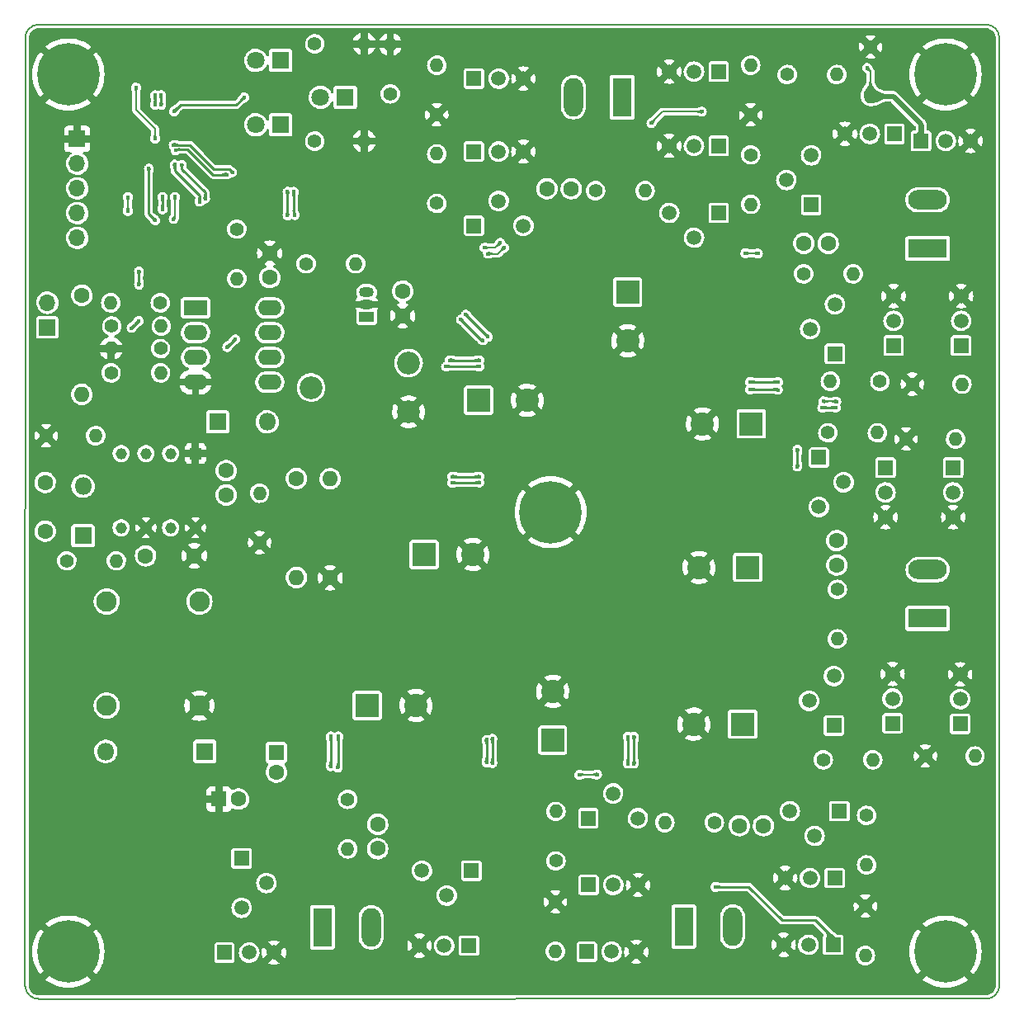
<source format=gbr>
%TF.GenerationSoftware,KiCad,Pcbnew,(6.0.7)*%
%TF.CreationDate,2022-10-05T08:16:40+03:00*%
%TF.ProjectId,irigatii2,69726967-6174-4696-9932-2e6b69636164,rev?*%
%TF.SameCoordinates,Original*%
%TF.FileFunction,Copper,L2,Bot*%
%TF.FilePolarity,Positive*%
%FSLAX46Y46*%
G04 Gerber Fmt 4.6, Leading zero omitted, Abs format (unit mm)*
G04 Created by KiCad (PCBNEW (6.0.7)) date 2022-10-05 08:16:40*
%MOMM*%
%LPD*%
G01*
G04 APERTURE LIST*
%TA.AperFunction,Profile*%
%ADD10C,0.150000*%
%TD*%
%TA.AperFunction,ComponentPad*%
%ADD11R,1.700000X1.700000*%
%TD*%
%TA.AperFunction,ComponentPad*%
%ADD12O,1.700000X1.700000*%
%TD*%
%TA.AperFunction,ComponentPad*%
%ADD13C,1.400000*%
%TD*%
%TA.AperFunction,ComponentPad*%
%ADD14O,1.400000X1.400000*%
%TD*%
%TA.AperFunction,ComponentPad*%
%ADD15R,1.500000X1.500000*%
%TD*%
%TA.AperFunction,ComponentPad*%
%ADD16C,1.500000*%
%TD*%
%TA.AperFunction,ComponentPad*%
%ADD17R,3.960000X1.980000*%
%TD*%
%TA.AperFunction,ComponentPad*%
%ADD18O,3.960000X1.980000*%
%TD*%
%TA.AperFunction,ComponentPad*%
%ADD19R,1.800000X1.800000*%
%TD*%
%TA.AperFunction,ComponentPad*%
%ADD20O,1.800000X1.800000*%
%TD*%
%TA.AperFunction,ComponentPad*%
%ADD21C,1.600000*%
%TD*%
%TA.AperFunction,ComponentPad*%
%ADD22R,1.170000X1.170000*%
%TD*%
%TA.AperFunction,ComponentPad*%
%ADD23C,1.170000*%
%TD*%
%TA.AperFunction,ComponentPad*%
%ADD24C,3.600000*%
%TD*%
%TA.AperFunction,ConnectorPad*%
%ADD25C,6.400000*%
%TD*%
%TA.AperFunction,ComponentPad*%
%ADD26R,2.400000X2.400000*%
%TD*%
%TA.AperFunction,ComponentPad*%
%ADD27C,2.400000*%
%TD*%
%TA.AperFunction,ComponentPad*%
%ADD28O,1.600000X1.600000*%
%TD*%
%TA.AperFunction,ComponentPad*%
%ADD29C,1.800000*%
%TD*%
%TA.AperFunction,ComponentPad*%
%ADD30R,1.980000X3.960000*%
%TD*%
%TA.AperFunction,ComponentPad*%
%ADD31O,1.980000X3.960000*%
%TD*%
%TA.AperFunction,ComponentPad*%
%ADD32R,1.600000X1.600000*%
%TD*%
%TA.AperFunction,ComponentPad*%
%ADD33R,2.400000X1.600000*%
%TD*%
%TA.AperFunction,ComponentPad*%
%ADD34O,2.400000X1.600000*%
%TD*%
%TA.AperFunction,ComponentPad*%
%ADD35C,2.098040*%
%TD*%
%TA.AperFunction,ComponentPad*%
%ADD36C,2.340000*%
%TD*%
%TA.AperFunction,ComponentPad*%
%ADD37R,1.500000X1.050000*%
%TD*%
%TA.AperFunction,ComponentPad*%
%ADD38O,1.500000X1.050000*%
%TD*%
%TA.AperFunction,ViaPad*%
%ADD39C,0.400000*%
%TD*%
%TA.AperFunction,Conductor*%
%ADD40C,0.250000*%
%TD*%
%TA.AperFunction,Conductor*%
%ADD41C,0.200000*%
%TD*%
%TA.AperFunction,Conductor*%
%ADD42C,0.500000*%
%TD*%
G04 APERTURE END LIST*
D10*
X28912780Y-80877533D02*
G75*
G03*
X27565448Y-82299928I22280J-1370417D01*
G01*
X27559000Y-179500667D02*
X27565448Y-82299928D01*
X127529559Y-82227378D02*
G75*
G03*
X126107071Y-80880047I-1370459J-22322D01*
G01*
X126179621Y-180844073D02*
X28981400Y-180847999D01*
X28912780Y-80877528D02*
X126107071Y-80880047D01*
X127529471Y-82227379D02*
X127526953Y-179421673D01*
X126179622Y-180844159D02*
G75*
G03*
X127526953Y-179421673I-22322J1370459D01*
G01*
X27558995Y-179500667D02*
G75*
G03*
X28981400Y-180847999I1370405J22267D01*
G01*
D11*
%TO.P,J1,1,Pin_1*%
%TO.N,+5V*%
X29845000Y-111942800D03*
D12*
%TO.P,J1,2,Pin_2*%
X29845000Y-109402800D03*
%TD*%
D13*
%TO.P,R25,1*%
%TO.N,Net-(C14-Pad2)*%
X98272600Y-162763200D03*
D14*
%TO.P,R25,2*%
%TO.N,Net-(J6-Pad1)*%
X93192600Y-162763200D03*
%TD*%
D13*
%TO.P,R13,1*%
%TO.N,Net-(D6-Pad1)*%
X65024000Y-87985600D03*
D14*
%TO.P,R13,2*%
%TO.N,GND*%
X65024000Y-82905600D03*
%TD*%
D13*
%TO.P,R12,1*%
%TO.N,Net-(D5-Pad1)*%
X57277000Y-92837000D03*
D14*
%TO.P,R12,2*%
%TO.N,GND*%
X62357000Y-92837000D03*
%TD*%
D13*
%TO.P,R5,1*%
%TO.N,current_in*%
X36449000Y-111810800D03*
D14*
%TO.P,R5,2*%
%TO.N,Net-(R5-Pad2)*%
X41529000Y-111810800D03*
%TD*%
D15*
%TO.P,Q27,1,G*%
%TO.N,Net-(Q23-Pad2)*%
X116565800Y-152577800D03*
D16*
%TO.P,Q27,2,D*%
%TO.N,Net-(J7-Pad1)*%
X116565800Y-150037800D03*
%TO.P,Q27,3,S*%
%TO.N,GND*%
X116565800Y-147497800D03*
%TD*%
D17*
%TO.P,J7,1,Pin_1*%
%TO.N,Net-(J7-Pad1)*%
X120168200Y-141804600D03*
D18*
%TO.P,J7,2,Pin_2*%
%TO.N,Net-(C15-Pad1)*%
X120168200Y-136804600D03*
%TD*%
D19*
%TO.P,D3,1,K*%
%TO.N,Net-(C2-Pad2)*%
X33502600Y-133321000D03*
D20*
%TO.P,D3,2,A*%
%TO.N,Net-(D3-Pad2)*%
X33502600Y-128241000D03*
%TD*%
D21*
%TO.P,C17,1*%
%TO.N,Net-(C17-Pad1)*%
X63728600Y-165435600D03*
%TO.P,C17,2*%
%TO.N,Net-(C17-Pad2)*%
X63728600Y-162935600D03*
%TD*%
D15*
%TO.P,Q26,1,S*%
%TO.N,+12V*%
X108204000Y-99364800D03*
D16*
%TO.P,Q26,2,G*%
%TO.N,Net-(Q26-Pad2)*%
X105664000Y-96824800D03*
%TO.P,Q26,3,D*%
%TO.N,Net-(C16-Pad1)*%
X108204000Y-94284800D03*
%TD*%
D22*
%TO.P,IC1,1,S_GND*%
%TO.N,GND*%
X45034200Y-124891800D03*
D23*
%TO.P,IC1,2,COMP*%
%TO.N,Net-(C7-Pad1)*%
X42494200Y-124891800D03*
%TO.P,IC1,3,FB*%
%TO.N,IC_FBpin*%
X39954200Y-124891800D03*
%TO.P,IC1,4,EN*%
%TO.N,EN*%
X37414200Y-124891800D03*
%TO.P,IC1,5,VIN*%
%TO.N,Net-(C2-Pad1)*%
X37414200Y-132511800D03*
%TO.P,IC1,6,P_GND_2*%
%TO.N,GND*%
X39954200Y-132511800D03*
%TO.P,IC1,7,VSW*%
%TO.N,Net-(D3-Pad2)*%
X42494200Y-132511800D03*
%TO.P,IC1,8,P_GND_1*%
%TO.N,GND*%
X45034200Y-132511800D03*
%TD*%
D24*
%TO.P,H3,1,1*%
%TO.N,GND*%
X122000000Y-176000000D03*
D25*
X122000000Y-176000000D03*
%TD*%
D15*
%TO.P,Q13,1,S*%
%TO.N,+12V*%
X85347800Y-162310200D03*
D16*
%TO.P,Q13,2,G*%
%TO.N,Net-(Q13-Pad2)*%
X87887800Y-159770200D03*
%TO.P,Q13,3,D*%
%TO.N,Net-(J6-Pad1)*%
X90427800Y-162310200D03*
%TD*%
D13*
%TO.P,R30,1*%
%TO.N,Net-(Q23-Pad2)*%
X109448600Y-156311600D03*
D14*
%TO.P,R30,2*%
%TO.N,+12V*%
X114528600Y-156311600D03*
%TD*%
D17*
%TO.P,J8,1,Pin_1*%
%TO.N,Net-(J8-Pad1)*%
X120167400Y-103857000D03*
D18*
%TO.P,J8,2,Pin_2*%
%TO.N,Net-(C16-Pad1)*%
X120167400Y-98857000D03*
%TD*%
D15*
%TO.P,Q33,1,G*%
%TO.N,D4_1*%
X123600800Y-113817400D03*
D16*
%TO.P,Q33,2,D*%
%TO.N,Net-(Q25-Pad2)*%
X123600800Y-111277400D03*
%TO.P,Q33,3,S*%
%TO.N,GND*%
X123600800Y-108737400D03*
%TD*%
D15*
%TO.P,Q17,1,G*%
%TO.N,Net-(Q13-Pad2)*%
X85373200Y-169160200D03*
D16*
%TO.P,Q17,2,D*%
%TO.N,Net-(J6-Pad1)*%
X87913200Y-169160200D03*
%TO.P,Q17,3,S*%
%TO.N,GND*%
X90453200Y-169160200D03*
%TD*%
D13*
%TO.P,R20,1*%
%TO.N,Net-(Q11-Pad2)*%
X102006400Y-94241200D03*
D14*
%TO.P,R20,2*%
%TO.N,+12V*%
X102006400Y-99321200D03*
%TD*%
D21*
%TO.P,C13,1*%
%TO.N,Net-(C13-Pad1)*%
X81096800Y-97721800D03*
%TO.P,C13,2*%
%TO.N,Net-(C13-Pad2)*%
X83596800Y-97721800D03*
%TD*%
D26*
%TO.P,C4,1*%
%TO.N,+12V*%
X101705415Y-136575800D03*
D27*
%TO.P,C4,2*%
%TO.N,GND*%
X96705415Y-136575800D03*
%TD*%
D13*
%TO.P,R23,1*%
%TO.N,+12V*%
X113897400Y-162022000D03*
D14*
%TO.P,R23,2*%
%TO.N,Net-(Q14-Pad2)*%
X113897400Y-167102000D03*
%TD*%
D13*
%TO.P,R39,1*%
%TO.N,GND*%
X114300000Y-83158800D03*
D14*
%TO.P,R39,2*%
%TO.N,D4_2*%
X114300000Y-88238800D03*
%TD*%
D19*
%TO.P,D2,1,K*%
%TO.N,+12V*%
X45999400Y-155448000D03*
D20*
%TO.P,D2,2,A*%
%TO.N,Net-(D2-Pad2)*%
X35839400Y-155448000D03*
%TD*%
D13*
%TO.P,R26,1*%
%TO.N,GND*%
X102006400Y-90127200D03*
D14*
%TO.P,R26,2*%
%TO.N,D5_2*%
X102006400Y-85047200D03*
%TD*%
D15*
%TO.P,Q36,1,S*%
%TO.N,+12V*%
X73355200Y-167700200D03*
D16*
%TO.P,Q36,2,G*%
%TO.N,D3_3*%
X70815200Y-170240200D03*
%TO.P,Q36,3,D*%
%TO.N,Net-(C17-Pad1)*%
X68275200Y-167700200D03*
%TD*%
D15*
%TO.P,Q21,1,G*%
%TO.N,D1_1*%
X85195400Y-176018200D03*
D16*
%TO.P,Q21,2,D*%
%TO.N,Net-(Q13-Pad2)*%
X87735400Y-176018200D03*
%TO.P,Q21,3,S*%
%TO.N,GND*%
X90275400Y-176018200D03*
%TD*%
D13*
%TO.P,R21,1*%
%TO.N,+12V*%
X69799200Y-99221200D03*
D14*
%TO.P,R21,2*%
%TO.N,Net-(Q12-Pad2)*%
X69799200Y-94141200D03*
%TD*%
D15*
%TO.P,Q35,1,S*%
%TO.N,+12V*%
X49776000Y-166425200D03*
D16*
%TO.P,Q35,2,G*%
%TO.N,D3_1*%
X52316000Y-168965200D03*
%TO.P,Q35,3,D*%
%TO.N,Net-(J9-Pad1)*%
X49776000Y-171505200D03*
%TD*%
D15*
%TO.P,Q20,1,G*%
%TO.N,D5_1*%
X73609200Y-86423200D03*
D16*
%TO.P,Q20,2,D*%
%TO.N,Net-(Q12-Pad2)*%
X76149200Y-86423200D03*
%TO.P,Q20,3,S*%
%TO.N,GND*%
X78689200Y-86423200D03*
%TD*%
D13*
%TO.P,R27,1*%
%TO.N,GND*%
X69799200Y-90127200D03*
D14*
%TO.P,R27,2*%
%TO.N,D5_1*%
X69799200Y-85047200D03*
%TD*%
D15*
%TO.P,Q18,1,G*%
%TO.N,Net-(Q14-Pad2)*%
X110620800Y-168440200D03*
D16*
%TO.P,Q18,2,D*%
%TO.N,Net-(C14-Pad1)*%
X108080800Y-168440200D03*
%TO.P,Q18,3,S*%
%TO.N,GND*%
X105540800Y-168440200D03*
%TD*%
D13*
%TO.P,R8,1*%
%TO.N,Net-(R5-Pad2)*%
X41452800Y-114122200D03*
D14*
%TO.P,R8,2*%
%TO.N,GND*%
X36372800Y-114122200D03*
%TD*%
D26*
%TO.P,C20,1*%
%TO.N,+12V*%
X101172015Y-152654000D03*
D27*
%TO.P,C20,2*%
%TO.N,GND*%
X96172015Y-152654000D03*
%TD*%
D13*
%TO.P,R10,1*%
%TO.N,Net-(R10-Pad1)*%
X41427400Y-109423200D03*
D14*
%TO.P,R10,2*%
%TO.N,Net-(R10-Pad2)*%
X36347400Y-109423200D03*
%TD*%
D15*
%TO.P,Q11,1,S*%
%TO.N,+12V*%
X98729800Y-100203000D03*
D16*
%TO.P,Q11,2,G*%
%TO.N,Net-(Q11-Pad2)*%
X96189800Y-102743000D03*
%TO.P,Q11,3,D*%
%TO.N,Net-(J5-Pad1)*%
X93649800Y-100203000D03*
%TD*%
D13*
%TO.P,R34,1*%
%TO.N,Net-(C15-Pad2)*%
X110897200Y-138836400D03*
D14*
%TO.P,R34,2*%
%TO.N,Net-(J7-Pad1)*%
X110897200Y-143916400D03*
%TD*%
D21*
%TO.P,C14,1*%
%TO.N,Net-(C14-Pad1)*%
X103327200Y-163068000D03*
%TO.P,C14,2*%
%TO.N,Net-(C14-Pad2)*%
X100827200Y-163068000D03*
%TD*%
D11*
%TO.P,J2,1,Pin_1*%
%TO.N,GND*%
X32893000Y-92608400D03*
D12*
%TO.P,J2,2,Pin_2*%
%TO.N,I2C_SDA*%
X32893000Y-95148400D03*
%TO.P,J2,3,Pin_3*%
%TO.N,I2C_CLK*%
X32893000Y-97688400D03*
%TO.P,J2,4,Pin_4*%
%TO.N,+5V*%
X32893000Y-100228400D03*
%TO.P,J2,5,Pin_5*%
%TO.N,current_in*%
X32893000Y-102768400D03*
%TD*%
D26*
%TO.P,C6,1*%
%TO.N,+12V*%
X68499985Y-135255000D03*
D27*
%TO.P,C6,2*%
%TO.N,GND*%
X73499985Y-135255000D03*
%TD*%
D15*
%TO.P,Q32,1,G*%
%TO.N,D2_2*%
X122780000Y-126339600D03*
D16*
%TO.P,Q32,2,D*%
%TO.N,Net-(Q24-Pad2)*%
X122780000Y-128879600D03*
%TO.P,Q32,3,S*%
%TO.N,GND*%
X122780000Y-131419600D03*
%TD*%
D21*
%TO.P,C16,1*%
%TO.N,Net-(C16-Pad1)*%
X109956600Y-103327200D03*
%TO.P,C16,2*%
%TO.N,Net-(C16-Pad2)*%
X107456600Y-103327200D03*
%TD*%
D15*
%TO.P,Q19,1,G*%
%TO.N,D5_2*%
X98729800Y-85703200D03*
D16*
%TO.P,Q19,2,D*%
%TO.N,Net-(Q11-Pad2)*%
X96189800Y-85703200D03*
%TO.P,Q19,3,S*%
%TO.N,GND*%
X93649800Y-85703200D03*
%TD*%
D21*
%TO.P,C15,1*%
%TO.N,Net-(C15-Pad1)*%
X110846400Y-133827200D03*
%TO.P,C15,2*%
%TO.N,Net-(C15-Pad2)*%
X110846400Y-136327200D03*
%TD*%
D13*
%TO.P,R37,1*%
%TO.N,GND*%
X117957600Y-123393200D03*
D14*
%TO.P,R37,2*%
%TO.N,D2_2*%
X123037600Y-123393200D03*
%TD*%
D15*
%TO.P,Q25,1,S*%
%TO.N,+12V*%
X110650400Y-114655600D03*
D16*
%TO.P,Q25,2,G*%
%TO.N,Net-(Q25-Pad2)*%
X108110400Y-112115600D03*
%TO.P,Q25,3,D*%
%TO.N,Net-(J8-Pad1)*%
X110650400Y-109575600D03*
%TD*%
D21*
%TO.P,R2,1*%
%TO.N,current_in*%
X33375600Y-108661200D03*
D28*
%TO.P,R2,2*%
%TO.N,Net-(C2-Pad1)*%
X33375600Y-118821200D03*
%TD*%
D25*
%TO.P,H1,1,1*%
%TO.N,GND*%
X32000000Y-86000000D03*
D24*
X32000000Y-86000000D03*
%TD*%
D21*
%TO.P,R3,1*%
%TO.N,IC_FBpin*%
X55397400Y-127457200D03*
D28*
%TO.P,R3,2*%
%TO.N,+12V*%
X55397400Y-137617200D03*
%TD*%
D26*
%TO.P,C1,1*%
%TO.N,+12V*%
X74087985Y-119430800D03*
D27*
%TO.P,C1,2*%
%TO.N,GND*%
X79087985Y-119430800D03*
%TD*%
D13*
%TO.P,R24,1*%
%TO.N,Net-(C13-Pad2)*%
X86079800Y-97925000D03*
D14*
%TO.P,R24,2*%
%TO.N,Net-(J5-Pad1)*%
X91159800Y-97925000D03*
%TD*%
D21*
%TO.P,C7,1*%
%TO.N,Net-(C7-Pad1)*%
X48187200Y-126644400D03*
%TO.P,C7,2*%
%TO.N,Net-(C7-Pad2)*%
X48187200Y-129144400D03*
%TD*%
%TO.P,C11,1*%
%TO.N,GND*%
X52654200Y-104337800D03*
%TO.P,C11,2*%
%TO.N,current_in*%
X52654200Y-106837800D03*
%TD*%
D15*
%TO.P,Q38,1,G*%
%TO.N,D3_4*%
X73101200Y-175378200D03*
D16*
%TO.P,Q38,2,D*%
%TO.N,Net-(C17-Pad1)*%
X70561200Y-175378200D03*
%TO.P,Q38,3,S*%
%TO.N,GND*%
X68021200Y-175378200D03*
%TD*%
D21*
%TO.P,C5,1*%
%TO.N,GND*%
X44918000Y-135382000D03*
%TO.P,C5,2*%
%TO.N,Net-(C2-Pad1)*%
X39918000Y-135382000D03*
%TD*%
D15*
%TO.P,Q15,1,G*%
%TO.N,Net-(Q11-Pad2)*%
X98729800Y-93315200D03*
D16*
%TO.P,Q15,2,D*%
%TO.N,Net-(J5-Pad1)*%
X96189800Y-93315200D03*
%TO.P,Q15,3,S*%
%TO.N,GND*%
X93649800Y-93315200D03*
%TD*%
D19*
%TO.P,D6,1,K*%
%TO.N,Net-(D6-Pad1)*%
X60406200Y-88341200D03*
D29*
%TO.P,D6,2,A*%
%TO.N,LED_3*%
X57866200Y-88341200D03*
%TD*%
D30*
%TO.P,J9,1,Pin_1*%
%TO.N,Net-(J9-Pad1)*%
X58068000Y-173507400D03*
D31*
%TO.P,J9,2,Pin_2*%
%TO.N,Net-(C17-Pad1)*%
X63068000Y-173507400D03*
%TD*%
D15*
%TO.P,Q37,1,G*%
%TO.N,D3_2*%
X48006000Y-176102600D03*
D16*
%TO.P,Q37,2,D*%
%TO.N,Net-(J9-Pad1)*%
X50546000Y-176102600D03*
%TO.P,Q37,3,S*%
%TO.N,GND*%
X53086000Y-176102600D03*
%TD*%
D32*
%TO.P,C19,1*%
%TO.N,GND*%
X47457287Y-160350200D03*
D21*
%TO.P,C19,2*%
%TO.N,Net-(C18-Pad2)*%
X49457287Y-160350200D03*
%TD*%
D26*
%TO.P,C23,1*%
%TO.N,+12V*%
X102061015Y-121843800D03*
D27*
%TO.P,C23,2*%
%TO.N,GND*%
X97061015Y-121843800D03*
%TD*%
D15*
%TO.P,Q28,1,G*%
%TO.N,Net-(Q24-Pad2)*%
X115845800Y-126339600D03*
D16*
%TO.P,Q28,2,D*%
%TO.N,Net-(C15-Pad1)*%
X115845800Y-128879600D03*
%TO.P,Q28,3,S*%
%TO.N,GND*%
X115845800Y-131419600D03*
%TD*%
D21*
%TO.P,C2,1*%
%TO.N,Net-(C2-Pad1)*%
X29616400Y-127852800D03*
%TO.P,C2,2*%
%TO.N,Net-(C2-Pad2)*%
X29616400Y-132852800D03*
%TD*%
D33*
%TO.P,U1,1*%
%TO.N,Net-(R10-Pad1)*%
X45044600Y-109941200D03*
D34*
%TO.P,U1,2,-*%
%TO.N,Net-(R5-Pad2)*%
X45044600Y-112481200D03*
%TO.P,U1,3,+*%
%TO.N,Net-(R10-Pad2)*%
X45044600Y-115021200D03*
%TO.P,U1,4,V-*%
%TO.N,GND*%
X45044600Y-117561200D03*
%TO.P,U1,5,+*%
%TO.N,Net-(R10-Pad1)*%
X52664600Y-117561200D03*
%TO.P,U1,6,-*%
%TO.N,Net-(RV1-Pad2)*%
X52664600Y-115021200D03*
%TO.P,U1,7*%
%TO.N,Net-(D1-Pad2)*%
X52664600Y-112481200D03*
%TO.P,U1,8,V+*%
%TO.N,current_in*%
X52664600Y-109941200D03*
%TD*%
D13*
%TO.P,R11,1*%
%TO.N,current_in*%
X56388000Y-105410000D03*
D14*
%TO.P,R11,2*%
%TO.N,/2V*%
X61468000Y-105410000D03*
%TD*%
D19*
%TO.P,D4,1,K*%
%TO.N,Net-(D4-Pad1)*%
X53776800Y-84556600D03*
D29*
%TO.P,D4,2,A*%
%TO.N,LED_1*%
X51236800Y-84556600D03*
%TD*%
D13*
%TO.P,R29,1*%
%TO.N,GND*%
X113770400Y-171318400D03*
D14*
%TO.P,R29,2*%
%TO.N,D1_2*%
X113770400Y-176398400D03*
%TD*%
D13*
%TO.P,R36,1*%
%TO.N,GND*%
X119938800Y-155930600D03*
D14*
%TO.P,R36,2*%
%TO.N,D2_1*%
X125018800Y-155930600D03*
%TD*%
D15*
%TO.P,Q23,1,S*%
%TO.N,+12V*%
X110549600Y-152806400D03*
D16*
%TO.P,Q23,2,G*%
%TO.N,Net-(Q23-Pad2)*%
X108009600Y-150266400D03*
%TO.P,Q23,3,D*%
%TO.N,Net-(J7-Pad1)*%
X110549600Y-147726400D03*
%TD*%
D13*
%TO.P,R9,1*%
%TO.N,Net-(IC2-Pad3)*%
X49276000Y-101854000D03*
D14*
%TO.P,R9,2*%
%TO.N,current_in*%
X49276000Y-106934000D03*
%TD*%
D35*
%TO.P,T1,1,AA*%
%TO.N,Net-(D3-Pad2)*%
X45440600Y-140065760D03*
%TO.P,T1,2,AB*%
%TO.N,Net-(C2-Pad1)*%
X35941000Y-140065760D03*
%TO.P,T1,3,SA*%
%TO.N,Net-(D2-Pad2)*%
X35941000Y-150764240D03*
%TO.P,T1,4,SB*%
%TO.N,GND*%
X45440600Y-150764240D03*
%TD*%
D15*
%TO.P,Q34,1,G*%
%TO.N,D4_2*%
X119481600Y-92816000D03*
D16*
%TO.P,Q34,2,D*%
%TO.N,Net-(Q26-Pad2)*%
X122021600Y-92816000D03*
%TO.P,Q34,3,S*%
%TO.N,GND*%
X124561600Y-92816000D03*
%TD*%
D15*
%TO.P,Q12,1,S*%
%TO.N,+12V*%
X73609200Y-101514400D03*
D16*
%TO.P,Q12,2,G*%
%TO.N,Net-(Q12-Pad2)*%
X76149200Y-98974400D03*
%TO.P,Q12,3,D*%
%TO.N,Net-(C13-Pad1)*%
X78689200Y-101514400D03*
%TD*%
D36*
%TO.P,RV1,1,1*%
%TO.N,/2V*%
X66899800Y-115609600D03*
%TO.P,RV1,2,2*%
%TO.N,Net-(RV1-Pad2)*%
X56899800Y-118109600D03*
%TO.P,RV1,3,3*%
%TO.N,GND*%
X66899800Y-120609600D03*
%TD*%
D37*
%TO.P,U2,1,REF*%
%TO.N,/2V*%
X62611000Y-110871000D03*
D38*
%TO.P,U2,2,A*%
%TO.N,GND*%
X62611000Y-109601000D03*
%TO.P,U2,3,K*%
%TO.N,/2V*%
X62611000Y-108331000D03*
%TD*%
D15*
%TO.P,Q22,1,G*%
%TO.N,D1_2*%
X110468400Y-175298200D03*
D16*
%TO.P,Q22,2,D*%
%TO.N,Net-(Q14-Pad2)*%
X107928400Y-175298200D03*
%TO.P,Q22,3,S*%
%TO.N,GND*%
X105388400Y-175298200D03*
%TD*%
D24*
%TO.P,H5,1,1*%
%TO.N,GND*%
X81483200Y-130911600D03*
D25*
X81483200Y-130911600D03*
%TD*%
D15*
%TO.P,Q24,1,S*%
%TO.N,+12V*%
X109009600Y-125298200D03*
D16*
%TO.P,Q24,2,G*%
%TO.N,Net-(Q24-Pad2)*%
X111549600Y-127838200D03*
%TO.P,Q24,3,D*%
%TO.N,Net-(C15-Pad1)*%
X109009600Y-130378200D03*
%TD*%
D15*
%TO.P,Q29,1,G*%
%TO.N,Net-(Q25-Pad2)*%
X116666600Y-113817400D03*
D16*
%TO.P,Q29,2,D*%
%TO.N,Net-(J8-Pad1)*%
X116666600Y-111277400D03*
%TO.P,Q29,3,S*%
%TO.N,GND*%
X116666600Y-108737400D03*
%TD*%
D13*
%TO.P,R7,1*%
%TO.N,GND*%
X51612800Y-134036600D03*
D14*
%TO.P,R7,2*%
%TO.N,Net-(C7-Pad2)*%
X51612800Y-128956600D03*
%TD*%
D13*
%TO.P,R40,1*%
%TO.N,Net-(C17-Pad2)*%
X60655200Y-160374800D03*
D14*
%TO.P,R40,2*%
%TO.N,Net-(J9-Pad1)*%
X60655200Y-165454800D03*
%TD*%
D32*
%TO.P,C18,1*%
%TO.N,+12V*%
X53340000Y-155575000D03*
D21*
%TO.P,C18,2*%
%TO.N,Net-(C18-Pad2)*%
X53340000Y-157575000D03*
%TD*%
%TO.P,R4,1*%
%TO.N,GND*%
X58851800Y-137642600D03*
D28*
%TO.P,R4,2*%
%TO.N,IC_FBpin*%
X58851800Y-127482600D03*
%TD*%
D19*
%TO.P,D1,1,K*%
%TO.N,IC_FBpin*%
X47320200Y-121640600D03*
D20*
%TO.P,D1,2,A*%
%TO.N,Net-(D1-Pad2)*%
X52400200Y-121640600D03*
%TD*%
D13*
%TO.P,R38,1*%
%TO.N,GND*%
X118591800Y-117779800D03*
D14*
%TO.P,R38,2*%
%TO.N,D4_1*%
X123671800Y-117779800D03*
%TD*%
D13*
%TO.P,R1,1*%
%TO.N,Net-(C2-Pad2)*%
X31826200Y-135890000D03*
D14*
%TO.P,R1,2*%
%TO.N,Net-(C2-Pad1)*%
X36906200Y-135890000D03*
%TD*%
D15*
%TO.P,Q14,1,S*%
%TO.N,+12V*%
X111103400Y-161583000D03*
D16*
%TO.P,Q14,2,G*%
%TO.N,Net-(Q14-Pad2)*%
X108563400Y-164123000D03*
%TO.P,Q14,3,D*%
%TO.N,Net-(C14-Pad1)*%
X106023400Y-161583000D03*
%TD*%
D15*
%TO.P,Q16,1,G*%
%TO.N,Net-(Q12-Pad2)*%
X73609200Y-93898800D03*
D16*
%TO.P,Q16,2,D*%
%TO.N,Net-(C13-Pad1)*%
X76149200Y-93898800D03*
%TO.P,Q16,3,S*%
%TO.N,GND*%
X78689200Y-93898800D03*
%TD*%
D30*
%TO.P,J6,1,Pin_1*%
%TO.N,Net-(J6-Pad1)*%
X95152200Y-173427400D03*
D31*
%TO.P,J6,2,Pin_2*%
%TO.N,Net-(C14-Pad1)*%
X100152200Y-173427400D03*
%TD*%
D30*
%TO.P,J5,1,Pin_1*%
%TO.N,Net-(J5-Pad1)*%
X88819400Y-88323800D03*
D31*
%TO.P,J5,2,Pin_2*%
%TO.N,Net-(C13-Pad1)*%
X83819400Y-88323800D03*
%TD*%
D25*
%TO.P,H4,1,1*%
%TO.N,GND*%
X32000000Y-176000000D03*
D24*
X32000000Y-176000000D03*
%TD*%
D15*
%TO.P,Q31,1,G*%
%TO.N,D2_1*%
X123500000Y-152628600D03*
D16*
%TO.P,Q31,2,D*%
%TO.N,Net-(Q23-Pad2)*%
X123500000Y-150088600D03*
%TO.P,Q31,3,S*%
%TO.N,GND*%
X123500000Y-147548600D03*
%TD*%
D13*
%TO.P,R33,1*%
%TO.N,+12V*%
X105764800Y-86004400D03*
D14*
%TO.P,R33,2*%
%TO.N,Net-(Q26-Pad2)*%
X110844800Y-86004400D03*
%TD*%
D21*
%TO.P,C12,1*%
%TO.N,GND*%
X66294000Y-110744000D03*
%TO.P,C12,2*%
%TO.N,/2V*%
X66294000Y-108244000D03*
%TD*%
D26*
%TO.P,C22,1*%
%TO.N,+12V*%
X89382600Y-108327185D03*
D27*
%TO.P,C22,2*%
%TO.N,GND*%
X89382600Y-113327185D03*
%TD*%
D13*
%TO.P,R28,1*%
%TO.N,GND*%
X81969600Y-170886600D03*
D14*
%TO.P,R28,2*%
%TO.N,D1_1*%
X81969600Y-175966600D03*
%TD*%
D13*
%TO.P,R31,1*%
%TO.N,+12V*%
X109931200Y-122758200D03*
D14*
%TO.P,R31,2*%
%TO.N,Net-(Q24-Pad2)*%
X115011200Y-122758200D03*
%TD*%
D26*
%TO.P,C21,1*%
%TO.N,+12V*%
X81686400Y-154283415D03*
D27*
%TO.P,C21,2*%
%TO.N,GND*%
X81686400Y-149283415D03*
%TD*%
D13*
%TO.P,R22,1*%
%TO.N,Net-(Q13-Pad2)*%
X82020400Y-166697200D03*
D14*
%TO.P,R22,2*%
%TO.N,+12V*%
X82020400Y-161617200D03*
%TD*%
D13*
%TO.P,R6,1*%
%TO.N,Net-(C2-Pad1)*%
X36372800Y-116611400D03*
D14*
%TO.P,R6,2*%
%TO.N,Net-(R10-Pad2)*%
X41452800Y-116611400D03*
%TD*%
D19*
%TO.P,D5,1,K*%
%TO.N,Net-(D5-Pad1)*%
X53776800Y-91160600D03*
D29*
%TO.P,D5,2,A*%
%TO.N,LED_2*%
X51236800Y-91160600D03*
%TD*%
D15*
%TO.P,Q30,1,G*%
%TO.N,Net-(Q26-Pad2)*%
X116763800Y-92096000D03*
D16*
%TO.P,Q30,2,D*%
%TO.N,Net-(C16-Pad1)*%
X114223800Y-92096000D03*
%TO.P,Q30,3,S*%
%TO.N,GND*%
X111683800Y-92096000D03*
%TD*%
D13*
%TO.P,R17,1*%
%TO.N,Net-(D4-Pad1)*%
X57276200Y-82854800D03*
D14*
%TO.P,R17,2*%
%TO.N,GND*%
X62356200Y-82854800D03*
%TD*%
D13*
%TO.P,R35,1*%
%TO.N,Net-(C16-Pad2)*%
X107442000Y-106451400D03*
D14*
%TO.P,R35,2*%
%TO.N,Net-(J8-Pad1)*%
X112522000Y-106451400D03*
%TD*%
D24*
%TO.P,H2,1,1*%
%TO.N,GND*%
X122000000Y-86000000D03*
D25*
X122000000Y-86000000D03*
%TD*%
D13*
%TO.P,R32,1*%
%TO.N,Net-(Q25-Pad2)*%
X115265200Y-117475000D03*
D14*
%TO.P,R32,2*%
%TO.N,+12V*%
X110185200Y-117475000D03*
%TD*%
D26*
%TO.P,C3,1*%
%TO.N,+12V*%
X62661800Y-150749000D03*
D27*
%TO.P,C3,2*%
%TO.N,GND*%
X67661800Y-150749000D03*
%TD*%
D13*
%TO.P,R16,1*%
%TO.N,GND*%
X29718000Y-123063000D03*
D14*
%TO.P,R16,2*%
%TO.N,EN*%
X34798000Y-123063000D03*
%TD*%
D39*
%TO.N,GND*%
X37668200Y-84963000D03*
X43510200Y-85674200D03*
X46710600Y-92379800D03*
X45339000Y-101320600D03*
X94665800Y-89128600D03*
X38354000Y-101727000D03*
X36652200Y-102819200D03*
X40182800Y-105003600D03*
X44170600Y-102184200D03*
X42138600Y-86588600D03*
X38912800Y-86029800D03*
X39573200Y-102057200D03*
X46456600Y-89789000D03*
X45593000Y-88468200D03*
X94919800Y-90525600D03*
%TO.N,Net-(D1-Pad2)*%
X49149000Y-113157000D03*
X48285400Y-113969800D03*
%TO.N,/A0*%
X38100000Y-98552000D03*
X38100000Y-100009700D03*
%TO.N,Net-(IC2-Pad3)*%
X41656000Y-98541400D03*
X41656000Y-99840400D03*
%TO.N,/A1*%
X42799000Y-100838000D03*
X42926000Y-98541400D03*
%TO.N,/A3*%
X40894000Y-92583000D03*
X38938200Y-87325200D03*
%TO.N,EN*%
X40894000Y-100965000D03*
X40259000Y-95631000D03*
X39220178Y-111274822D03*
X39243000Y-107568500D03*
X38478422Y-112016578D03*
X39243000Y-106172000D03*
%TO.N,D1_1*%
X89408000Y-156718000D03*
X84404200Y-157861000D03*
X74170500Y-115951000D03*
X86247300Y-157835600D03*
X70739000Y-115951000D03*
X89408000Y-153924000D03*
%TO.N,D1_2*%
X74170500Y-115316000D03*
X71136500Y-115316000D03*
X98378000Y-169363400D03*
X90043000Y-153924000D03*
X90043000Y-156718000D03*
%TO.N,D2_1*%
X106807000Y-126238000D03*
X106807000Y-124460000D03*
X101930200Y-118313200D03*
X104800400Y-118364000D03*
X74549000Y-113284000D03*
X72263000Y-111125000D03*
%TO.N,D2_2*%
X109347000Y-120192800D03*
X110760100Y-120167400D03*
X104825800Y-117551200D03*
X101955600Y-117551200D03*
X72771000Y-110617000D03*
X75057000Y-112903000D03*
%TO.N,D3_1*%
X59690000Y-153898600D03*
X55245000Y-100426500D03*
X55118000Y-98027500D03*
X48815272Y-96039500D03*
X59639200Y-157124400D03*
X42799000Y-93218000D03*
%TO.N,D3_2*%
X58928000Y-153898600D03*
X54483000Y-100457000D03*
X58902600Y-156997400D03*
X54483000Y-98027500D03*
X42980100Y-93789494D03*
X48260000Y-96265500D03*
%TO.N,D3_3*%
X71371500Y-127889000D03*
X45466000Y-99060000D03*
X74170500Y-127853503D03*
X74904600Y-156597500D03*
X74904600Y-154254200D03*
X42907172Y-95231172D03*
%TO.N,D3_4*%
X46027378Y-98752622D03*
X71371500Y-127254000D03*
X75493515Y-154142026D03*
X43630100Y-95250000D03*
X74170500Y-127254000D03*
X75501976Y-156647955D03*
%TO.N,D4_2*%
X113944400Y-85318600D03*
X74676000Y-103759000D03*
X76327000Y-103251000D03*
X97002600Y-89814400D03*
X91821000Y-90982800D03*
%TO.N,D4_1*%
X75057000Y-104394000D03*
X76708000Y-103759000D03*
X101458500Y-104343200D03*
X109461100Y-119532400D03*
X110794800Y-119557800D03*
X102757500Y-104368600D03*
%TO.N,LED_3*%
X42824400Y-89789000D03*
X50063400Y-88341200D03*
%TO.N,LED_2*%
X41529000Y-89124700D03*
X41493338Y-88111650D03*
%TO.N,LED_1*%
X40894000Y-89124700D03*
X40894000Y-88125700D03*
%TD*%
D40*
%TO.N,Net-(D1-Pad2)*%
X49098200Y-113157000D02*
X48285400Y-113969800D01*
X49149000Y-113157000D02*
X49098200Y-113157000D01*
D41*
%TO.N,/A0*%
X38100000Y-100009700D02*
X38100000Y-98552000D01*
D40*
%TO.N,Net-(IC2-Pad3)*%
X41656000Y-99840400D02*
X41656000Y-98541400D01*
D41*
%TO.N,/A1*%
X42926000Y-98541400D02*
X42926000Y-100711000D01*
X42926000Y-100711000D02*
X42799000Y-100838000D01*
%TO.N,/A3*%
X40894000Y-92583000D02*
X40894000Y-91592400D01*
X38938200Y-89636600D02*
X38938200Y-87325200D01*
X40894000Y-91592400D02*
X38938200Y-89636600D01*
D40*
%TO.N,EN*%
X39243000Y-107568500D02*
X39243000Y-106172000D01*
X40894000Y-100965000D02*
X40242000Y-100313000D01*
X39220178Y-111274822D02*
X38478422Y-112016578D01*
X40242000Y-100313000D02*
X40242000Y-95648000D01*
X40242000Y-95648000D02*
X40259000Y-95631000D01*
D41*
%TO.N,D1_1*%
X86247300Y-157835600D02*
X84429600Y-157835600D01*
D40*
X89408000Y-153924000D02*
X89408000Y-156718000D01*
X74170500Y-115951000D02*
X70739000Y-115951000D01*
D41*
X84429600Y-157835600D02*
X84404200Y-157861000D01*
D40*
%TO.N,D1_2*%
X98378000Y-169363400D02*
X101807000Y-169363400D01*
X90043000Y-153924000D02*
X90043000Y-156718000D01*
X108665000Y-172792400D02*
X110595400Y-174722800D01*
X101807000Y-169363400D02*
X105236000Y-172792400D01*
X105236000Y-172792400D02*
X108665000Y-172792400D01*
X110595400Y-174722800D02*
X110595400Y-175510200D01*
X74170500Y-115316000D02*
X71136500Y-115316000D01*
%TO.N,D2_1*%
X74422000Y-113284000D02*
X74549000Y-113284000D01*
X104749600Y-118313200D02*
X104800400Y-118364000D01*
X106807000Y-124460000D02*
X106807000Y-126238000D01*
X72263000Y-111125000D02*
X74422000Y-113284000D01*
X101930200Y-118313200D02*
X104749600Y-118313200D01*
%TO.N,D2_2*%
X72771000Y-110617000D02*
X75057000Y-112903000D01*
X109372400Y-120167400D02*
X109347000Y-120192800D01*
X104825800Y-117551200D02*
X101955600Y-117551200D01*
X110760100Y-120167400D02*
X109372400Y-120167400D01*
%TO.N,D3_1*%
X59690000Y-153898600D02*
X59690000Y-157073600D01*
X55118000Y-98027500D02*
X55118000Y-100299500D01*
X44419646Y-93218000D02*
X42799000Y-93218000D01*
X48815272Y-96039500D02*
X48516772Y-95741000D01*
X46942646Y-95741000D02*
X44419646Y-93218000D01*
X55118000Y-100299500D02*
X55245000Y-100426500D01*
X59690000Y-157073600D02*
X59639200Y-157124400D01*
X48516772Y-95741000D02*
X46942646Y-95741000D01*
%TO.N,D3_2*%
X58902600Y-153924000D02*
X58902600Y-156997400D01*
X43101594Y-93668000D02*
X42980100Y-93789494D01*
X44233250Y-93668000D02*
X43101594Y-93668000D01*
X54483000Y-100457000D02*
X54483000Y-98027500D01*
X58928000Y-153898600D02*
X58902600Y-153924000D01*
X46830750Y-96265500D02*
X44233250Y-93668000D01*
X48260000Y-96265500D02*
X46830750Y-96265500D01*
%TO.N,D3_3*%
X45466000Y-99060000D02*
X45466000Y-98425000D01*
X74135003Y-127889000D02*
X74170500Y-127853503D01*
X71371500Y-127889000D02*
X74135003Y-127889000D01*
X42907172Y-95866172D02*
X42907172Y-95231172D01*
X74904600Y-156597500D02*
X74904600Y-154254200D01*
X45466000Y-98425000D02*
X42907172Y-95866172D01*
%TO.N,D3_4*%
X75501976Y-154150487D02*
X75501976Y-156647955D01*
X71371500Y-127254000D02*
X74170500Y-127254000D01*
X46027378Y-98752622D02*
X46027378Y-98097378D01*
X75493515Y-154142026D02*
X75501976Y-154150487D01*
X43630100Y-95700100D02*
X43630100Y-95250000D01*
X46027378Y-98097378D02*
X43630100Y-95700100D01*
D41*
%TO.N,D4_2*%
X75819000Y-103759000D02*
X74676000Y-103759000D01*
X114300000Y-85674200D02*
X114300000Y-88238800D01*
D42*
X119481600Y-91084400D02*
X116636000Y-88238800D01*
D41*
X113944400Y-85318600D02*
X114300000Y-85674200D01*
X92989400Y-89814400D02*
X97002600Y-89814400D01*
D42*
X119481600Y-92816000D02*
X119481600Y-91084400D01*
X116636000Y-88238800D02*
X114300000Y-88238800D01*
D41*
X76327000Y-103251000D02*
X75819000Y-103759000D01*
X91821000Y-90982800D02*
X92989400Y-89814400D01*
%TO.N,D4_1*%
X110794800Y-119557800D02*
X110769400Y-119532400D01*
X102757500Y-104368600D02*
X102732100Y-104343200D01*
X110769400Y-119532400D02*
X109461100Y-119532400D01*
X76073000Y-104394000D02*
X75057000Y-104394000D01*
X76708000Y-103759000D02*
X76073000Y-104394000D01*
X102732100Y-104343200D02*
X101458500Y-104343200D01*
D40*
%TO.N,LED_3*%
X50063400Y-88341200D02*
X50012600Y-88341200D01*
X50012600Y-88341200D02*
X49225200Y-89128600D01*
X43484800Y-89128600D02*
X42824400Y-89789000D01*
X49225200Y-89128600D02*
X43484800Y-89128600D01*
%TO.N,LED_2*%
X41529000Y-89124700D02*
X41529000Y-88147312D01*
X41529000Y-88147312D02*
X41493338Y-88111650D01*
%TO.N,LED_1*%
X40894000Y-89124700D02*
X40894000Y-88125700D01*
%TD*%
%TA.AperFunction,Conductor*%
%TO.N,/A3*%
G36*
X38943432Y-87227816D02*
G01*
X39131534Y-87321867D01*
X39137401Y-87328631D01*
X39137997Y-87332650D01*
X39136935Y-87371543D01*
X39136894Y-87372251D01*
X39133374Y-87412191D01*
X39133280Y-87412963D01*
X39127861Y-87447780D01*
X39127709Y-87448573D01*
X39120746Y-87479223D01*
X39120552Y-87479966D01*
X39112361Y-87507509D01*
X39112162Y-87508115D01*
X39103071Y-87533489D01*
X39102936Y-87533848D01*
X39093192Y-87558183D01*
X39083207Y-87582216D01*
X39073400Y-87606712D01*
X39064125Y-87632596D01*
X39055740Y-87660792D01*
X39048600Y-87692225D01*
X39043059Y-87727821D01*
X39039474Y-87768504D01*
X39039470Y-87768657D01*
X39038511Y-87803819D01*
X39034860Y-87811996D01*
X39026815Y-87815200D01*
X38849585Y-87815200D01*
X38841312Y-87811773D01*
X38837889Y-87803819D01*
X38836929Y-87768657D01*
X38836925Y-87768504D01*
X38833340Y-87727821D01*
X38827800Y-87692225D01*
X38820659Y-87660792D01*
X38812274Y-87632596D01*
X38803000Y-87606712D01*
X38793192Y-87582216D01*
X38783227Y-87558230D01*
X38783176Y-87558105D01*
X38773476Y-87533875D01*
X38773324Y-87533474D01*
X38764237Y-87508115D01*
X38764036Y-87507503D01*
X38755847Y-87479966D01*
X38755653Y-87479223D01*
X38748691Y-87448576D01*
X38748691Y-87448573D01*
X38748689Y-87448567D01*
X38748539Y-87447783D01*
X38743119Y-87412960D01*
X38743025Y-87412188D01*
X38739505Y-87372251D01*
X38739464Y-87371543D01*
X38738403Y-87332650D01*
X38741603Y-87324287D01*
X38744865Y-87321868D01*
X38932968Y-87227816D01*
X38941900Y-87227181D01*
X38943432Y-87227816D01*
G37*
%TD.AperFunction*%
%TD*%
%TA.AperFunction,Conductor*%
%TO.N,Net-(D1-Pad2)*%
G36*
X49014718Y-113018263D02*
G01*
X49224378Y-113097075D01*
X49230916Y-113103194D01*
X49231830Y-113106287D01*
X49255096Y-113261226D01*
X49262918Y-113313320D01*
X49260758Y-113322010D01*
X49257898Y-113324752D01*
X49226636Y-113345872D01*
X49226248Y-113346123D01*
X49192729Y-113366891D01*
X49192363Y-113367107D01*
X49162034Y-113384238D01*
X49161636Y-113384453D01*
X49133946Y-113398709D01*
X49133611Y-113398875D01*
X49107948Y-113411039D01*
X49107730Y-113411139D01*
X49083549Y-113421953D01*
X49083543Y-113421941D01*
X49083481Y-113421983D01*
X49060385Y-113432133D01*
X49037832Y-113442368D01*
X49015382Y-113453399D01*
X49015285Y-113453452D01*
X49015274Y-113453458D01*
X49002178Y-113460659D01*
X48992525Y-113465966D01*
X48992411Y-113466037D01*
X48992401Y-113466043D01*
X48968878Y-113480727D01*
X48968867Y-113480734D01*
X48968749Y-113480808D01*
X48943544Y-113498666D01*
X48916399Y-113520278D01*
X48886804Y-113546385D01*
X48886724Y-113546462D01*
X48862519Y-113569766D01*
X48854182Y-113573035D01*
X48846131Y-113569610D01*
X48685659Y-113409138D01*
X48682232Y-113400865D01*
X48685572Y-113392679D01*
X48710662Y-113367057D01*
X48710669Y-113367050D01*
X48710701Y-113367017D01*
X48739120Y-113336616D01*
X48759815Y-113313320D01*
X48763413Y-113309270D01*
X48763430Y-113309250D01*
X48763471Y-113309204D01*
X48784491Y-113284237D01*
X48802922Y-113261172D01*
X48819503Y-113239465D01*
X48834975Y-113218574D01*
X48841101Y-113210209D01*
X48850040Y-113198005D01*
X48850077Y-113197955D01*
X48865511Y-113177114D01*
X48865615Y-113176975D01*
X48882054Y-113155454D01*
X48882212Y-113155252D01*
X48900460Y-113132416D01*
X48900650Y-113132184D01*
X48921492Y-113107430D01*
X48921695Y-113107196D01*
X48945822Y-113080035D01*
X48946022Y-113079815D01*
X48974266Y-113049601D01*
X48974454Y-113049405D01*
X49002242Y-113021029D01*
X49010479Y-113017516D01*
X49014718Y-113018263D01*
G37*
%TD.AperFunction*%
%TD*%
%TA.AperFunction,Conductor*%
%TO.N,Net-(D1-Pad2)*%
G36*
X48551597Y-113543034D02*
G01*
X48712166Y-113703603D01*
X48715593Y-113711876D01*
X48712336Y-113719975D01*
X48688178Y-113745150D01*
X48688095Y-113745245D01*
X48688081Y-113745260D01*
X48666964Y-113769381D01*
X48661455Y-113775674D01*
X48639276Y-113803730D01*
X48639197Y-113803841D01*
X48639189Y-113803852D01*
X48621798Y-113828379D01*
X48620814Y-113829766D01*
X48605244Y-113854231D01*
X48591738Y-113877573D01*
X48579472Y-113900242D01*
X48579437Y-113900309D01*
X48579428Y-113900325D01*
X48567629Y-113922665D01*
X48567573Y-113922769D01*
X48555438Y-113945196D01*
X48555275Y-113945487D01*
X48541962Y-113968496D01*
X48541705Y-113968919D01*
X48526438Y-113992905D01*
X48526112Y-113993391D01*
X48507985Y-114018954D01*
X48507619Y-114019442D01*
X48485818Y-114047020D01*
X48485443Y-114047470D01*
X48459090Y-114077574D01*
X48458729Y-114077969D01*
X48431944Y-114105882D01*
X48423743Y-114109479D01*
X48419802Y-114108881D01*
X48220240Y-114042360D01*
X48213475Y-114036492D01*
X48212840Y-114034960D01*
X48146319Y-113835398D01*
X48146954Y-113826466D01*
X48149318Y-113823256D01*
X48177230Y-113796470D01*
X48177625Y-113796109D01*
X48207729Y-113769756D01*
X48208179Y-113769381D01*
X48235757Y-113747580D01*
X48236245Y-113747214D01*
X48261808Y-113729087D01*
X48262294Y-113728761D01*
X48286280Y-113713494D01*
X48286703Y-113713237D01*
X48309712Y-113699924D01*
X48310003Y-113699761D01*
X48332430Y-113687626D01*
X48332534Y-113687570D01*
X48354890Y-113675763D01*
X48354925Y-113675744D01*
X48354957Y-113675727D01*
X48377626Y-113663461D01*
X48400968Y-113649955D01*
X48425433Y-113634385D01*
X48425518Y-113634325D01*
X48425531Y-113634316D01*
X48451347Y-113616010D01*
X48451358Y-113616002D01*
X48451469Y-113615923D01*
X48479525Y-113593744D01*
X48482703Y-113590962D01*
X48509939Y-113567118D01*
X48509954Y-113567104D01*
X48510049Y-113567021D01*
X48535224Y-113542865D01*
X48543565Y-113539609D01*
X48551597Y-113543034D01*
G37*
%TD.AperFunction*%
%TD*%
%TA.AperFunction,Conductor*%
%TO.N,/A0*%
G36*
X38105232Y-98454616D02*
G01*
X38293334Y-98548667D01*
X38299201Y-98555431D01*
X38299797Y-98559450D01*
X38298735Y-98598343D01*
X38298694Y-98599051D01*
X38295174Y-98638991D01*
X38295080Y-98639763D01*
X38289661Y-98674580D01*
X38289509Y-98675373D01*
X38282546Y-98706023D01*
X38282352Y-98706766D01*
X38274161Y-98734309D01*
X38273962Y-98734915D01*
X38264871Y-98760289D01*
X38264736Y-98760648D01*
X38254992Y-98784983D01*
X38245007Y-98809016D01*
X38235200Y-98833512D01*
X38225925Y-98859396D01*
X38217540Y-98887592D01*
X38210400Y-98919025D01*
X38204859Y-98954621D01*
X38201274Y-98995304D01*
X38201270Y-98995457D01*
X38200311Y-99030619D01*
X38196660Y-99038796D01*
X38188615Y-99042000D01*
X38011385Y-99042000D01*
X38003112Y-99038573D01*
X37999689Y-99030619D01*
X37998729Y-98995457D01*
X37998725Y-98995304D01*
X37995140Y-98954621D01*
X37989600Y-98919025D01*
X37982459Y-98887592D01*
X37974074Y-98859396D01*
X37964800Y-98833512D01*
X37954992Y-98809016D01*
X37945027Y-98785030D01*
X37944976Y-98784905D01*
X37935276Y-98760675D01*
X37935124Y-98760274D01*
X37926037Y-98734915D01*
X37925836Y-98734303D01*
X37917647Y-98706766D01*
X37917453Y-98706023D01*
X37910491Y-98675376D01*
X37910491Y-98675373D01*
X37910489Y-98675367D01*
X37910339Y-98674583D01*
X37904919Y-98639760D01*
X37904825Y-98638988D01*
X37901305Y-98599051D01*
X37901264Y-98598343D01*
X37900203Y-98559450D01*
X37903403Y-98551087D01*
X37906665Y-98548668D01*
X38094768Y-98454616D01*
X38103700Y-98453981D01*
X38105232Y-98454616D01*
G37*
%TD.AperFunction*%
%TD*%
%TA.AperFunction,Conductor*%
%TO.N,/A0*%
G36*
X38196888Y-99523127D02*
G01*
X38200310Y-99531080D01*
X38201274Y-99566395D01*
X38204859Y-99607078D01*
X38210400Y-99642674D01*
X38217540Y-99674107D01*
X38225925Y-99702303D01*
X38235200Y-99728187D01*
X38235235Y-99728274D01*
X38235240Y-99728287D01*
X38245007Y-99752683D01*
X38254966Y-99776653D01*
X38255023Y-99776793D01*
X38264728Y-99801031D01*
X38264871Y-99801410D01*
X38264877Y-99801425D01*
X38264880Y-99801434D01*
X38273960Y-99826779D01*
X38274161Y-99827390D01*
X38282352Y-99854933D01*
X38282546Y-99855676D01*
X38289509Y-99886326D01*
X38289661Y-99887119D01*
X38295080Y-99921936D01*
X38295174Y-99922708D01*
X38298694Y-99962648D01*
X38298735Y-99963356D01*
X38299797Y-100002250D01*
X38296597Y-100010613D01*
X38293335Y-100013032D01*
X38105232Y-100107084D01*
X38096300Y-100107719D01*
X38094768Y-100107084D01*
X37906666Y-100013033D01*
X37900799Y-100006269D01*
X37900203Y-100002250D01*
X37901264Y-99963356D01*
X37901305Y-99962648D01*
X37904825Y-99922711D01*
X37904919Y-99921939D01*
X37910339Y-99887116D01*
X37910489Y-99886332D01*
X37917453Y-99855676D01*
X37917647Y-99854933D01*
X37925836Y-99827396D01*
X37926037Y-99826784D01*
X37935124Y-99801425D01*
X37935276Y-99801024D01*
X37944976Y-99776794D01*
X37945033Y-99776653D01*
X37954992Y-99752683D01*
X37964765Y-99728274D01*
X37964800Y-99728187D01*
X37974074Y-99702303D01*
X37982459Y-99674107D01*
X37989600Y-99642674D01*
X37995140Y-99607078D01*
X37998725Y-99566395D01*
X37999689Y-99531080D01*
X38003341Y-99522904D01*
X38011385Y-99519700D01*
X38188615Y-99519700D01*
X38196888Y-99523127D01*
G37*
%TD.AperFunction*%
%TD*%
%TA.AperFunction,Conductor*%
%TO.N,Net-(IC2-Pad3)*%
G36*
X41661232Y-98444016D02*
G01*
X41849381Y-98538091D01*
X41855249Y-98544856D01*
X41855847Y-98548797D01*
X41855049Y-98587489D01*
X41855025Y-98588023D01*
X41852375Y-98627917D01*
X41852322Y-98628500D01*
X41848234Y-98663454D01*
X41848149Y-98664038D01*
X41842895Y-98694907D01*
X41842783Y-98695481D01*
X41836605Y-98723289D01*
X41836487Y-98723769D01*
X41829642Y-98749412D01*
X41829558Y-98749710D01*
X41822244Y-98774273D01*
X41814755Y-98798526D01*
X41807400Y-98823229D01*
X41800444Y-98849284D01*
X41794155Y-98877593D01*
X41788800Y-98909058D01*
X41784644Y-98944579D01*
X41784636Y-98944702D01*
X41784634Y-98944722D01*
X41784634Y-98944727D01*
X41781955Y-98985059D01*
X41781953Y-98985173D01*
X41781236Y-99019941D01*
X41777639Y-99028142D01*
X41769538Y-99031400D01*
X41542462Y-99031400D01*
X41534189Y-99027973D01*
X41530764Y-99019941D01*
X41530046Y-98985173D01*
X41530044Y-98985059D01*
X41527365Y-98944722D01*
X41527364Y-98944720D01*
X41527355Y-98944579D01*
X41523200Y-98909058D01*
X41517844Y-98877593D01*
X41511555Y-98849284D01*
X41504600Y-98823229D01*
X41497244Y-98798526D01*
X41489755Y-98774273D01*
X41482442Y-98749710D01*
X41482352Y-98749389D01*
X41479592Y-98739050D01*
X41475505Y-98723742D01*
X41475397Y-98723303D01*
X41469215Y-98695478D01*
X41469104Y-98694907D01*
X41463853Y-98664050D01*
X41463766Y-98663447D01*
X41459677Y-98628500D01*
X41459624Y-98627916D01*
X41456974Y-98588025D01*
X41456950Y-98587490D01*
X41456152Y-98548797D01*
X41459408Y-98540455D01*
X41462618Y-98538091D01*
X41650768Y-98444016D01*
X41659700Y-98443381D01*
X41661232Y-98444016D01*
G37*
%TD.AperFunction*%
%TD*%
%TA.AperFunction,Conductor*%
%TO.N,Net-(IC2-Pad3)*%
G36*
X41777811Y-99353827D02*
G01*
X41781236Y-99361859D01*
X41781955Y-99396740D01*
X41781964Y-99396869D01*
X41784634Y-99437077D01*
X41784636Y-99437097D01*
X41784644Y-99437220D01*
X41788800Y-99472741D01*
X41794155Y-99504206D01*
X41800444Y-99532515D01*
X41807400Y-99558570D01*
X41807423Y-99558647D01*
X41807426Y-99558658D01*
X41814745Y-99583241D01*
X41814752Y-99583263D01*
X41814755Y-99583273D01*
X41822244Y-99607526D01*
X41822278Y-99607639D01*
X41829551Y-99632065D01*
X41829642Y-99632387D01*
X41836487Y-99658030D01*
X41836605Y-99658510D01*
X41842783Y-99686318D01*
X41842894Y-99686888D01*
X41848148Y-99717749D01*
X41848148Y-99717751D01*
X41848234Y-99718345D01*
X41848235Y-99718352D01*
X41848235Y-99718355D01*
X41852322Y-99753298D01*
X41852375Y-99753882D01*
X41855025Y-99793776D01*
X41855049Y-99794310D01*
X41855847Y-99833003D01*
X41852591Y-99841345D01*
X41849381Y-99843709D01*
X41661232Y-99937784D01*
X41652300Y-99938419D01*
X41650768Y-99937784D01*
X41462618Y-99843709D01*
X41456750Y-99836944D01*
X41456152Y-99833003D01*
X41456950Y-99794309D01*
X41456974Y-99793774D01*
X41459624Y-99753883D01*
X41459677Y-99753299D01*
X41463766Y-99718352D01*
X41463853Y-99717749D01*
X41469104Y-99686892D01*
X41469216Y-99686318D01*
X41475392Y-99658516D01*
X41475394Y-99658510D01*
X41475397Y-99658496D01*
X41475510Y-99658035D01*
X41475512Y-99658030D01*
X41482358Y-99632387D01*
X41482442Y-99632089D01*
X41489755Y-99607526D01*
X41489790Y-99607413D01*
X41497219Y-99583353D01*
X41497244Y-99583273D01*
X41504600Y-99558570D01*
X41511555Y-99532515D01*
X41517844Y-99504206D01*
X41523200Y-99472741D01*
X41527355Y-99437220D01*
X41527364Y-99437079D01*
X41527365Y-99437072D01*
X41530035Y-99396869D01*
X41530044Y-99396740D01*
X41530764Y-99361859D01*
X41534361Y-99353658D01*
X41542462Y-99350400D01*
X41769538Y-99350400D01*
X41777811Y-99353827D01*
G37*
%TD.AperFunction*%
%TD*%
%TA.AperFunction,Conductor*%
%TO.N,/A1*%
G36*
X43022478Y-100384427D02*
G01*
X43025905Y-100392794D01*
X43025656Y-100423853D01*
X43025051Y-100447311D01*
X43024691Y-100461280D01*
X43024683Y-100461507D01*
X43023198Y-100494325D01*
X43023187Y-100494525D01*
X43022977Y-100497732D01*
X43021272Y-100523700D01*
X43021255Y-100523928D01*
X43019005Y-100550285D01*
X43018986Y-100550480D01*
X43016510Y-100574691D01*
X43016496Y-100574825D01*
X43013848Y-100598077D01*
X43013842Y-100598124D01*
X43013260Y-100603059D01*
X43011152Y-100620922D01*
X43008504Y-100644174D01*
X43006000Y-100668652D01*
X43003736Y-100695171D01*
X43001808Y-100724549D01*
X43000312Y-100757602D01*
X42999344Y-100795146D01*
X42999344Y-100795192D01*
X42999070Y-100829332D01*
X42995577Y-100837577D01*
X42990688Y-100840458D01*
X42745863Y-100912862D01*
X42736958Y-100911922D01*
X42731896Y-100906487D01*
X42646559Y-100718930D01*
X42646251Y-100709981D01*
X42648242Y-100706569D01*
X42666432Y-100684876D01*
X42666673Y-100684598D01*
X42688015Y-100660790D01*
X42688222Y-100660566D01*
X42708064Y-100639561D01*
X42708189Y-100639430D01*
X42726673Y-100620458D01*
X42726676Y-100620455D01*
X42743640Y-100603059D01*
X42743702Y-100602994D01*
X42748274Y-100598124D01*
X42759115Y-100586578D01*
X42759177Y-100586506D01*
X42759188Y-100586494D01*
X42772870Y-100570634D01*
X42772996Y-100570488D01*
X42785299Y-100554145D01*
X42796009Y-100536934D01*
X42805112Y-100518239D01*
X42805822Y-100516265D01*
X42812490Y-100497732D01*
X42812493Y-100497723D01*
X42812592Y-100497447D01*
X42818436Y-100473941D01*
X42822628Y-100447108D01*
X42825154Y-100416333D01*
X42825727Y-100392420D01*
X42829351Y-100384231D01*
X42837424Y-100381000D01*
X43014205Y-100381000D01*
X43022478Y-100384427D01*
G37*
%TD.AperFunction*%
%TD*%
%TA.AperFunction,Conductor*%
%TO.N,/A1*%
G36*
X42931232Y-98444016D02*
G01*
X43119334Y-98538067D01*
X43125201Y-98544831D01*
X43125797Y-98548850D01*
X43124735Y-98587743D01*
X43124694Y-98588451D01*
X43121174Y-98628391D01*
X43121080Y-98629163D01*
X43115661Y-98663980D01*
X43115509Y-98664773D01*
X43108546Y-98695423D01*
X43108352Y-98696166D01*
X43100161Y-98723709D01*
X43099962Y-98724315D01*
X43090871Y-98749689D01*
X43090736Y-98750048D01*
X43080992Y-98774383D01*
X43071007Y-98798416D01*
X43061200Y-98822912D01*
X43051925Y-98848796D01*
X43043540Y-98876992D01*
X43036400Y-98908425D01*
X43030859Y-98944021D01*
X43027274Y-98984704D01*
X43027270Y-98984857D01*
X43026311Y-99020019D01*
X43022660Y-99028196D01*
X43014615Y-99031400D01*
X42837385Y-99031400D01*
X42829112Y-99027973D01*
X42825689Y-99020019D01*
X42824729Y-98984857D01*
X42824725Y-98984704D01*
X42821140Y-98944021D01*
X42815600Y-98908425D01*
X42808459Y-98876992D01*
X42800074Y-98848796D01*
X42790800Y-98822912D01*
X42780992Y-98798416D01*
X42771027Y-98774430D01*
X42770976Y-98774305D01*
X42761276Y-98750075D01*
X42761124Y-98749674D01*
X42752037Y-98724315D01*
X42751836Y-98723703D01*
X42743647Y-98696166D01*
X42743453Y-98695423D01*
X42736491Y-98664776D01*
X42736491Y-98664773D01*
X42736489Y-98664767D01*
X42736339Y-98663983D01*
X42730919Y-98629160D01*
X42730825Y-98628388D01*
X42727305Y-98588451D01*
X42727264Y-98587743D01*
X42726203Y-98548850D01*
X42729403Y-98540487D01*
X42732665Y-98538068D01*
X42920768Y-98444016D01*
X42929700Y-98443381D01*
X42931232Y-98444016D01*
G37*
%TD.AperFunction*%
%TD*%
%TA.AperFunction,Conductor*%
%TO.N,/A3*%
G36*
X40990888Y-92096427D02*
G01*
X40994310Y-92104380D01*
X40995274Y-92139695D01*
X40998859Y-92180378D01*
X41004400Y-92215974D01*
X41011540Y-92247407D01*
X41019925Y-92275603D01*
X41029200Y-92301487D01*
X41029235Y-92301574D01*
X41029240Y-92301587D01*
X41039007Y-92325983D01*
X41048966Y-92349953D01*
X41049023Y-92350093D01*
X41058728Y-92374331D01*
X41058871Y-92374710D01*
X41058877Y-92374725D01*
X41058880Y-92374734D01*
X41067960Y-92400079D01*
X41068161Y-92400690D01*
X41076352Y-92428233D01*
X41076546Y-92428976D01*
X41083509Y-92459626D01*
X41083661Y-92460419D01*
X41089080Y-92495236D01*
X41089174Y-92496008D01*
X41092694Y-92535948D01*
X41092735Y-92536656D01*
X41093797Y-92575550D01*
X41090597Y-92583913D01*
X41087335Y-92586332D01*
X40899232Y-92680384D01*
X40890300Y-92681019D01*
X40888768Y-92680384D01*
X40700666Y-92586333D01*
X40694799Y-92579569D01*
X40694203Y-92575550D01*
X40695264Y-92536656D01*
X40695305Y-92535948D01*
X40698825Y-92496011D01*
X40698919Y-92495239D01*
X40704339Y-92460416D01*
X40704489Y-92459632D01*
X40711453Y-92428976D01*
X40711647Y-92428233D01*
X40719836Y-92400696D01*
X40720037Y-92400084D01*
X40729124Y-92374725D01*
X40729276Y-92374324D01*
X40738976Y-92350094D01*
X40739033Y-92349953D01*
X40748992Y-92325983D01*
X40758765Y-92301574D01*
X40758800Y-92301487D01*
X40768074Y-92275603D01*
X40776459Y-92247407D01*
X40783600Y-92215974D01*
X40789140Y-92180378D01*
X40792725Y-92139695D01*
X40793689Y-92104380D01*
X40797341Y-92096204D01*
X40805385Y-92093000D01*
X40982615Y-92093000D01*
X40990888Y-92096427D01*
G37*
%TD.AperFunction*%
%TD*%
%TA.AperFunction,Conductor*%
%TO.N,EN*%
G36*
X39364811Y-107081927D02*
G01*
X39368236Y-107089959D01*
X39368955Y-107124840D01*
X39368964Y-107124969D01*
X39371634Y-107165177D01*
X39371636Y-107165197D01*
X39371644Y-107165320D01*
X39375800Y-107200841D01*
X39381155Y-107232306D01*
X39387444Y-107260615D01*
X39394400Y-107286670D01*
X39394423Y-107286747D01*
X39394426Y-107286758D01*
X39401745Y-107311341D01*
X39401752Y-107311363D01*
X39401755Y-107311373D01*
X39409244Y-107335626D01*
X39409278Y-107335739D01*
X39416551Y-107360165D01*
X39416642Y-107360487D01*
X39423487Y-107386130D01*
X39423605Y-107386610D01*
X39429783Y-107414418D01*
X39429894Y-107414988D01*
X39435148Y-107445849D01*
X39435148Y-107445851D01*
X39435234Y-107446445D01*
X39435235Y-107446452D01*
X39435235Y-107446455D01*
X39439322Y-107481398D01*
X39439375Y-107481982D01*
X39442025Y-107521876D01*
X39442049Y-107522410D01*
X39442847Y-107561103D01*
X39439591Y-107569445D01*
X39436381Y-107571809D01*
X39248232Y-107665884D01*
X39239300Y-107666519D01*
X39237768Y-107665884D01*
X39049618Y-107571809D01*
X39043750Y-107565044D01*
X39043152Y-107561103D01*
X39043950Y-107522409D01*
X39043974Y-107521874D01*
X39046624Y-107481983D01*
X39046677Y-107481399D01*
X39050766Y-107446452D01*
X39050853Y-107445849D01*
X39056104Y-107414992D01*
X39056216Y-107414418D01*
X39062392Y-107386616D01*
X39062394Y-107386610D01*
X39062397Y-107386596D01*
X39062510Y-107386135D01*
X39062512Y-107386130D01*
X39069358Y-107360487D01*
X39069442Y-107360189D01*
X39076755Y-107335626D01*
X39076790Y-107335513D01*
X39084219Y-107311453D01*
X39084244Y-107311373D01*
X39091600Y-107286670D01*
X39098555Y-107260615D01*
X39104844Y-107232306D01*
X39110200Y-107200841D01*
X39114355Y-107165320D01*
X39114364Y-107165179D01*
X39114365Y-107165172D01*
X39117035Y-107124969D01*
X39117044Y-107124840D01*
X39117764Y-107089959D01*
X39121361Y-107081758D01*
X39129462Y-107078500D01*
X39356538Y-107078500D01*
X39364811Y-107081927D01*
G37*
%TD.AperFunction*%
%TD*%
%TA.AperFunction,Conductor*%
%TO.N,EN*%
G36*
X39248232Y-106074616D02*
G01*
X39436381Y-106168691D01*
X39442249Y-106175456D01*
X39442847Y-106179397D01*
X39442049Y-106218089D01*
X39442025Y-106218623D01*
X39439375Y-106258517D01*
X39439322Y-106259100D01*
X39435234Y-106294054D01*
X39435149Y-106294638D01*
X39429895Y-106325507D01*
X39429783Y-106326081D01*
X39423605Y-106353889D01*
X39423487Y-106354369D01*
X39416642Y-106380012D01*
X39416558Y-106380310D01*
X39409244Y-106404873D01*
X39401755Y-106429126D01*
X39394400Y-106453829D01*
X39387444Y-106479884D01*
X39381155Y-106508193D01*
X39375800Y-106539658D01*
X39371644Y-106575179D01*
X39371636Y-106575302D01*
X39371634Y-106575322D01*
X39371634Y-106575327D01*
X39368955Y-106615659D01*
X39368953Y-106615773D01*
X39368236Y-106650541D01*
X39364639Y-106658742D01*
X39356538Y-106662000D01*
X39129462Y-106662000D01*
X39121189Y-106658573D01*
X39117764Y-106650541D01*
X39117046Y-106615773D01*
X39117044Y-106615659D01*
X39114365Y-106575322D01*
X39114364Y-106575320D01*
X39114355Y-106575179D01*
X39110200Y-106539658D01*
X39104844Y-106508193D01*
X39098555Y-106479884D01*
X39091600Y-106453829D01*
X39084244Y-106429126D01*
X39076755Y-106404873D01*
X39069442Y-106380310D01*
X39069352Y-106379989D01*
X39066592Y-106369650D01*
X39062505Y-106354342D01*
X39062397Y-106353903D01*
X39056215Y-106326078D01*
X39056104Y-106325507D01*
X39050853Y-106294650D01*
X39050766Y-106294047D01*
X39046677Y-106259100D01*
X39046624Y-106258516D01*
X39043974Y-106218625D01*
X39043950Y-106218090D01*
X39043152Y-106179397D01*
X39046408Y-106171055D01*
X39049618Y-106168691D01*
X39237768Y-106074616D01*
X39246700Y-106073981D01*
X39248232Y-106074616D01*
G37*
%TD.AperFunction*%
%TD*%
%TA.AperFunction,Conductor*%
%TO.N,EN*%
G36*
X40644176Y-100538065D02*
G01*
X40669350Y-100562221D01*
X40669445Y-100562304D01*
X40669460Y-100562318D01*
X40696696Y-100586162D01*
X40699874Y-100588944D01*
X40727930Y-100611123D01*
X40728041Y-100611202D01*
X40728052Y-100611210D01*
X40753868Y-100629516D01*
X40753881Y-100629525D01*
X40753966Y-100629585D01*
X40778431Y-100645155D01*
X40801773Y-100658661D01*
X40824442Y-100670927D01*
X40824474Y-100670944D01*
X40824509Y-100670963D01*
X40846865Y-100682770D01*
X40846969Y-100682826D01*
X40869396Y-100694961D01*
X40869687Y-100695124D01*
X40892696Y-100708437D01*
X40893119Y-100708694D01*
X40917105Y-100723961D01*
X40917591Y-100724287D01*
X40943154Y-100742414D01*
X40943642Y-100742780D01*
X40971220Y-100764581D01*
X40971670Y-100764956D01*
X41001774Y-100791309D01*
X41002163Y-100791664D01*
X41015299Y-100804270D01*
X41030082Y-100818456D01*
X41033679Y-100826657D01*
X41033081Y-100830598D01*
X40966560Y-101030160D01*
X40960692Y-101036925D01*
X40959160Y-101037560D01*
X40759598Y-101104081D01*
X40750666Y-101103446D01*
X40747456Y-101101082D01*
X40720670Y-101073169D01*
X40720309Y-101072774D01*
X40693956Y-101042670D01*
X40693581Y-101042220D01*
X40671780Y-101014642D01*
X40671414Y-101014154D01*
X40653287Y-100988591D01*
X40652961Y-100988105D01*
X40637694Y-100964119D01*
X40637437Y-100963696D01*
X40624124Y-100940687D01*
X40623961Y-100940396D01*
X40611826Y-100917969D01*
X40611770Y-100917865D01*
X40599971Y-100895525D01*
X40599962Y-100895509D01*
X40599927Y-100895442D01*
X40587661Y-100872773D01*
X40574155Y-100849431D01*
X40558585Y-100824966D01*
X40557602Y-100823579D01*
X40540210Y-100799052D01*
X40540202Y-100799041D01*
X40540123Y-100798930D01*
X40517944Y-100770874D01*
X40512435Y-100764581D01*
X40491318Y-100740460D01*
X40491304Y-100740445D01*
X40491221Y-100740350D01*
X40467065Y-100715176D01*
X40463809Y-100706835D01*
X40467234Y-100698803D01*
X40627803Y-100538234D01*
X40636076Y-100534807D01*
X40644176Y-100538065D01*
G37*
%TD.AperFunction*%
%TD*%
%TA.AperFunction,Conductor*%
%TO.N,EN*%
G36*
X39085776Y-111135741D02*
G01*
X39285338Y-111202262D01*
X39292103Y-111208130D01*
X39292738Y-111209662D01*
X39359259Y-111409224D01*
X39358624Y-111418156D01*
X39356260Y-111421366D01*
X39335785Y-111441014D01*
X39328347Y-111448151D01*
X39327952Y-111448512D01*
X39297848Y-111474865D01*
X39297398Y-111475240D01*
X39269820Y-111497041D01*
X39269332Y-111497407D01*
X39243769Y-111515534D01*
X39243283Y-111515860D01*
X39219297Y-111531127D01*
X39218874Y-111531384D01*
X39195865Y-111544697D01*
X39195574Y-111544860D01*
X39173147Y-111556995D01*
X39173043Y-111557051D01*
X39150620Y-111568894D01*
X39127951Y-111581160D01*
X39104609Y-111594666D01*
X39080144Y-111610236D01*
X39080059Y-111610296D01*
X39080046Y-111610305D01*
X39054230Y-111628611D01*
X39054219Y-111628619D01*
X39054108Y-111628698D01*
X39026052Y-111650877D01*
X39025955Y-111650962D01*
X38995638Y-111677503D01*
X38995623Y-111677517D01*
X38995528Y-111677600D01*
X38970353Y-111701758D01*
X38962013Y-111705013D01*
X38953981Y-111701588D01*
X38793412Y-111541019D01*
X38789985Y-111532746D01*
X38793243Y-111524645D01*
X38801986Y-111515534D01*
X38817399Y-111499471D01*
X38817482Y-111499376D01*
X38817496Y-111499361D01*
X38844037Y-111469044D01*
X38844122Y-111468947D01*
X38866301Y-111440891D01*
X38866388Y-111440769D01*
X38884694Y-111414953D01*
X38884703Y-111414940D01*
X38884763Y-111414855D01*
X38900333Y-111390390D01*
X38913839Y-111367048D01*
X38926105Y-111344379D01*
X38937959Y-111321935D01*
X38950139Y-111299425D01*
X38950302Y-111299134D01*
X38963615Y-111276125D01*
X38963872Y-111275702D01*
X38979139Y-111251716D01*
X38979465Y-111251230D01*
X38997592Y-111225667D01*
X38997958Y-111225179D01*
X39019759Y-111197601D01*
X39020134Y-111197151D01*
X39046487Y-111167047D01*
X39046848Y-111166652D01*
X39073634Y-111138740D01*
X39081835Y-111135143D01*
X39085776Y-111135741D01*
G37*
%TD.AperFunction*%
%TD*%
%TA.AperFunction,Conductor*%
%TO.N,EN*%
G36*
X38744619Y-111589812D02*
G01*
X38905188Y-111750381D01*
X38908615Y-111758654D01*
X38905358Y-111766753D01*
X38881200Y-111791928D01*
X38881117Y-111792023D01*
X38881103Y-111792038D01*
X38859986Y-111816159D01*
X38854477Y-111822452D01*
X38832298Y-111850508D01*
X38832219Y-111850619D01*
X38832211Y-111850630D01*
X38814820Y-111875157D01*
X38813836Y-111876544D01*
X38798266Y-111901009D01*
X38784760Y-111924351D01*
X38772494Y-111947020D01*
X38772459Y-111947087D01*
X38772450Y-111947103D01*
X38760651Y-111969443D01*
X38760595Y-111969547D01*
X38748460Y-111991974D01*
X38748297Y-111992265D01*
X38734984Y-112015274D01*
X38734727Y-112015697D01*
X38719460Y-112039683D01*
X38719134Y-112040169D01*
X38701007Y-112065732D01*
X38700641Y-112066220D01*
X38678840Y-112093798D01*
X38678465Y-112094248D01*
X38652112Y-112124352D01*
X38651751Y-112124747D01*
X38624966Y-112152660D01*
X38616765Y-112156257D01*
X38612824Y-112155659D01*
X38413262Y-112089138D01*
X38406497Y-112083270D01*
X38405862Y-112081738D01*
X38339341Y-111882176D01*
X38339976Y-111873244D01*
X38342340Y-111870034D01*
X38370252Y-111843248D01*
X38370647Y-111842887D01*
X38400751Y-111816534D01*
X38401201Y-111816159D01*
X38428779Y-111794358D01*
X38429267Y-111793992D01*
X38454830Y-111775865D01*
X38455316Y-111775539D01*
X38479302Y-111760272D01*
X38479725Y-111760015D01*
X38502734Y-111746702D01*
X38503025Y-111746539D01*
X38525452Y-111734404D01*
X38525556Y-111734348D01*
X38547912Y-111722541D01*
X38547947Y-111722522D01*
X38547979Y-111722505D01*
X38570648Y-111710239D01*
X38593990Y-111696733D01*
X38618455Y-111681163D01*
X38618540Y-111681103D01*
X38618553Y-111681094D01*
X38644369Y-111662788D01*
X38644380Y-111662780D01*
X38644491Y-111662701D01*
X38672547Y-111640522D01*
X38675725Y-111637740D01*
X38702961Y-111613896D01*
X38702976Y-111613882D01*
X38703071Y-111613799D01*
X38728246Y-111589643D01*
X38736587Y-111586387D01*
X38744619Y-111589812D01*
G37*
%TD.AperFunction*%
%TD*%
%TA.AperFunction,Conductor*%
%TO.N,EN*%
G36*
X40272598Y-95534622D02*
G01*
X40452012Y-95643536D01*
X40457306Y-95650758D01*
X40457581Y-95654720D01*
X40453631Y-95693599D01*
X40453571Y-95694087D01*
X40447792Y-95734124D01*
X40447706Y-95734640D01*
X40443410Y-95757212D01*
X40441037Y-95769676D01*
X40440927Y-95770191D01*
X40433572Y-95801168D01*
X40433451Y-95801632D01*
X40425625Y-95829462D01*
X40425518Y-95829821D01*
X40420305Y-95846316D01*
X40417386Y-95855550D01*
X40417322Y-95855746D01*
X40409097Y-95880254D01*
X40409090Y-95880276D01*
X40400987Y-95904467D01*
X40393265Y-95929124D01*
X40393239Y-95929218D01*
X40393233Y-95929239D01*
X40387612Y-95949777D01*
X40386138Y-95955162D01*
X40379824Y-95983493D01*
X40379799Y-95983639D01*
X40379796Y-95983657D01*
X40375056Y-96011932D01*
X40374537Y-96015029D01*
X40370493Y-96050684D01*
X40370482Y-96050863D01*
X40367985Y-96090180D01*
X40367909Y-96091370D01*
X40367907Y-96091483D01*
X40367224Y-96126528D01*
X40363636Y-96134733D01*
X40355526Y-96138000D01*
X40128521Y-96138000D01*
X40120248Y-96134573D01*
X40116822Y-96126481D01*
X40116262Y-96090346D01*
X40116261Y-96090262D01*
X40114181Y-96048497D01*
X40110968Y-96011787D01*
X40106826Y-95979213D01*
X40102866Y-95955310D01*
X40101976Y-95949937D01*
X40101973Y-95949921D01*
X40101962Y-95949854D01*
X40096584Y-95922793D01*
X40090895Y-95897111D01*
X40085104Y-95871888D01*
X40079431Y-95846274D01*
X40079408Y-95846164D01*
X40074065Y-95819285D01*
X40074010Y-95818983D01*
X40069207Y-95789990D01*
X40069145Y-95789568D01*
X40066650Y-95769937D01*
X40065057Y-95757409D01*
X40065010Y-95756963D01*
X40063034Y-95734394D01*
X40061838Y-95720729D01*
X40061808Y-95720307D01*
X40059748Y-95678935D01*
X40059735Y-95678534D01*
X40059116Y-95638496D01*
X40062415Y-95630171D01*
X40065761Y-95627763D01*
X40151681Y-95586631D01*
X40261475Y-95534070D01*
X40270417Y-95533589D01*
X40272598Y-95534622D01*
G37*
%TD.AperFunction*%
%TD*%
%TA.AperFunction,Conductor*%
%TO.N,D1_1*%
G36*
X84451716Y-157661945D02*
G01*
X84452227Y-157661967D01*
X84493418Y-157664607D01*
X84493980Y-157664657D01*
X84530021Y-157668724D01*
X84530604Y-157668804D01*
X84562507Y-157674040D01*
X84563062Y-157674145D01*
X84591764Y-157680291D01*
X84592229Y-157680401D01*
X84618739Y-157687222D01*
X84619037Y-157687303D01*
X84644382Y-157694575D01*
X84669417Y-157702024D01*
X84694916Y-157709340D01*
X84694990Y-157709359D01*
X84721703Y-157716233D01*
X84721722Y-157716238D01*
X84721806Y-157716259D01*
X84751015Y-157722514D01*
X84783472Y-157727841D01*
X84801788Y-157729908D01*
X84819968Y-157731959D01*
X84819978Y-157731960D01*
X84820103Y-157731974D01*
X84820217Y-157731981D01*
X84820236Y-157731983D01*
X84861725Y-157734642D01*
X84861730Y-157734642D01*
X84861836Y-157734649D01*
X84868617Y-157734784D01*
X84898133Y-157735372D01*
X84906336Y-157738963D01*
X84909600Y-157747070D01*
X84909600Y-157924199D01*
X84906173Y-157932472D01*
X84898203Y-157935895D01*
X84895739Y-157935959D01*
X84863284Y-157936799D01*
X84823029Y-157940211D01*
X84787906Y-157945559D01*
X84787703Y-157945605D01*
X84757193Y-157952517D01*
X84757184Y-157952519D01*
X84756987Y-157952564D01*
X84729343Y-157960947D01*
X84704046Y-157970433D01*
X84680166Y-157980741D01*
X84680099Y-157980772D01*
X84680079Y-157980781D01*
X84656776Y-157991595D01*
X84633082Y-158002653D01*
X84632854Y-158002757D01*
X84607945Y-158013739D01*
X84607532Y-158013911D01*
X84580529Y-158024541D01*
X84579984Y-158024739D01*
X84549861Y-158034795D01*
X84549209Y-158034992D01*
X84514995Y-158044224D01*
X84514323Y-158044384D01*
X84475037Y-158052533D01*
X84474395Y-158052648D01*
X84436104Y-158058385D01*
X84427414Y-158056222D01*
X84424626Y-158053291D01*
X84308596Y-157878747D01*
X84306870Y-157869960D01*
X84307741Y-157867315D01*
X84400977Y-157667894D01*
X84407585Y-157661851D01*
X84411807Y-157661151D01*
X84451716Y-157661945D01*
G37*
%TD.AperFunction*%
%TD*%
%TA.AperFunction,Conductor*%
%TO.N,D1_1*%
G36*
X86248213Y-157639003D02*
G01*
X86250632Y-157642265D01*
X86344684Y-157830368D01*
X86345319Y-157839300D01*
X86344684Y-157840832D01*
X86250634Y-158028933D01*
X86243869Y-158034801D01*
X86239852Y-158035397D01*
X86200943Y-158034334D01*
X86200260Y-158034295D01*
X86168962Y-158031537D01*
X86160308Y-158030774D01*
X86159536Y-158030680D01*
X86124719Y-158025261D01*
X86123926Y-158025109D01*
X86093276Y-158018146D01*
X86092533Y-158017952D01*
X86064990Y-158009761D01*
X86064379Y-158009560D01*
X86052248Y-158005214D01*
X86039010Y-158000471D01*
X86038651Y-158000336D01*
X86014368Y-157990613D01*
X86014253Y-157990566D01*
X85990283Y-157980607D01*
X85965887Y-157970840D01*
X85965885Y-157970839D01*
X85965787Y-157970800D01*
X85958365Y-157968140D01*
X85940063Y-157961582D01*
X85940052Y-157961578D01*
X85939903Y-157961525D01*
X85939756Y-157961481D01*
X85939749Y-157961479D01*
X85929270Y-157958363D01*
X85911707Y-157953140D01*
X85895104Y-157949369D01*
X85880465Y-157946043D01*
X85880454Y-157946041D01*
X85880274Y-157946000D01*
X85844678Y-157940459D01*
X85803995Y-157936874D01*
X85768680Y-157935910D01*
X85760504Y-157932260D01*
X85757300Y-157924215D01*
X85757300Y-157746985D01*
X85760727Y-157738712D01*
X85768680Y-157735289D01*
X85803995Y-157734325D01*
X85844678Y-157730740D01*
X85844854Y-157730713D01*
X85844859Y-157730712D01*
X85880068Y-157725232D01*
X85880066Y-157725232D01*
X85880274Y-157725200D01*
X85911707Y-157718059D01*
X85939903Y-157709674D01*
X85940052Y-157709621D01*
X85940060Y-157709618D01*
X85951011Y-157705694D01*
X85965787Y-157700400D01*
X85990283Y-157690592D01*
X86014269Y-157680627D01*
X86014394Y-157680576D01*
X86038624Y-157670876D01*
X86039025Y-157670724D01*
X86064384Y-157661637D01*
X86064996Y-157661436D01*
X86092533Y-157653247D01*
X86093276Y-157653053D01*
X86106081Y-157650144D01*
X86123932Y-157646089D01*
X86124712Y-157645940D01*
X86131739Y-157644846D01*
X86159539Y-157640519D01*
X86160311Y-157640425D01*
X86180174Y-157638674D01*
X86200260Y-157636904D01*
X86200943Y-157636865D01*
X86239851Y-157635803D01*
X86248213Y-157639003D01*
G37*
%TD.AperFunction*%
%TD*%
%TA.AperFunction,Conductor*%
%TO.N,D1_1*%
G36*
X89529811Y-156231427D02*
G01*
X89533236Y-156239459D01*
X89533955Y-156274340D01*
X89533964Y-156274469D01*
X89536634Y-156314677D01*
X89536636Y-156314697D01*
X89536644Y-156314820D01*
X89540800Y-156350341D01*
X89546155Y-156381806D01*
X89552444Y-156410115D01*
X89559400Y-156436170D01*
X89559423Y-156436247D01*
X89559426Y-156436258D01*
X89566745Y-156460841D01*
X89566752Y-156460863D01*
X89566755Y-156460873D01*
X89574244Y-156485126D01*
X89574278Y-156485239D01*
X89581551Y-156509665D01*
X89581642Y-156509987D01*
X89588487Y-156535630D01*
X89588605Y-156536110D01*
X89594783Y-156563918D01*
X89594894Y-156564488D01*
X89600148Y-156595349D01*
X89600148Y-156595351D01*
X89600234Y-156595945D01*
X89600235Y-156595952D01*
X89600235Y-156595955D01*
X89604322Y-156630898D01*
X89604375Y-156631482D01*
X89607025Y-156671376D01*
X89607049Y-156671910D01*
X89607847Y-156710603D01*
X89604591Y-156718945D01*
X89601381Y-156721309D01*
X89413232Y-156815384D01*
X89404300Y-156816019D01*
X89402768Y-156815384D01*
X89214618Y-156721309D01*
X89208750Y-156714544D01*
X89208152Y-156710603D01*
X89208950Y-156671909D01*
X89208974Y-156671374D01*
X89211624Y-156631483D01*
X89211677Y-156630899D01*
X89215766Y-156595952D01*
X89215853Y-156595349D01*
X89221104Y-156564492D01*
X89221216Y-156563918D01*
X89227392Y-156536116D01*
X89227394Y-156536110D01*
X89227397Y-156536096D01*
X89227510Y-156535635D01*
X89227512Y-156535630D01*
X89234358Y-156509987D01*
X89234442Y-156509689D01*
X89241755Y-156485126D01*
X89241790Y-156485013D01*
X89249219Y-156460953D01*
X89249244Y-156460873D01*
X89256600Y-156436170D01*
X89263555Y-156410115D01*
X89269844Y-156381806D01*
X89275200Y-156350341D01*
X89279355Y-156314820D01*
X89279364Y-156314679D01*
X89279365Y-156314672D01*
X89282035Y-156274469D01*
X89282044Y-156274340D01*
X89282764Y-156239459D01*
X89286361Y-156231258D01*
X89294462Y-156228000D01*
X89521538Y-156228000D01*
X89529811Y-156231427D01*
G37*
%TD.AperFunction*%
%TD*%
%TA.AperFunction,Conductor*%
%TO.N,D1_1*%
G36*
X89413232Y-153826616D02*
G01*
X89601381Y-153920691D01*
X89607249Y-153927456D01*
X89607847Y-153931397D01*
X89607049Y-153970089D01*
X89607025Y-153970623D01*
X89604375Y-154010517D01*
X89604322Y-154011100D01*
X89600234Y-154046054D01*
X89600149Y-154046638D01*
X89594895Y-154077507D01*
X89594783Y-154078081D01*
X89588605Y-154105889D01*
X89588487Y-154106369D01*
X89581642Y-154132012D01*
X89581558Y-154132310D01*
X89574244Y-154156873D01*
X89566755Y-154181126D01*
X89559400Y-154205829D01*
X89552444Y-154231884D01*
X89546155Y-154260193D01*
X89540800Y-154291658D01*
X89536644Y-154327179D01*
X89536636Y-154327302D01*
X89536634Y-154327322D01*
X89536634Y-154327327D01*
X89533955Y-154367659D01*
X89533953Y-154367773D01*
X89533236Y-154402541D01*
X89529639Y-154410742D01*
X89521538Y-154414000D01*
X89294462Y-154414000D01*
X89286189Y-154410573D01*
X89282764Y-154402541D01*
X89282046Y-154367773D01*
X89282044Y-154367659D01*
X89279365Y-154327322D01*
X89279364Y-154327320D01*
X89279355Y-154327179D01*
X89275200Y-154291658D01*
X89269844Y-154260193D01*
X89263555Y-154231884D01*
X89256600Y-154205829D01*
X89249244Y-154181126D01*
X89241755Y-154156873D01*
X89234442Y-154132310D01*
X89234352Y-154131989D01*
X89231592Y-154121650D01*
X89227505Y-154106342D01*
X89227397Y-154105903D01*
X89221215Y-154078078D01*
X89221104Y-154077507D01*
X89215853Y-154046650D01*
X89215766Y-154046047D01*
X89211677Y-154011100D01*
X89211624Y-154010516D01*
X89208974Y-153970625D01*
X89208950Y-153970090D01*
X89208152Y-153931397D01*
X89211408Y-153923055D01*
X89214618Y-153920691D01*
X89402768Y-153826616D01*
X89411700Y-153825981D01*
X89413232Y-153826616D01*
G37*
%TD.AperFunction*%
%TD*%
%TA.AperFunction,Conductor*%
%TO.N,D1_1*%
G36*
X74171445Y-115754408D02*
G01*
X74173809Y-115757618D01*
X74267884Y-115945768D01*
X74268519Y-115954700D01*
X74267884Y-115956232D01*
X74173809Y-116144381D01*
X74167044Y-116150249D01*
X74163103Y-116150847D01*
X74124410Y-116150049D01*
X74123876Y-116150025D01*
X74083982Y-116147375D01*
X74083398Y-116147322D01*
X74071686Y-116145952D01*
X74048445Y-116143234D01*
X74047861Y-116143149D01*
X74016988Y-116137894D01*
X74016418Y-116137783D01*
X73988610Y-116131605D01*
X73988130Y-116131487D01*
X73962487Y-116124642D01*
X73962165Y-116124551D01*
X73937707Y-116117268D01*
X73937594Y-116117234D01*
X73913373Y-116109755D01*
X73913363Y-116109752D01*
X73888758Y-116102426D01*
X73888745Y-116102422D01*
X73888670Y-116102400D01*
X73888593Y-116102379D01*
X73888556Y-116102369D01*
X73870208Y-116097471D01*
X73862615Y-116095444D01*
X73862517Y-116095422D01*
X73862504Y-116095419D01*
X73848477Y-116092303D01*
X73834306Y-116089155D01*
X73826128Y-116087763D01*
X73802990Y-116083825D01*
X73802976Y-116083823D01*
X73802841Y-116083800D01*
X73802713Y-116083785D01*
X73802699Y-116083783D01*
X73767451Y-116079659D01*
X73767438Y-116079658D01*
X73767320Y-116079644D01*
X73767197Y-116079636D01*
X73767177Y-116079634D01*
X73745562Y-116078199D01*
X73726840Y-116076955D01*
X73702563Y-116076455D01*
X73691959Y-116076236D01*
X73683758Y-116072639D01*
X73680500Y-116064538D01*
X73680500Y-115837462D01*
X73683927Y-115829189D01*
X73691959Y-115825764D01*
X73710469Y-115825382D01*
X73726840Y-115825044D01*
X73755860Y-115823116D01*
X73767172Y-115822365D01*
X73767179Y-115822364D01*
X73767320Y-115822355D01*
X73802841Y-115818200D01*
X73834306Y-115812844D01*
X73846490Y-115810137D01*
X73862491Y-115806583D01*
X73862509Y-115806579D01*
X73862615Y-115806555D01*
X73862754Y-115806518D01*
X73888566Y-115799628D01*
X73888580Y-115799624D01*
X73888670Y-115799600D01*
X73913373Y-115792244D01*
X73937626Y-115784755D01*
X73962189Y-115777442D01*
X73962510Y-115777352D01*
X73972849Y-115774592D01*
X73988157Y-115770505D01*
X73988596Y-115770397D01*
X74016421Y-115764215D01*
X74016987Y-115764105D01*
X74023660Y-115762969D01*
X74047849Y-115758853D01*
X74048452Y-115758766D01*
X74083399Y-115754677D01*
X74083983Y-115754624D01*
X74123874Y-115751974D01*
X74124409Y-115751950D01*
X74134377Y-115751744D01*
X74163104Y-115751152D01*
X74171445Y-115754408D01*
G37*
%TD.AperFunction*%
%TD*%
%TA.AperFunction,Conductor*%
%TO.N,D1_1*%
G36*
X70775172Y-115751745D02*
G01*
X70785090Y-115751950D01*
X70785625Y-115751974D01*
X70825516Y-115754624D01*
X70826100Y-115754677D01*
X70861047Y-115758766D01*
X70861650Y-115758853D01*
X70885839Y-115762969D01*
X70892512Y-115764105D01*
X70893078Y-115764215D01*
X70920903Y-115770397D01*
X70921342Y-115770505D01*
X70936650Y-115774592D01*
X70946989Y-115777352D01*
X70947310Y-115777442D01*
X70971873Y-115784755D01*
X70996126Y-115792244D01*
X71020829Y-115799600D01*
X71020919Y-115799624D01*
X71020933Y-115799628D01*
X71046745Y-115806518D01*
X71046884Y-115806555D01*
X71046990Y-115806579D01*
X71047008Y-115806583D01*
X71063009Y-115810137D01*
X71075193Y-115812844D01*
X71106658Y-115818200D01*
X71142179Y-115822355D01*
X71142320Y-115822364D01*
X71142327Y-115822365D01*
X71153639Y-115823116D01*
X71182659Y-115825044D01*
X71199140Y-115825384D01*
X71217541Y-115825764D01*
X71225742Y-115829361D01*
X71229000Y-115837462D01*
X71229000Y-116064538D01*
X71225573Y-116072811D01*
X71217541Y-116076236D01*
X71207183Y-116076450D01*
X71182659Y-116076955D01*
X71163937Y-116078199D01*
X71142322Y-116079634D01*
X71142302Y-116079636D01*
X71142179Y-116079644D01*
X71142061Y-116079658D01*
X71142048Y-116079659D01*
X71106800Y-116083783D01*
X71106786Y-116083785D01*
X71106658Y-116083800D01*
X71106523Y-116083823D01*
X71106509Y-116083825D01*
X71083371Y-116087763D01*
X71075193Y-116089155D01*
X71061022Y-116092303D01*
X71046995Y-116095419D01*
X71046982Y-116095422D01*
X71046884Y-116095444D01*
X71039291Y-116097471D01*
X71020943Y-116102369D01*
X71020906Y-116102379D01*
X71020829Y-116102400D01*
X71020754Y-116102422D01*
X71020741Y-116102426D01*
X70996126Y-116109755D01*
X70971905Y-116117234D01*
X70971792Y-116117268D01*
X70947334Y-116124551D01*
X70947012Y-116124642D01*
X70921369Y-116131487D01*
X70920889Y-116131605D01*
X70893081Y-116137783D01*
X70892511Y-116137894D01*
X70861638Y-116143149D01*
X70861054Y-116143234D01*
X70837813Y-116145952D01*
X70826101Y-116147322D01*
X70825517Y-116147375D01*
X70785623Y-116150025D01*
X70785089Y-116150049D01*
X70746397Y-116150847D01*
X70738055Y-116147591D01*
X70735691Y-116144381D01*
X70641616Y-115956232D01*
X70640981Y-115947300D01*
X70641616Y-115945768D01*
X70735691Y-115757618D01*
X70742456Y-115751750D01*
X70746394Y-115751152D01*
X70775172Y-115751745D01*
G37*
%TD.AperFunction*%
%TD*%
%TA.AperFunction,Conductor*%
%TO.N,D1_2*%
G36*
X98414172Y-169164145D02*
G01*
X98424090Y-169164350D01*
X98424625Y-169164374D01*
X98464516Y-169167024D01*
X98465100Y-169167077D01*
X98500047Y-169171166D01*
X98500650Y-169171253D01*
X98524839Y-169175369D01*
X98531512Y-169176505D01*
X98532078Y-169176615D01*
X98559903Y-169182797D01*
X98560342Y-169182905D01*
X98575650Y-169186992D01*
X98585989Y-169189752D01*
X98586310Y-169189842D01*
X98610873Y-169197155D01*
X98635126Y-169204644D01*
X98659829Y-169212000D01*
X98659919Y-169212024D01*
X98659933Y-169212028D01*
X98685745Y-169218918D01*
X98685884Y-169218955D01*
X98685990Y-169218979D01*
X98686008Y-169218983D01*
X98702009Y-169222537D01*
X98714193Y-169225244D01*
X98745658Y-169230600D01*
X98781179Y-169234755D01*
X98781320Y-169234764D01*
X98781327Y-169234765D01*
X98792639Y-169235516D01*
X98821659Y-169237444D01*
X98838140Y-169237784D01*
X98856541Y-169238164D01*
X98864742Y-169241761D01*
X98868000Y-169249862D01*
X98868000Y-169476938D01*
X98864573Y-169485211D01*
X98856541Y-169488636D01*
X98846183Y-169488850D01*
X98821659Y-169489355D01*
X98802937Y-169490599D01*
X98781322Y-169492034D01*
X98781302Y-169492036D01*
X98781179Y-169492044D01*
X98781061Y-169492058D01*
X98781048Y-169492059D01*
X98745800Y-169496183D01*
X98745786Y-169496185D01*
X98745658Y-169496200D01*
X98745523Y-169496223D01*
X98745509Y-169496225D01*
X98722371Y-169500163D01*
X98714193Y-169501555D01*
X98700022Y-169504703D01*
X98685995Y-169507819D01*
X98685982Y-169507822D01*
X98685884Y-169507844D01*
X98678291Y-169509871D01*
X98659943Y-169514769D01*
X98659906Y-169514779D01*
X98659829Y-169514800D01*
X98659754Y-169514822D01*
X98659741Y-169514826D01*
X98635126Y-169522155D01*
X98610905Y-169529634D01*
X98610792Y-169529668D01*
X98586334Y-169536951D01*
X98586012Y-169537042D01*
X98560369Y-169543887D01*
X98559889Y-169544005D01*
X98532081Y-169550183D01*
X98531511Y-169550294D01*
X98500638Y-169555549D01*
X98500054Y-169555634D01*
X98476813Y-169558352D01*
X98465101Y-169559722D01*
X98464517Y-169559775D01*
X98424623Y-169562425D01*
X98424089Y-169562449D01*
X98385397Y-169563247D01*
X98377055Y-169559991D01*
X98374691Y-169556781D01*
X98280616Y-169368632D01*
X98279981Y-169359700D01*
X98280616Y-169358168D01*
X98374691Y-169170018D01*
X98381456Y-169164150D01*
X98385394Y-169163552D01*
X98414172Y-169164145D01*
G37*
%TD.AperFunction*%
%TD*%
%TA.AperFunction,Conductor*%
%TO.N,D1_2*%
G36*
X90048232Y-153826616D02*
G01*
X90236381Y-153920691D01*
X90242249Y-153927456D01*
X90242847Y-153931397D01*
X90242049Y-153970089D01*
X90242025Y-153970623D01*
X90239375Y-154010517D01*
X90239322Y-154011100D01*
X90235234Y-154046054D01*
X90235149Y-154046638D01*
X90229895Y-154077507D01*
X90229783Y-154078081D01*
X90223605Y-154105889D01*
X90223487Y-154106369D01*
X90216642Y-154132012D01*
X90216558Y-154132310D01*
X90209244Y-154156873D01*
X90201755Y-154181126D01*
X90194400Y-154205829D01*
X90187444Y-154231884D01*
X90181155Y-154260193D01*
X90175800Y-154291658D01*
X90171644Y-154327179D01*
X90171636Y-154327302D01*
X90171634Y-154327322D01*
X90171634Y-154327327D01*
X90168955Y-154367659D01*
X90168953Y-154367773D01*
X90168236Y-154402541D01*
X90164639Y-154410742D01*
X90156538Y-154414000D01*
X89929462Y-154414000D01*
X89921189Y-154410573D01*
X89917764Y-154402541D01*
X89917046Y-154367773D01*
X89917044Y-154367659D01*
X89914365Y-154327322D01*
X89914364Y-154327320D01*
X89914355Y-154327179D01*
X89910200Y-154291658D01*
X89904844Y-154260193D01*
X89898555Y-154231884D01*
X89891600Y-154205829D01*
X89884244Y-154181126D01*
X89876755Y-154156873D01*
X89869442Y-154132310D01*
X89869352Y-154131989D01*
X89866592Y-154121650D01*
X89862505Y-154106342D01*
X89862397Y-154105903D01*
X89856215Y-154078078D01*
X89856104Y-154077507D01*
X89850853Y-154046650D01*
X89850766Y-154046047D01*
X89846677Y-154011100D01*
X89846624Y-154010516D01*
X89843974Y-153970625D01*
X89843950Y-153970090D01*
X89843152Y-153931397D01*
X89846408Y-153923055D01*
X89849618Y-153920691D01*
X90037768Y-153826616D01*
X90046700Y-153825981D01*
X90048232Y-153826616D01*
G37*
%TD.AperFunction*%
%TD*%
%TA.AperFunction,Conductor*%
%TO.N,D1_2*%
G36*
X90164811Y-156231427D02*
G01*
X90168236Y-156239459D01*
X90168955Y-156274340D01*
X90168964Y-156274469D01*
X90171634Y-156314677D01*
X90171636Y-156314697D01*
X90171644Y-156314820D01*
X90175800Y-156350341D01*
X90181155Y-156381806D01*
X90187444Y-156410115D01*
X90194400Y-156436170D01*
X90194423Y-156436247D01*
X90194426Y-156436258D01*
X90201745Y-156460841D01*
X90201752Y-156460863D01*
X90201755Y-156460873D01*
X90209244Y-156485126D01*
X90209278Y-156485239D01*
X90216551Y-156509665D01*
X90216642Y-156509987D01*
X90223487Y-156535630D01*
X90223605Y-156536110D01*
X90229783Y-156563918D01*
X90229894Y-156564488D01*
X90235148Y-156595349D01*
X90235148Y-156595351D01*
X90235234Y-156595945D01*
X90235235Y-156595952D01*
X90235235Y-156595955D01*
X90239322Y-156630898D01*
X90239375Y-156631482D01*
X90242025Y-156671376D01*
X90242049Y-156671910D01*
X90242847Y-156710603D01*
X90239591Y-156718945D01*
X90236381Y-156721309D01*
X90048232Y-156815384D01*
X90039300Y-156816019D01*
X90037768Y-156815384D01*
X89849618Y-156721309D01*
X89843750Y-156714544D01*
X89843152Y-156710603D01*
X89843950Y-156671909D01*
X89843974Y-156671374D01*
X89846624Y-156631483D01*
X89846677Y-156630899D01*
X89850766Y-156595952D01*
X89850853Y-156595349D01*
X89856104Y-156564492D01*
X89856216Y-156563918D01*
X89862392Y-156536116D01*
X89862394Y-156536110D01*
X89862397Y-156536096D01*
X89862510Y-156535635D01*
X89862512Y-156535630D01*
X89869358Y-156509987D01*
X89869442Y-156509689D01*
X89876755Y-156485126D01*
X89876790Y-156485013D01*
X89884219Y-156460953D01*
X89884244Y-156460873D01*
X89891600Y-156436170D01*
X89898555Y-156410115D01*
X89904844Y-156381806D01*
X89910200Y-156350341D01*
X89914355Y-156314820D01*
X89914364Y-156314679D01*
X89914365Y-156314672D01*
X89917035Y-156274469D01*
X89917044Y-156274340D01*
X89917764Y-156239459D01*
X89921361Y-156231258D01*
X89929462Y-156228000D01*
X90156538Y-156228000D01*
X90164811Y-156231427D01*
G37*
%TD.AperFunction*%
%TD*%
%TA.AperFunction,Conductor*%
%TO.N,D1_2*%
G36*
X109719789Y-173670245D02*
G01*
X109824926Y-173773238D01*
X109824977Y-173773287D01*
X109926588Y-173868392D01*
X110018174Y-173949923D01*
X110101558Y-174020347D01*
X110178562Y-174082134D01*
X110251009Y-174137750D01*
X110320711Y-174189656D01*
X110320723Y-174189665D01*
X110389475Y-174240309D01*
X110389524Y-174240345D01*
X110459144Y-174292190D01*
X110459280Y-174292293D01*
X110531620Y-174347826D01*
X110531764Y-174347940D01*
X110575992Y-174383427D01*
X110608577Y-174409573D01*
X110608804Y-174409760D01*
X110691949Y-174479983D01*
X110692180Y-174480183D01*
X110783566Y-174561536D01*
X110783781Y-174561733D01*
X110850186Y-174623886D01*
X110871517Y-174643850D01*
X110885154Y-174656614D01*
X110885331Y-174656782D01*
X110992341Y-174761611D01*
X110995852Y-174769849D01*
X110994366Y-174775677D01*
X110498263Y-175663253D01*
X110491235Y-175668803D01*
X110483520Y-175668332D01*
X109726972Y-175350635D01*
X109720671Y-175344273D01*
X109719807Y-175340205D01*
X109715632Y-175203458D01*
X109715636Y-175202641D01*
X109720782Y-175071747D01*
X109720834Y-175071017D01*
X109723838Y-175041637D01*
X109733060Y-174951459D01*
X109733129Y-174950914D01*
X109749995Y-174841046D01*
X109750060Y-174840666D01*
X109769125Y-174738913D01*
X109769147Y-174738801D01*
X109787917Y-174643775D01*
X109803925Y-174553904D01*
X109814675Y-174467752D01*
X109817689Y-174383773D01*
X109810494Y-174300420D01*
X109790614Y-174216147D01*
X109755574Y-174129407D01*
X109702899Y-174038653D01*
X109689053Y-174020331D01*
X109630282Y-173942562D01*
X109630277Y-173942556D01*
X109630113Y-173942339D01*
X109542358Y-173847178D01*
X109539269Y-173838773D01*
X109542686Y-173830973D01*
X109703329Y-173670330D01*
X109711602Y-173666903D01*
X109719789Y-173670245D01*
G37*
%TD.AperFunction*%
%TD*%
%TA.AperFunction,Conductor*%
%TO.N,D1_2*%
G36*
X74171445Y-115119408D02*
G01*
X74173809Y-115122618D01*
X74267884Y-115310768D01*
X74268519Y-115319700D01*
X74267884Y-115321232D01*
X74173809Y-115509381D01*
X74167044Y-115515249D01*
X74163103Y-115515847D01*
X74124410Y-115515049D01*
X74123876Y-115515025D01*
X74083982Y-115512375D01*
X74083398Y-115512322D01*
X74071686Y-115510952D01*
X74048445Y-115508234D01*
X74047861Y-115508149D01*
X74016988Y-115502894D01*
X74016418Y-115502783D01*
X73988610Y-115496605D01*
X73988130Y-115496487D01*
X73962487Y-115489642D01*
X73962165Y-115489551D01*
X73937707Y-115482268D01*
X73937594Y-115482234D01*
X73913373Y-115474755D01*
X73913363Y-115474752D01*
X73888758Y-115467426D01*
X73888745Y-115467422D01*
X73888670Y-115467400D01*
X73888593Y-115467379D01*
X73888556Y-115467369D01*
X73870208Y-115462471D01*
X73862615Y-115460444D01*
X73862517Y-115460422D01*
X73862504Y-115460419D01*
X73848477Y-115457303D01*
X73834306Y-115454155D01*
X73826128Y-115452763D01*
X73802990Y-115448825D01*
X73802976Y-115448823D01*
X73802841Y-115448800D01*
X73802713Y-115448785D01*
X73802699Y-115448783D01*
X73767451Y-115444659D01*
X73767438Y-115444658D01*
X73767320Y-115444644D01*
X73767197Y-115444636D01*
X73767177Y-115444634D01*
X73745562Y-115443199D01*
X73726840Y-115441955D01*
X73702563Y-115441455D01*
X73691959Y-115441236D01*
X73683758Y-115437639D01*
X73680500Y-115429538D01*
X73680500Y-115202462D01*
X73683927Y-115194189D01*
X73691959Y-115190764D01*
X73710469Y-115190382D01*
X73726840Y-115190044D01*
X73755860Y-115188116D01*
X73767172Y-115187365D01*
X73767179Y-115187364D01*
X73767320Y-115187355D01*
X73802841Y-115183200D01*
X73834306Y-115177844D01*
X73846490Y-115175137D01*
X73862491Y-115171583D01*
X73862509Y-115171579D01*
X73862615Y-115171555D01*
X73862754Y-115171518D01*
X73888566Y-115164628D01*
X73888580Y-115164624D01*
X73888670Y-115164600D01*
X73913373Y-115157244D01*
X73937626Y-115149755D01*
X73962189Y-115142442D01*
X73962510Y-115142352D01*
X73972849Y-115139592D01*
X73988157Y-115135505D01*
X73988596Y-115135397D01*
X74016421Y-115129215D01*
X74016987Y-115129105D01*
X74023660Y-115127969D01*
X74047849Y-115123853D01*
X74048452Y-115123766D01*
X74083399Y-115119677D01*
X74083983Y-115119624D01*
X74123874Y-115116974D01*
X74124409Y-115116950D01*
X74134377Y-115116744D01*
X74163104Y-115116152D01*
X74171445Y-115119408D01*
G37*
%TD.AperFunction*%
%TD*%
%TA.AperFunction,Conductor*%
%TO.N,D1_2*%
G36*
X71172672Y-115116745D02*
G01*
X71182590Y-115116950D01*
X71183125Y-115116974D01*
X71223016Y-115119624D01*
X71223600Y-115119677D01*
X71258547Y-115123766D01*
X71259150Y-115123853D01*
X71283339Y-115127969D01*
X71290012Y-115129105D01*
X71290578Y-115129215D01*
X71318403Y-115135397D01*
X71318842Y-115135505D01*
X71334150Y-115139592D01*
X71344489Y-115142352D01*
X71344810Y-115142442D01*
X71369373Y-115149755D01*
X71393626Y-115157244D01*
X71418329Y-115164600D01*
X71418419Y-115164624D01*
X71418433Y-115164628D01*
X71444245Y-115171518D01*
X71444384Y-115171555D01*
X71444490Y-115171579D01*
X71444508Y-115171583D01*
X71460509Y-115175137D01*
X71472693Y-115177844D01*
X71504158Y-115183200D01*
X71539679Y-115187355D01*
X71539820Y-115187364D01*
X71539827Y-115187365D01*
X71551139Y-115188116D01*
X71580159Y-115190044D01*
X71596640Y-115190384D01*
X71615041Y-115190764D01*
X71623242Y-115194361D01*
X71626500Y-115202462D01*
X71626500Y-115429538D01*
X71623073Y-115437811D01*
X71615041Y-115441236D01*
X71604683Y-115441450D01*
X71580159Y-115441955D01*
X71561437Y-115443199D01*
X71539822Y-115444634D01*
X71539802Y-115444636D01*
X71539679Y-115444644D01*
X71539561Y-115444658D01*
X71539548Y-115444659D01*
X71504300Y-115448783D01*
X71504286Y-115448785D01*
X71504158Y-115448800D01*
X71504023Y-115448823D01*
X71504009Y-115448825D01*
X71480871Y-115452763D01*
X71472693Y-115454155D01*
X71458522Y-115457303D01*
X71444495Y-115460419D01*
X71444482Y-115460422D01*
X71444384Y-115460444D01*
X71436791Y-115462471D01*
X71418443Y-115467369D01*
X71418406Y-115467379D01*
X71418329Y-115467400D01*
X71418254Y-115467422D01*
X71418241Y-115467426D01*
X71393626Y-115474755D01*
X71369405Y-115482234D01*
X71369292Y-115482268D01*
X71344834Y-115489551D01*
X71344512Y-115489642D01*
X71318869Y-115496487D01*
X71318389Y-115496605D01*
X71290581Y-115502783D01*
X71290011Y-115502894D01*
X71259138Y-115508149D01*
X71258554Y-115508234D01*
X71235313Y-115510952D01*
X71223601Y-115512322D01*
X71223017Y-115512375D01*
X71183123Y-115515025D01*
X71182589Y-115515049D01*
X71143897Y-115515847D01*
X71135555Y-115512591D01*
X71133191Y-115509381D01*
X71039116Y-115321232D01*
X71038481Y-115312300D01*
X71039116Y-115310768D01*
X71133191Y-115122618D01*
X71139956Y-115116750D01*
X71143894Y-115116152D01*
X71172672Y-115116745D01*
G37*
%TD.AperFunction*%
%TD*%
%TA.AperFunction,Conductor*%
%TO.N,D2_1*%
G36*
X106928811Y-125751427D02*
G01*
X106932236Y-125759459D01*
X106932955Y-125794340D01*
X106932964Y-125794469D01*
X106935634Y-125834677D01*
X106935636Y-125834697D01*
X106935644Y-125834820D01*
X106939800Y-125870341D01*
X106945155Y-125901806D01*
X106951444Y-125930115D01*
X106958400Y-125956170D01*
X106958423Y-125956247D01*
X106958426Y-125956258D01*
X106965745Y-125980841D01*
X106965752Y-125980863D01*
X106965755Y-125980873D01*
X106973244Y-126005126D01*
X106973278Y-126005239D01*
X106980551Y-126029665D01*
X106980642Y-126029987D01*
X106987487Y-126055630D01*
X106987605Y-126056110D01*
X106993783Y-126083918D01*
X106993894Y-126084488D01*
X106999148Y-126115349D01*
X106999148Y-126115351D01*
X106999234Y-126115945D01*
X106999235Y-126115952D01*
X106999235Y-126115955D01*
X107003322Y-126150898D01*
X107003375Y-126151482D01*
X107006025Y-126191376D01*
X107006049Y-126191910D01*
X107006847Y-126230603D01*
X107003591Y-126238945D01*
X107000381Y-126241309D01*
X106812232Y-126335384D01*
X106803300Y-126336019D01*
X106801768Y-126335384D01*
X106613618Y-126241309D01*
X106607750Y-126234544D01*
X106607152Y-126230603D01*
X106607950Y-126191909D01*
X106607974Y-126191374D01*
X106610624Y-126151483D01*
X106610677Y-126150899D01*
X106614766Y-126115952D01*
X106614853Y-126115349D01*
X106620104Y-126084492D01*
X106620216Y-126083918D01*
X106626392Y-126056116D01*
X106626394Y-126056110D01*
X106626397Y-126056096D01*
X106626510Y-126055635D01*
X106626512Y-126055630D01*
X106633358Y-126029987D01*
X106633442Y-126029689D01*
X106640755Y-126005126D01*
X106640790Y-126005013D01*
X106648219Y-125980953D01*
X106648244Y-125980873D01*
X106655600Y-125956170D01*
X106662555Y-125930115D01*
X106668844Y-125901806D01*
X106674200Y-125870341D01*
X106678355Y-125834820D01*
X106678364Y-125834679D01*
X106678365Y-125834672D01*
X106681035Y-125794469D01*
X106681044Y-125794340D01*
X106681764Y-125759459D01*
X106685361Y-125751258D01*
X106693462Y-125748000D01*
X106920538Y-125748000D01*
X106928811Y-125751427D01*
G37*
%TD.AperFunction*%
%TD*%
%TA.AperFunction,Conductor*%
%TO.N,D2_1*%
G36*
X106812232Y-124362616D02*
G01*
X107000381Y-124456691D01*
X107006249Y-124463456D01*
X107006847Y-124467397D01*
X107006049Y-124506089D01*
X107006025Y-124506623D01*
X107003375Y-124546517D01*
X107003322Y-124547100D01*
X106999234Y-124582054D01*
X106999149Y-124582638D01*
X106993895Y-124613507D01*
X106993783Y-124614081D01*
X106987605Y-124641889D01*
X106987487Y-124642369D01*
X106980642Y-124668012D01*
X106980558Y-124668310D01*
X106973244Y-124692873D01*
X106965755Y-124717126D01*
X106958400Y-124741829D01*
X106951444Y-124767884D01*
X106945155Y-124796193D01*
X106939800Y-124827658D01*
X106935644Y-124863179D01*
X106935636Y-124863302D01*
X106935634Y-124863322D01*
X106935634Y-124863327D01*
X106932955Y-124903659D01*
X106932953Y-124903773D01*
X106932236Y-124938541D01*
X106928639Y-124946742D01*
X106920538Y-124950000D01*
X106693462Y-124950000D01*
X106685189Y-124946573D01*
X106681764Y-124938541D01*
X106681046Y-124903773D01*
X106681044Y-124903659D01*
X106678365Y-124863322D01*
X106678364Y-124863320D01*
X106678355Y-124863179D01*
X106674200Y-124827658D01*
X106668844Y-124796193D01*
X106662555Y-124767884D01*
X106655600Y-124741829D01*
X106648244Y-124717126D01*
X106640755Y-124692873D01*
X106633442Y-124668310D01*
X106633352Y-124667989D01*
X106630592Y-124657650D01*
X106626505Y-124642342D01*
X106626397Y-124641903D01*
X106620215Y-124614078D01*
X106620104Y-124613507D01*
X106614853Y-124582650D01*
X106614766Y-124582047D01*
X106610677Y-124547100D01*
X106610624Y-124546516D01*
X106607974Y-124506625D01*
X106607950Y-124506090D01*
X106607152Y-124467397D01*
X106610408Y-124459055D01*
X106613618Y-124456691D01*
X106801768Y-124362616D01*
X106810700Y-124361981D01*
X106812232Y-124362616D01*
G37*
%TD.AperFunction*%
%TD*%
%TA.AperFunction,Conductor*%
%TO.N,D2_1*%
G36*
X74242888Y-112927829D02*
G01*
X74262602Y-112946871D01*
X74288045Y-112969467D01*
X74288151Y-112969551D01*
X74288162Y-112969561D01*
X74299498Y-112978611D01*
X74311441Y-112988145D01*
X74333285Y-113003420D01*
X74354069Y-113015807D01*
X74354261Y-113015902D01*
X74354270Y-113015907D01*
X74374080Y-113025719D01*
X74374091Y-113025724D01*
X74374289Y-113025822D01*
X74394437Y-113033982D01*
X74394594Y-113034034D01*
X74394602Y-113034037D01*
X74405212Y-113037553D01*
X74415008Y-113040800D01*
X74415160Y-113040842D01*
X74415162Y-113040843D01*
X74436429Y-113046775D01*
X74436449Y-113046780D01*
X74436495Y-113046793D01*
X74436580Y-113046814D01*
X74459343Y-113052464D01*
X74459393Y-113052476D01*
X74475172Y-113056223D01*
X74484135Y-113058352D01*
X74484195Y-113058366D01*
X74511309Y-113064955D01*
X74511499Y-113065003D01*
X74541335Y-113072784D01*
X74541607Y-113072858D01*
X74551016Y-113075556D01*
X74574842Y-113082388D01*
X74575105Y-113082468D01*
X74593497Y-113088310D01*
X74605323Y-113092067D01*
X74612171Y-113097838D01*
X74613364Y-113101568D01*
X74642629Y-113307063D01*
X74640403Y-113315737D01*
X74635975Y-113319324D01*
X74414964Y-113421990D01*
X74406017Y-113422368D01*
X74401797Y-113419687D01*
X74375666Y-113393775D01*
X74347491Y-113366349D01*
X74347472Y-113366331D01*
X74347438Y-113366298D01*
X74322328Y-113342347D01*
X74299768Y-113321282D01*
X74279191Y-113302461D01*
X74260032Y-113285243D01*
X74241723Y-113268987D01*
X74223697Y-113253051D01*
X74205387Y-113236795D01*
X74186228Y-113219577D01*
X74165652Y-113200757D01*
X74143091Y-113179691D01*
X74117981Y-113155740D01*
X74089753Y-113128263D01*
X74066184Y-113104891D01*
X74062722Y-113096632D01*
X74066149Y-113088310D01*
X74226487Y-112927972D01*
X74234760Y-112924545D01*
X74242888Y-112927829D01*
G37*
%TD.AperFunction*%
%TD*%
%TA.AperFunction,Conductor*%
%TO.N,D2_1*%
G36*
X72406334Y-110986554D02*
G01*
X72409544Y-110988918D01*
X72436329Y-111016830D01*
X72436690Y-111017225D01*
X72463043Y-111047329D01*
X72463418Y-111047779D01*
X72485219Y-111075357D01*
X72485585Y-111075845D01*
X72503712Y-111101408D01*
X72504038Y-111101894D01*
X72519305Y-111125880D01*
X72519562Y-111126303D01*
X72532875Y-111149312D01*
X72533038Y-111149603D01*
X72545218Y-111172113D01*
X72557072Y-111194557D01*
X72569338Y-111217226D01*
X72582844Y-111240568D01*
X72598414Y-111265033D01*
X72598474Y-111265118D01*
X72598483Y-111265131D01*
X72616789Y-111290947D01*
X72616876Y-111291069D01*
X72639055Y-111319125D01*
X72639140Y-111319222D01*
X72665681Y-111349539D01*
X72665695Y-111349554D01*
X72665778Y-111349649D01*
X72689935Y-111374824D01*
X72693191Y-111383165D01*
X72689766Y-111391197D01*
X72529197Y-111551766D01*
X72520924Y-111555193D01*
X72512824Y-111551935D01*
X72487649Y-111527778D01*
X72487554Y-111527695D01*
X72487539Y-111527681D01*
X72457222Y-111501140D01*
X72457125Y-111501055D01*
X72429069Y-111478876D01*
X72428958Y-111478797D01*
X72428947Y-111478789D01*
X72403131Y-111460483D01*
X72403118Y-111460474D01*
X72403033Y-111460414D01*
X72378568Y-111444844D01*
X72355226Y-111431338D01*
X72332557Y-111419072D01*
X72310134Y-111407229D01*
X72310030Y-111407173D01*
X72287603Y-111395038D01*
X72287312Y-111394875D01*
X72264303Y-111381562D01*
X72263880Y-111381305D01*
X72239894Y-111366038D01*
X72239408Y-111365712D01*
X72213845Y-111347585D01*
X72213357Y-111347219D01*
X72185779Y-111325418D01*
X72185329Y-111325043D01*
X72155225Y-111298690D01*
X72154830Y-111298329D01*
X72147138Y-111290947D01*
X72126918Y-111271544D01*
X72123321Y-111263343D01*
X72123919Y-111259402D01*
X72190440Y-111059840D01*
X72196308Y-111053075D01*
X72197840Y-111052440D01*
X72397402Y-110985919D01*
X72406334Y-110986554D01*
G37*
%TD.AperFunction*%
%TD*%
%TA.AperFunction,Conductor*%
%TO.N,D2_1*%
G36*
X101966372Y-118113945D02*
G01*
X101976290Y-118114150D01*
X101976825Y-118114174D01*
X102016716Y-118116824D01*
X102017300Y-118116877D01*
X102052247Y-118120966D01*
X102052850Y-118121053D01*
X102077039Y-118125169D01*
X102083712Y-118126305D01*
X102084278Y-118126415D01*
X102112103Y-118132597D01*
X102112542Y-118132705D01*
X102127850Y-118136792D01*
X102138189Y-118139552D01*
X102138510Y-118139642D01*
X102163073Y-118146955D01*
X102163186Y-118146990D01*
X102187326Y-118154444D01*
X102211941Y-118161773D01*
X102211954Y-118161777D01*
X102212029Y-118161799D01*
X102212106Y-118161820D01*
X102212143Y-118161830D01*
X102230491Y-118166728D01*
X102238084Y-118168755D01*
X102238182Y-118168777D01*
X102238195Y-118168780D01*
X102252222Y-118171896D01*
X102266393Y-118175044D01*
X102297858Y-118180400D01*
X102333379Y-118184555D01*
X102333520Y-118184564D01*
X102333527Y-118184565D01*
X102344839Y-118185316D01*
X102373859Y-118187244D01*
X102390340Y-118187584D01*
X102408741Y-118187964D01*
X102416942Y-118191561D01*
X102420200Y-118199662D01*
X102420200Y-118426738D01*
X102416773Y-118435011D01*
X102408741Y-118438436D01*
X102398383Y-118438650D01*
X102373859Y-118439155D01*
X102355137Y-118440399D01*
X102333522Y-118441834D01*
X102333502Y-118441836D01*
X102333379Y-118441844D01*
X102333261Y-118441858D01*
X102333248Y-118441859D01*
X102298000Y-118445983D01*
X102297986Y-118445985D01*
X102297858Y-118446000D01*
X102297723Y-118446023D01*
X102297709Y-118446025D01*
X102274571Y-118449963D01*
X102266393Y-118451355D01*
X102252222Y-118454503D01*
X102238195Y-118457619D01*
X102238182Y-118457622D01*
X102238084Y-118457644D01*
X102230491Y-118459671D01*
X102212143Y-118464569D01*
X102212106Y-118464579D01*
X102212029Y-118464600D01*
X102211954Y-118464622D01*
X102211941Y-118464626D01*
X102187326Y-118471955D01*
X102163186Y-118479409D01*
X102163073Y-118479444D01*
X102138510Y-118486757D01*
X102138189Y-118486847D01*
X102127850Y-118489607D01*
X102112542Y-118493694D01*
X102112103Y-118493802D01*
X102084281Y-118499983D01*
X102083711Y-118500094D01*
X102052838Y-118505349D01*
X102052254Y-118505434D01*
X102029013Y-118508152D01*
X102017301Y-118509522D01*
X102016717Y-118509575D01*
X101976823Y-118512225D01*
X101976289Y-118512249D01*
X101937597Y-118513047D01*
X101929255Y-118509791D01*
X101926891Y-118506581D01*
X101832816Y-118318432D01*
X101832181Y-118309500D01*
X101832816Y-118307968D01*
X101926891Y-118119818D01*
X101933656Y-118113950D01*
X101937594Y-118113352D01*
X101966372Y-118113945D01*
G37*
%TD.AperFunction*%
%TD*%
%TA.AperFunction,Conductor*%
%TO.N,D2_1*%
G36*
X104800949Y-118167425D02*
G01*
X104803471Y-118171114D01*
X104894440Y-118381798D01*
X104894574Y-118390752D01*
X104892561Y-118394075D01*
X104756164Y-118552304D01*
X104748167Y-118556333D01*
X104744231Y-118555955D01*
X104730808Y-118552304D01*
X104709226Y-118546434D01*
X104708832Y-118546318D01*
X104672327Y-118534915D01*
X104671952Y-118534791D01*
X104639957Y-118523488D01*
X104639647Y-118523372D01*
X104611321Y-118512285D01*
X104611120Y-118512204D01*
X104585538Y-118501416D01*
X104585403Y-118501358D01*
X104561767Y-118491002D01*
X104539337Y-118481242D01*
X104539328Y-118481238D01*
X104539238Y-118481199D01*
X104539187Y-118481178D01*
X104539168Y-118481170D01*
X104517151Y-118472146D01*
X104517136Y-118472140D01*
X104517038Y-118472100D01*
X104516955Y-118472070D01*
X104516935Y-118472062D01*
X104494469Y-118463881D01*
X104494318Y-118463826D01*
X104470232Y-118456495D01*
X104470064Y-118456455D01*
X104470053Y-118456452D01*
X104444098Y-118450268D01*
X104444090Y-118450266D01*
X104443929Y-118450228D01*
X104443772Y-118450201D01*
X104443768Y-118450200D01*
X104414709Y-118445171D01*
X104414700Y-118445170D01*
X104414563Y-118445146D01*
X104414412Y-118445129D01*
X104414406Y-118445128D01*
X104391910Y-118442574D01*
X104381285Y-118441367D01*
X104381163Y-118441359D01*
X104381147Y-118441358D01*
X104343366Y-118439018D01*
X104343349Y-118439017D01*
X104343246Y-118439011D01*
X104326904Y-118438707D01*
X104311083Y-118438413D01*
X104302874Y-118434833D01*
X104299600Y-118426715D01*
X104299600Y-118199823D01*
X104303027Y-118191550D01*
X104311222Y-118188123D01*
X104346536Y-118187891D01*
X104387666Y-118187024D01*
X104423882Y-118185683D01*
X104423890Y-118185683D01*
X104452124Y-118184167D01*
X104456078Y-118183955D01*
X104477554Y-118182456D01*
X104485076Y-118181931D01*
X104485085Y-118181930D01*
X104485146Y-118181926D01*
X104485173Y-118181924D01*
X104511981Y-118179681D01*
X104537476Y-118177308D01*
X104562485Y-118174896D01*
X104562524Y-118174892D01*
X104588019Y-118172519D01*
X104588128Y-118172510D01*
X104607653Y-118170876D01*
X104614740Y-118170284D01*
X104614878Y-118170272D01*
X104624543Y-118169598D01*
X104643866Y-118168249D01*
X104644054Y-118168238D01*
X104676008Y-118166523D01*
X104676202Y-118166514D01*
X104712265Y-118165179D01*
X104712451Y-118165174D01*
X104753333Y-118164312D01*
X104753503Y-118164309D01*
X104792653Y-118164052D01*
X104800949Y-118167425D01*
G37*
%TD.AperFunction*%
%TD*%
%TA.AperFunction,Conductor*%
%TO.N,D2_2*%
G36*
X72914334Y-110478554D02*
G01*
X72917544Y-110480918D01*
X72944329Y-110508830D01*
X72944690Y-110509225D01*
X72971043Y-110539329D01*
X72971418Y-110539779D01*
X72993219Y-110567357D01*
X72993585Y-110567845D01*
X73011712Y-110593408D01*
X73012038Y-110593894D01*
X73027305Y-110617880D01*
X73027562Y-110618303D01*
X73040875Y-110641312D01*
X73041038Y-110641603D01*
X73053218Y-110664113D01*
X73065072Y-110686557D01*
X73077338Y-110709226D01*
X73090844Y-110732568D01*
X73106414Y-110757033D01*
X73106474Y-110757118D01*
X73106483Y-110757131D01*
X73124789Y-110782947D01*
X73124876Y-110783069D01*
X73147055Y-110811125D01*
X73147140Y-110811222D01*
X73173681Y-110841539D01*
X73173695Y-110841554D01*
X73173778Y-110841649D01*
X73197935Y-110866824D01*
X73201191Y-110875165D01*
X73197766Y-110883197D01*
X73037197Y-111043766D01*
X73028924Y-111047193D01*
X73020824Y-111043935D01*
X72995649Y-111019778D01*
X72995554Y-111019695D01*
X72995539Y-111019681D01*
X72965222Y-110993140D01*
X72965125Y-110993055D01*
X72937069Y-110970876D01*
X72936958Y-110970797D01*
X72936947Y-110970789D01*
X72911131Y-110952483D01*
X72911118Y-110952474D01*
X72911033Y-110952414D01*
X72886568Y-110936844D01*
X72863226Y-110923338D01*
X72840557Y-110911072D01*
X72818134Y-110899229D01*
X72818030Y-110899173D01*
X72795603Y-110887038D01*
X72795312Y-110886875D01*
X72772303Y-110873562D01*
X72771880Y-110873305D01*
X72747894Y-110858038D01*
X72747408Y-110857712D01*
X72721845Y-110839585D01*
X72721357Y-110839219D01*
X72693779Y-110817418D01*
X72693329Y-110817043D01*
X72663225Y-110790690D01*
X72662830Y-110790329D01*
X72655138Y-110782947D01*
X72634918Y-110763544D01*
X72631321Y-110755343D01*
X72631919Y-110751402D01*
X72698440Y-110551840D01*
X72704308Y-110545075D01*
X72705840Y-110544440D01*
X72905402Y-110477919D01*
X72914334Y-110478554D01*
G37*
%TD.AperFunction*%
%TD*%
%TA.AperFunction,Conductor*%
%TO.N,D2_2*%
G36*
X74807176Y-112476065D02*
G01*
X74832350Y-112500221D01*
X74832445Y-112500304D01*
X74832460Y-112500318D01*
X74859696Y-112524162D01*
X74862874Y-112526944D01*
X74890930Y-112549123D01*
X74891041Y-112549202D01*
X74891052Y-112549210D01*
X74916868Y-112567516D01*
X74916881Y-112567525D01*
X74916966Y-112567585D01*
X74941431Y-112583155D01*
X74964773Y-112596661D01*
X74987442Y-112608927D01*
X74987474Y-112608944D01*
X74987509Y-112608963D01*
X75009865Y-112620770D01*
X75009969Y-112620826D01*
X75032396Y-112632961D01*
X75032687Y-112633124D01*
X75055696Y-112646437D01*
X75056119Y-112646694D01*
X75080105Y-112661961D01*
X75080591Y-112662287D01*
X75106154Y-112680414D01*
X75106642Y-112680780D01*
X75134220Y-112702581D01*
X75134670Y-112702956D01*
X75164774Y-112729309D01*
X75165163Y-112729664D01*
X75178299Y-112742270D01*
X75193082Y-112756456D01*
X75196679Y-112764657D01*
X75196081Y-112768598D01*
X75129560Y-112968160D01*
X75123692Y-112974925D01*
X75122160Y-112975560D01*
X74922598Y-113042081D01*
X74913666Y-113041446D01*
X74910456Y-113039082D01*
X74883670Y-113011169D01*
X74883309Y-113010774D01*
X74856956Y-112980670D01*
X74856581Y-112980220D01*
X74834780Y-112952642D01*
X74834414Y-112952154D01*
X74816287Y-112926591D01*
X74815961Y-112926105D01*
X74800694Y-112902119D01*
X74800437Y-112901696D01*
X74787124Y-112878687D01*
X74786961Y-112878396D01*
X74774826Y-112855969D01*
X74774770Y-112855865D01*
X74762971Y-112833525D01*
X74762962Y-112833509D01*
X74762927Y-112833442D01*
X74750661Y-112810773D01*
X74737155Y-112787431D01*
X74721585Y-112762966D01*
X74720602Y-112761579D01*
X74703210Y-112737052D01*
X74703202Y-112737041D01*
X74703123Y-112736930D01*
X74680944Y-112708874D01*
X74675435Y-112702581D01*
X74654318Y-112678460D01*
X74654304Y-112678445D01*
X74654221Y-112678350D01*
X74630065Y-112653176D01*
X74626809Y-112644835D01*
X74630234Y-112636803D01*
X74790803Y-112476234D01*
X74799076Y-112472807D01*
X74807176Y-112476065D01*
G37*
%TD.AperFunction*%
%TD*%
%TA.AperFunction,Conductor*%
%TO.N,D2_2*%
G36*
X104826745Y-117354608D02*
G01*
X104829109Y-117357818D01*
X104923184Y-117545968D01*
X104923819Y-117554900D01*
X104923184Y-117556432D01*
X104829109Y-117744581D01*
X104822344Y-117750449D01*
X104818403Y-117751047D01*
X104779710Y-117750249D01*
X104779176Y-117750225D01*
X104739282Y-117747575D01*
X104738698Y-117747522D01*
X104726986Y-117746152D01*
X104703745Y-117743434D01*
X104703161Y-117743349D01*
X104672288Y-117738094D01*
X104671718Y-117737983D01*
X104643910Y-117731805D01*
X104643430Y-117731687D01*
X104617787Y-117724842D01*
X104617465Y-117724751D01*
X104593007Y-117717468D01*
X104592894Y-117717434D01*
X104568754Y-117709980D01*
X104568753Y-117709980D01*
X104568673Y-117709955D01*
X104543970Y-117702599D01*
X104543880Y-117702575D01*
X104543866Y-117702571D01*
X104518054Y-117695681D01*
X104518049Y-117695680D01*
X104517915Y-117695644D01*
X104517809Y-117695620D01*
X104517791Y-117695616D01*
X104501790Y-117692062D01*
X104489606Y-117689355D01*
X104481428Y-117687963D01*
X104458290Y-117684025D01*
X104458276Y-117684023D01*
X104458141Y-117684000D01*
X104458013Y-117683985D01*
X104457999Y-117683983D01*
X104422751Y-117679859D01*
X104422738Y-117679858D01*
X104422620Y-117679844D01*
X104422497Y-117679836D01*
X104422477Y-117679834D01*
X104400862Y-117678399D01*
X104382140Y-117677155D01*
X104357863Y-117676655D01*
X104347259Y-117676436D01*
X104339058Y-117672839D01*
X104335800Y-117664738D01*
X104335800Y-117437662D01*
X104339227Y-117429389D01*
X104347259Y-117425964D01*
X104365769Y-117425582D01*
X104382140Y-117425244D01*
X104411160Y-117423316D01*
X104422472Y-117422565D01*
X104422479Y-117422564D01*
X104422620Y-117422555D01*
X104458141Y-117418400D01*
X104489606Y-117413044D01*
X104501790Y-117410337D01*
X104517791Y-117406783D01*
X104517809Y-117406779D01*
X104517915Y-117406755D01*
X104518054Y-117406718D01*
X104543866Y-117399828D01*
X104543880Y-117399824D01*
X104543970Y-117399800D01*
X104568673Y-117392444D01*
X104592894Y-117384965D01*
X104593007Y-117384931D01*
X104617465Y-117377648D01*
X104617787Y-117377557D01*
X104643430Y-117370712D01*
X104643910Y-117370594D01*
X104671718Y-117364416D01*
X104672287Y-117364305D01*
X104678960Y-117363169D01*
X104703149Y-117359053D01*
X104703752Y-117358966D01*
X104738699Y-117354877D01*
X104739283Y-117354824D01*
X104779174Y-117352174D01*
X104779709Y-117352150D01*
X104789677Y-117351944D01*
X104818404Y-117351352D01*
X104826745Y-117354608D01*
G37*
%TD.AperFunction*%
%TD*%
%TA.AperFunction,Conductor*%
%TO.N,D2_2*%
G36*
X101991772Y-117351945D02*
G01*
X102001690Y-117352150D01*
X102002225Y-117352174D01*
X102042116Y-117354824D01*
X102042700Y-117354877D01*
X102077647Y-117358966D01*
X102078250Y-117359053D01*
X102102439Y-117363169D01*
X102109112Y-117364305D01*
X102109678Y-117364415D01*
X102137503Y-117370597D01*
X102137942Y-117370705D01*
X102153250Y-117374792D01*
X102163589Y-117377552D01*
X102163910Y-117377642D01*
X102188473Y-117384955D01*
X102188586Y-117384990D01*
X102212726Y-117392444D01*
X102237341Y-117399773D01*
X102237354Y-117399777D01*
X102237429Y-117399799D01*
X102237506Y-117399820D01*
X102237543Y-117399830D01*
X102255891Y-117404728D01*
X102263484Y-117406755D01*
X102263582Y-117406777D01*
X102263595Y-117406780D01*
X102277622Y-117409896D01*
X102291793Y-117413044D01*
X102323258Y-117418400D01*
X102358779Y-117422555D01*
X102358920Y-117422564D01*
X102358927Y-117422565D01*
X102370239Y-117423316D01*
X102399259Y-117425244D01*
X102415740Y-117425584D01*
X102434141Y-117425964D01*
X102442342Y-117429561D01*
X102445600Y-117437662D01*
X102445600Y-117664738D01*
X102442173Y-117673011D01*
X102434141Y-117676436D01*
X102423783Y-117676650D01*
X102399259Y-117677155D01*
X102380537Y-117678399D01*
X102358922Y-117679834D01*
X102358902Y-117679836D01*
X102358779Y-117679844D01*
X102358661Y-117679858D01*
X102358648Y-117679859D01*
X102323400Y-117683983D01*
X102323386Y-117683985D01*
X102323258Y-117684000D01*
X102323123Y-117684023D01*
X102323109Y-117684025D01*
X102299971Y-117687963D01*
X102291793Y-117689355D01*
X102277622Y-117692503D01*
X102263595Y-117695619D01*
X102263582Y-117695622D01*
X102263484Y-117695644D01*
X102255891Y-117697671D01*
X102237543Y-117702569D01*
X102237506Y-117702579D01*
X102237429Y-117702600D01*
X102237354Y-117702622D01*
X102237341Y-117702626D01*
X102212726Y-117709955D01*
X102188586Y-117717409D01*
X102188473Y-117717444D01*
X102163910Y-117724757D01*
X102163589Y-117724847D01*
X102153250Y-117727607D01*
X102137942Y-117731694D01*
X102137503Y-117731802D01*
X102109681Y-117737983D01*
X102109111Y-117738094D01*
X102078238Y-117743349D01*
X102077654Y-117743434D01*
X102054413Y-117746152D01*
X102042701Y-117747522D01*
X102042117Y-117747575D01*
X102002223Y-117750225D01*
X102001689Y-117750249D01*
X101962997Y-117751047D01*
X101954655Y-117747791D01*
X101952291Y-117744581D01*
X101858216Y-117556432D01*
X101857581Y-117547500D01*
X101858216Y-117545968D01*
X101952291Y-117357818D01*
X101959056Y-117351950D01*
X101962994Y-117351352D01*
X101991772Y-117351945D01*
G37*
%TD.AperFunction*%
%TD*%
%TA.AperFunction,Conductor*%
%TO.N,D2_2*%
G36*
X109382232Y-119993268D02*
G01*
X109394355Y-119993429D01*
X109394700Y-119993439D01*
X109435916Y-119995202D01*
X109436292Y-119995224D01*
X109466487Y-119997492D01*
X109472492Y-119997943D01*
X109472878Y-119997979D01*
X109504994Y-120001481D01*
X109505321Y-120001522D01*
X109534320Y-120005640D01*
X109534590Y-120005682D01*
X109552994Y-120008816D01*
X109561363Y-120010242D01*
X109561578Y-120010281D01*
X109587057Y-120015114D01*
X109587134Y-120015129D01*
X109612292Y-120020076D01*
X109612293Y-120020076D01*
X109637935Y-120024940D01*
X109637991Y-120024950D01*
X109638010Y-120024953D01*
X109652864Y-120027482D01*
X109664945Y-120029540D01*
X109694233Y-120033699D01*
X109726711Y-120037241D01*
X109763290Y-120039989D01*
X109763378Y-120039993D01*
X109763398Y-120039994D01*
X109804785Y-120041764D01*
X109804797Y-120041764D01*
X109804883Y-120041768D01*
X109840856Y-120042246D01*
X109849082Y-120045783D01*
X109852400Y-120053945D01*
X109852400Y-120280923D01*
X109848973Y-120289196D01*
X109840926Y-120292621D01*
X109814350Y-120293134D01*
X109806540Y-120293285D01*
X109766547Y-120295812D01*
X109731520Y-120299792D01*
X109712338Y-120303039D01*
X109700726Y-120305004D01*
X109700718Y-120305006D01*
X109700562Y-120305032D01*
X109687265Y-120308052D01*
X109672940Y-120311305D01*
X109672922Y-120311310D01*
X109672775Y-120311343D01*
X109647258Y-120318532D01*
X109641669Y-120320356D01*
X109623149Y-120326398D01*
X109623082Y-120326421D01*
X109599444Y-120334785D01*
X109575350Y-120343465D01*
X109551453Y-120351735D01*
X109550088Y-120352207D01*
X109549782Y-120352308D01*
X109522477Y-120360924D01*
X109522097Y-120361036D01*
X109513868Y-120363298D01*
X109491774Y-120369369D01*
X109491296Y-120369489D01*
X109456994Y-120377376D01*
X109456508Y-120377477D01*
X109417279Y-120384738D01*
X109416811Y-120384814D01*
X109414554Y-120385137D01*
X109378856Y-120390242D01*
X109370181Y-120388021D01*
X109367456Y-120385137D01*
X109251396Y-120210547D01*
X109249670Y-120201760D01*
X109250541Y-120199115D01*
X109324935Y-120039994D01*
X109343800Y-119999644D01*
X109350408Y-119993601D01*
X109354552Y-119992900D01*
X109382232Y-119993268D01*
G37*
%TD.AperFunction*%
%TD*%
%TA.AperFunction,Conductor*%
%TO.N,D2_2*%
G36*
X110761045Y-119970808D02*
G01*
X110763409Y-119974018D01*
X110857484Y-120162168D01*
X110858119Y-120171100D01*
X110857484Y-120172632D01*
X110763409Y-120360781D01*
X110756644Y-120366649D01*
X110752703Y-120367247D01*
X110714010Y-120366449D01*
X110713476Y-120366425D01*
X110673582Y-120363775D01*
X110672998Y-120363722D01*
X110661286Y-120362352D01*
X110638045Y-120359634D01*
X110637461Y-120359549D01*
X110606588Y-120354294D01*
X110606018Y-120354183D01*
X110578210Y-120348005D01*
X110577730Y-120347887D01*
X110552087Y-120341042D01*
X110551765Y-120340951D01*
X110527307Y-120333668D01*
X110527194Y-120333634D01*
X110502973Y-120326155D01*
X110502963Y-120326152D01*
X110478358Y-120318826D01*
X110478345Y-120318822D01*
X110478270Y-120318800D01*
X110478193Y-120318779D01*
X110478156Y-120318769D01*
X110459808Y-120313871D01*
X110452215Y-120311844D01*
X110452117Y-120311822D01*
X110452104Y-120311819D01*
X110438077Y-120308703D01*
X110423906Y-120305555D01*
X110415728Y-120304163D01*
X110392590Y-120300225D01*
X110392576Y-120300223D01*
X110392441Y-120300200D01*
X110392313Y-120300185D01*
X110392299Y-120300183D01*
X110357051Y-120296059D01*
X110357038Y-120296058D01*
X110356920Y-120296044D01*
X110356797Y-120296036D01*
X110356777Y-120296034D01*
X110335162Y-120294599D01*
X110316440Y-120293355D01*
X110292163Y-120292855D01*
X110281559Y-120292636D01*
X110273358Y-120289039D01*
X110270100Y-120280938D01*
X110270100Y-120053862D01*
X110273527Y-120045589D01*
X110281559Y-120042164D01*
X110300069Y-120041782D01*
X110316440Y-120041444D01*
X110345460Y-120039516D01*
X110356772Y-120038765D01*
X110356779Y-120038764D01*
X110356920Y-120038755D01*
X110392441Y-120034600D01*
X110423906Y-120029244D01*
X110436090Y-120026537D01*
X110452091Y-120022983D01*
X110452109Y-120022979D01*
X110452215Y-120022955D01*
X110452354Y-120022918D01*
X110478166Y-120016028D01*
X110478180Y-120016024D01*
X110478270Y-120016000D01*
X110502973Y-120008644D01*
X110527226Y-120001155D01*
X110551789Y-119993842D01*
X110552110Y-119993752D01*
X110562449Y-119990992D01*
X110577757Y-119986905D01*
X110578196Y-119986797D01*
X110606021Y-119980615D01*
X110606587Y-119980505D01*
X110613260Y-119979369D01*
X110637449Y-119975253D01*
X110638052Y-119975166D01*
X110672999Y-119971077D01*
X110673583Y-119971024D01*
X110713474Y-119968374D01*
X110714009Y-119968350D01*
X110723977Y-119968144D01*
X110752704Y-119967552D01*
X110761045Y-119970808D01*
G37*
%TD.AperFunction*%
%TD*%
%TA.AperFunction,Conductor*%
%TO.N,D3_1*%
G36*
X59695232Y-153801216D02*
G01*
X59883381Y-153895291D01*
X59889249Y-153902056D01*
X59889847Y-153905997D01*
X59889049Y-153944689D01*
X59889025Y-153945223D01*
X59886375Y-153985117D01*
X59886322Y-153985700D01*
X59882234Y-154020654D01*
X59882149Y-154021238D01*
X59876895Y-154052107D01*
X59876783Y-154052681D01*
X59870605Y-154080489D01*
X59870487Y-154080969D01*
X59863642Y-154106612D01*
X59863558Y-154106910D01*
X59856244Y-154131473D01*
X59848755Y-154155726D01*
X59841400Y-154180429D01*
X59834444Y-154206484D01*
X59828155Y-154234793D01*
X59822800Y-154266258D01*
X59818644Y-154301779D01*
X59818636Y-154301902D01*
X59818634Y-154301922D01*
X59818634Y-154301927D01*
X59815955Y-154342259D01*
X59815953Y-154342373D01*
X59815236Y-154377141D01*
X59811639Y-154385342D01*
X59803538Y-154388600D01*
X59576462Y-154388600D01*
X59568189Y-154385173D01*
X59564764Y-154377141D01*
X59564046Y-154342373D01*
X59564044Y-154342259D01*
X59561365Y-154301922D01*
X59561364Y-154301920D01*
X59561355Y-154301779D01*
X59557200Y-154266258D01*
X59551844Y-154234793D01*
X59545555Y-154206484D01*
X59538600Y-154180429D01*
X59531244Y-154155726D01*
X59523755Y-154131473D01*
X59516442Y-154106910D01*
X59516352Y-154106589D01*
X59513592Y-154096250D01*
X59509505Y-154080942D01*
X59509397Y-154080503D01*
X59503215Y-154052678D01*
X59503104Y-154052107D01*
X59497853Y-154021250D01*
X59497766Y-154020647D01*
X59493677Y-153985700D01*
X59493624Y-153985116D01*
X59490974Y-153945225D01*
X59490950Y-153944690D01*
X59490152Y-153905997D01*
X59493408Y-153897655D01*
X59496618Y-153895291D01*
X59684768Y-153801216D01*
X59693700Y-153800581D01*
X59695232Y-153801216D01*
G37*
%TD.AperFunction*%
%TD*%
%TA.AperFunction,Conductor*%
%TO.N,D3_1*%
G36*
X59811649Y-156627027D02*
G01*
X59815076Y-156635223D01*
X59815308Y-156670536D01*
X59816175Y-156711666D01*
X59817516Y-156747882D01*
X59819244Y-156780078D01*
X59821273Y-156809146D01*
X59823518Y-156835981D01*
X59825891Y-156861476D01*
X59828307Y-156886524D01*
X59830680Y-156912019D01*
X59832634Y-156935367D01*
X59832912Y-156938693D01*
X59832925Y-156938854D01*
X59834950Y-156967866D01*
X59834961Y-156968054D01*
X59836676Y-157000008D01*
X59836685Y-157000202D01*
X59838020Y-157036265D01*
X59838025Y-157036451D01*
X59838887Y-157077333D01*
X59838890Y-157077503D01*
X59839148Y-157116653D01*
X59835775Y-157124948D01*
X59832086Y-157127471D01*
X59621402Y-157218440D01*
X59612448Y-157218574D01*
X59609125Y-157216561D01*
X59450896Y-157080164D01*
X59446867Y-157072167D01*
X59447245Y-157068232D01*
X59456762Y-157033238D01*
X59456876Y-157032846D01*
X59468284Y-156996327D01*
X59468414Y-156995935D01*
X59479711Y-156963957D01*
X59479827Y-156963647D01*
X59490914Y-156935321D01*
X59490995Y-156935120D01*
X59501783Y-156909538D01*
X59501841Y-156909403D01*
X59512197Y-156885767D01*
X59521960Y-156863330D01*
X59521961Y-156863327D01*
X59522000Y-156863238D01*
X59522722Y-156861476D01*
X59531053Y-156841151D01*
X59531059Y-156841136D01*
X59531099Y-156841038D01*
X59539373Y-156818318D01*
X59546704Y-156794232D01*
X59550077Y-156780078D01*
X59552931Y-156768098D01*
X59552933Y-156768090D01*
X59552971Y-156767929D01*
X59552999Y-156767768D01*
X59558028Y-156738709D01*
X59558029Y-156738700D01*
X59558053Y-156738563D01*
X59561832Y-156705285D01*
X59561841Y-156705147D01*
X59564181Y-156667367D01*
X59564182Y-156667348D01*
X59564188Y-156667246D01*
X59564786Y-156635082D01*
X59568366Y-156626874D01*
X59576484Y-156623600D01*
X59803376Y-156623600D01*
X59811649Y-156627027D01*
G37*
%TD.AperFunction*%
%TD*%
%TA.AperFunction,Conductor*%
%TO.N,D3_1*%
G36*
X55239766Y-99972927D02*
G01*
X55243191Y-99981006D01*
X55243571Y-100003894D01*
X55245322Y-100034099D01*
X55248307Y-100060676D01*
X55248342Y-100060866D01*
X55252415Y-100083260D01*
X55252583Y-100084186D01*
X55258203Y-100105190D01*
X55265223Y-100124247D01*
X55273698Y-100141919D01*
X55283684Y-100158767D01*
X55295234Y-100175351D01*
X55295322Y-100175464D01*
X55295331Y-100175476D01*
X55304025Y-100186618D01*
X55308405Y-100192232D01*
X55308450Y-100192286D01*
X55323198Y-100209906D01*
X55323252Y-100209970D01*
X55339829Y-100229128D01*
X55358124Y-100250186D01*
X55358192Y-100250265D01*
X55378338Y-100273875D01*
X55378457Y-100274015D01*
X55395843Y-100295081D01*
X55398465Y-100303641D01*
X55397469Y-100307369D01*
X55312104Y-100494988D01*
X55305559Y-100501099D01*
X55298137Y-100501362D01*
X55053248Y-100428939D01*
X55046286Y-100423306D01*
X55044867Y-100417899D01*
X55044338Y-100383562D01*
X55044337Y-100383472D01*
X55042473Y-100345828D01*
X55039592Y-100312739D01*
X55038072Y-100300718D01*
X55035892Y-100283483D01*
X55035889Y-100283461D01*
X55035878Y-100283376D01*
X55034324Y-100273940D01*
X55031533Y-100257005D01*
X55031518Y-100256913D01*
X55030189Y-100250186D01*
X55026707Y-100232575D01*
X55026696Y-100232519D01*
X55021596Y-100209368D01*
X55016403Y-100186631D01*
X55011333Y-100163611D01*
X55011281Y-100163364D01*
X55006514Y-100139254D01*
X55006448Y-100138887D01*
X55004077Y-100124493D01*
X55002158Y-100112849D01*
X55002096Y-100112427D01*
X54998433Y-100083456D01*
X54998387Y-100083024D01*
X54995543Y-100050367D01*
X54995515Y-100049958D01*
X54993672Y-100012727D01*
X54993659Y-100012329D01*
X54993183Y-99981380D01*
X54996483Y-99973055D01*
X55004882Y-99969500D01*
X55231493Y-99969500D01*
X55239766Y-99972927D01*
G37*
%TD.AperFunction*%
%TD*%
%TA.AperFunction,Conductor*%
%TO.N,D3_1*%
G36*
X55123232Y-97930116D02*
G01*
X55311381Y-98024191D01*
X55317249Y-98030956D01*
X55317847Y-98034897D01*
X55317049Y-98073589D01*
X55317025Y-98074123D01*
X55314375Y-98114017D01*
X55314322Y-98114600D01*
X55310234Y-98149554D01*
X55310149Y-98150138D01*
X55304895Y-98181007D01*
X55304783Y-98181581D01*
X55298605Y-98209389D01*
X55298487Y-98209869D01*
X55291642Y-98235512D01*
X55291558Y-98235810D01*
X55284244Y-98260373D01*
X55276755Y-98284626D01*
X55269400Y-98309329D01*
X55262444Y-98335384D01*
X55256155Y-98363693D01*
X55250800Y-98395158D01*
X55246644Y-98430679D01*
X55246636Y-98430802D01*
X55246634Y-98430822D01*
X55246634Y-98430827D01*
X55243955Y-98471159D01*
X55243953Y-98471273D01*
X55243236Y-98506041D01*
X55239639Y-98514242D01*
X55231538Y-98517500D01*
X55004462Y-98517500D01*
X54996189Y-98514073D01*
X54992764Y-98506041D01*
X54992046Y-98471273D01*
X54992044Y-98471159D01*
X54989365Y-98430822D01*
X54989364Y-98430820D01*
X54989355Y-98430679D01*
X54985200Y-98395158D01*
X54979844Y-98363693D01*
X54973555Y-98335384D01*
X54966600Y-98309329D01*
X54959244Y-98284626D01*
X54951755Y-98260373D01*
X54944442Y-98235810D01*
X54944352Y-98235489D01*
X54941592Y-98225150D01*
X54937505Y-98209842D01*
X54937397Y-98209403D01*
X54931215Y-98181578D01*
X54931104Y-98181007D01*
X54925853Y-98150150D01*
X54925766Y-98149547D01*
X54921677Y-98114600D01*
X54921624Y-98114016D01*
X54918974Y-98074125D01*
X54918950Y-98073590D01*
X54918152Y-98034897D01*
X54921408Y-98026555D01*
X54924618Y-98024191D01*
X55112768Y-97930116D01*
X55121700Y-97929481D01*
X55123232Y-97930116D01*
G37*
%TD.AperFunction*%
%TD*%
%TA.AperFunction,Conductor*%
%TO.N,D3_1*%
G36*
X42835172Y-93018745D02*
G01*
X42845090Y-93018950D01*
X42845625Y-93018974D01*
X42885516Y-93021624D01*
X42886100Y-93021677D01*
X42921047Y-93025766D01*
X42921650Y-93025853D01*
X42945839Y-93029969D01*
X42952512Y-93031105D01*
X42953078Y-93031215D01*
X42980903Y-93037397D01*
X42981342Y-93037505D01*
X42996650Y-93041592D01*
X43006989Y-93044352D01*
X43007310Y-93044442D01*
X43031873Y-93051755D01*
X43056126Y-93059244D01*
X43080829Y-93066600D01*
X43080919Y-93066624D01*
X43080933Y-93066628D01*
X43106745Y-93073518D01*
X43106884Y-93073555D01*
X43106990Y-93073579D01*
X43107008Y-93073583D01*
X43123009Y-93077137D01*
X43135193Y-93079844D01*
X43166658Y-93085200D01*
X43202179Y-93089355D01*
X43202320Y-93089364D01*
X43202327Y-93089365D01*
X43213639Y-93090116D01*
X43242659Y-93092044D01*
X43259140Y-93092384D01*
X43277541Y-93092764D01*
X43285742Y-93096361D01*
X43289000Y-93104462D01*
X43289000Y-93330800D01*
X43285573Y-93339073D01*
X43277300Y-93342500D01*
X43116302Y-93342500D01*
X43115282Y-93342455D01*
X43111891Y-93342158D01*
X43072787Y-93338737D01*
X43071794Y-93339003D01*
X43031575Y-93349780D01*
X43030579Y-93350001D01*
X42989557Y-93357234D01*
X42989556Y-93357235D01*
X42988549Y-93357412D01*
X42987664Y-93357923D01*
X42987661Y-93357924D01*
X42977283Y-93363915D01*
X42974463Y-93365083D01*
X42963524Y-93368015D01*
X42961910Y-93368447D01*
X42961073Y-93369033D01*
X42961071Y-93369034D01*
X42946341Y-93379348D01*
X42930094Y-93390724D01*
X42925217Y-93392694D01*
X42854796Y-93403848D01*
X42830592Y-93416180D01*
X42825525Y-93417453D01*
X42806396Y-93417847D01*
X42798055Y-93414592D01*
X42795691Y-93411382D01*
X42701616Y-93223232D01*
X42700981Y-93214300D01*
X42701616Y-93212768D01*
X42795691Y-93024618D01*
X42802456Y-93018750D01*
X42806394Y-93018152D01*
X42835172Y-93018745D01*
G37*
%TD.AperFunction*%
%TD*%
%TA.AperFunction,Conductor*%
%TO.N,D3_1*%
G36*
X48462716Y-95617686D02*
G01*
X48478167Y-95618780D01*
X48480045Y-95619068D01*
X48511816Y-95626617D01*
X48513805Y-95627283D01*
X48540142Y-95638830D01*
X48541948Y-95639822D01*
X48564100Y-95654700D01*
X48565509Y-95655813D01*
X48576139Y-95665638D01*
X48584629Y-95673487D01*
X48585566Y-95674460D01*
X48602637Y-95694356D01*
X48603149Y-95694996D01*
X48619121Y-95716489D01*
X48619281Y-95716710D01*
X48634964Y-95738873D01*
X48635011Y-95738938D01*
X48651160Y-95760670D01*
X48651168Y-95760680D01*
X48651278Y-95760828D01*
X48669062Y-95781555D01*
X48689337Y-95800296D01*
X48689700Y-95800540D01*
X48689704Y-95800543D01*
X48706449Y-95811790D01*
X48713099Y-95816256D01*
X48741345Y-95828639D01*
X48741850Y-95828759D01*
X48741853Y-95828760D01*
X48758819Y-95832791D01*
X48775070Y-95836652D01*
X48775541Y-95836685D01*
X48775545Y-95836686D01*
X48806900Y-95838907D01*
X48814910Y-95842910D01*
X48817393Y-95847621D01*
X48824514Y-95874882D01*
X48867000Y-96037536D01*
X48883215Y-96099615D01*
X48881990Y-96108486D01*
X48875595Y-96113672D01*
X48681222Y-96178464D01*
X48672290Y-96177829D01*
X48668726Y-96175079D01*
X48649602Y-96153278D01*
X48648705Y-96152115D01*
X48648632Y-96152007D01*
X48646769Y-96147285D01*
X48645790Y-96141102D01*
X48645789Y-96141099D01*
X48645646Y-96140196D01*
X48597647Y-96045993D01*
X48596893Y-96044133D01*
X48594934Y-96037779D01*
X48594791Y-96037274D01*
X48587739Y-96010129D01*
X48587705Y-96009995D01*
X48581282Y-95984009D01*
X48581273Y-95983975D01*
X48581246Y-95983865D01*
X48574481Y-95959335D01*
X48566472Y-95936845D01*
X48556266Y-95916777D01*
X48542909Y-95899507D01*
X48525449Y-95885416D01*
X48502932Y-95874882D01*
X48502334Y-95874744D01*
X48502332Y-95874743D01*
X48488518Y-95871548D01*
X48474405Y-95868283D01*
X48473932Y-95868253D01*
X48473928Y-95868252D01*
X48449864Y-95866704D01*
X48441828Y-95862753D01*
X48438915Y-95855028D01*
X48438915Y-95628558D01*
X48442342Y-95620285D01*
X48451442Y-95616887D01*
X48462716Y-95617686D01*
G37*
%TD.AperFunction*%
%TD*%
%TA.AperFunction,Conductor*%
%TO.N,D3_2*%
G36*
X58945747Y-153802996D02*
G01*
X59120337Y-153919056D01*
X59125330Y-153926490D01*
X59125442Y-153930456D01*
X59120015Y-153968406D01*
X59119938Y-153968879D01*
X59112679Y-154008101D01*
X59112576Y-154008594D01*
X59104689Y-154042896D01*
X59104569Y-154043374D01*
X59096240Y-154073683D01*
X59096124Y-154074077D01*
X59087716Y-154100722D01*
X59087508Y-154101383D01*
X59087407Y-154101688D01*
X59078665Y-154126950D01*
X59069985Y-154151044D01*
X59061610Y-154174714D01*
X59053732Y-154198858D01*
X59046543Y-154224375D01*
X59046510Y-154224522D01*
X59046505Y-154224540D01*
X59043252Y-154238865D01*
X59040232Y-154252162D01*
X59034992Y-154283120D01*
X59031012Y-154318147D01*
X59028485Y-154358140D01*
X59028483Y-154358250D01*
X59027821Y-154392526D01*
X59024235Y-154400731D01*
X59016123Y-154404000D01*
X58789145Y-154404000D01*
X58780872Y-154400573D01*
X58777446Y-154392455D01*
X58776992Y-154358250D01*
X58776968Y-154356483D01*
X58775335Y-154318295D01*
X58775194Y-154314998D01*
X58775193Y-154314978D01*
X58775189Y-154314890D01*
X58772441Y-154278311D01*
X58768899Y-154245832D01*
X58764741Y-154216544D01*
X58760141Y-154189535D01*
X58755276Y-154163892D01*
X58750324Y-154138706D01*
X58745479Y-154113168D01*
X58745440Y-154112951D01*
X58743522Y-154101688D01*
X58740885Y-154086200D01*
X58740838Y-154085901D01*
X58736726Y-154056945D01*
X58736679Y-154056568D01*
X58733180Y-154024481D01*
X58733144Y-154024089D01*
X58730425Y-153987891D01*
X58730403Y-153987515D01*
X58728640Y-153946300D01*
X58728630Y-153945955D01*
X58728327Y-153923145D01*
X58728101Y-153906153D01*
X58731418Y-153897837D01*
X58734845Y-153895400D01*
X58934315Y-153802141D01*
X58943261Y-153801742D01*
X58945747Y-153802996D01*
G37*
%TD.AperFunction*%
%TD*%
%TA.AperFunction,Conductor*%
%TO.N,D3_2*%
G36*
X59024411Y-156510827D02*
G01*
X59027836Y-156518859D01*
X59028555Y-156553740D01*
X59028564Y-156553869D01*
X59031234Y-156594077D01*
X59031236Y-156594097D01*
X59031244Y-156594220D01*
X59035400Y-156629741D01*
X59040755Y-156661206D01*
X59047044Y-156689515D01*
X59054000Y-156715570D01*
X59054023Y-156715647D01*
X59054026Y-156715658D01*
X59061352Y-156740263D01*
X59061355Y-156740273D01*
X59068809Y-156764413D01*
X59068844Y-156764526D01*
X59076157Y-156789089D01*
X59076247Y-156789410D01*
X59083089Y-156815035D01*
X59083207Y-156815516D01*
X59089383Y-156843318D01*
X59089494Y-156843888D01*
X59094748Y-156874749D01*
X59094748Y-156874751D01*
X59094834Y-156875345D01*
X59094835Y-156875352D01*
X59094835Y-156875355D01*
X59098922Y-156910298D01*
X59098975Y-156910882D01*
X59101625Y-156950776D01*
X59101649Y-156951310D01*
X59102447Y-156990003D01*
X59099191Y-156998345D01*
X59095981Y-157000709D01*
X58907832Y-157094784D01*
X58898900Y-157095419D01*
X58897368Y-157094784D01*
X58709218Y-157000709D01*
X58703350Y-156993944D01*
X58702752Y-156990003D01*
X58703550Y-156951309D01*
X58703574Y-156950774D01*
X58706224Y-156910883D01*
X58706277Y-156910299D01*
X58710366Y-156875352D01*
X58710453Y-156874749D01*
X58715704Y-156843892D01*
X58715816Y-156843318D01*
X58721992Y-156815516D01*
X58722110Y-156815035D01*
X58728952Y-156789410D01*
X58729042Y-156789089D01*
X58736355Y-156764526D01*
X58736390Y-156764413D01*
X58743844Y-156740273D01*
X58743847Y-156740263D01*
X58751173Y-156715658D01*
X58751176Y-156715647D01*
X58751199Y-156715570D01*
X58758155Y-156689515D01*
X58764444Y-156661206D01*
X58769800Y-156629741D01*
X58773955Y-156594220D01*
X58773964Y-156594079D01*
X58773965Y-156594072D01*
X58776635Y-156553869D01*
X58776644Y-156553740D01*
X58777364Y-156518859D01*
X58780961Y-156510658D01*
X58789062Y-156507400D01*
X59016138Y-156507400D01*
X59024411Y-156510827D01*
G37*
%TD.AperFunction*%
%TD*%
%TA.AperFunction,Conductor*%
%TO.N,D3_2*%
G36*
X43438167Y-93546927D02*
G01*
X43441594Y-93555200D01*
X43441594Y-93781494D01*
X43438167Y-93789767D01*
X43430089Y-93793192D01*
X43406414Y-93793587D01*
X43406280Y-93793595D01*
X43406274Y-93793595D01*
X43375709Y-93795371D01*
X43375705Y-93795371D01*
X43375556Y-93795380D01*
X43358394Y-93797307D01*
X43348626Y-93798403D01*
X43348620Y-93798404D01*
X43348432Y-93798425D01*
X43324454Y-93802767D01*
X43303035Y-93808453D01*
X43283587Y-93815528D01*
X43265523Y-93824039D01*
X43248255Y-93834031D01*
X43248094Y-93834140D01*
X43231308Y-93845475D01*
X43231298Y-93845482D01*
X43231196Y-93845551D01*
X43231094Y-93845628D01*
X43231085Y-93845634D01*
X43225787Y-93849612D01*
X43213759Y-93858643D01*
X43213724Y-93858671D01*
X43213711Y-93858681D01*
X43195356Y-93873355D01*
X43195308Y-93873394D01*
X43175412Y-93889723D01*
X43175400Y-93889733D01*
X43153357Y-93907776D01*
X43153252Y-93907861D01*
X43128533Y-93927622D01*
X43128361Y-93927756D01*
X43106137Y-93944853D01*
X43097490Y-93947182D01*
X43093786Y-93946053D01*
X42909070Y-93854036D01*
X42903193Y-93847279D01*
X42903103Y-93840127D01*
X42977597Y-93597641D01*
X42983302Y-93590739D01*
X42988621Y-93589378D01*
X43023440Y-93588902D01*
X43023456Y-93588902D01*
X43023498Y-93588901D01*
X43023530Y-93588900D01*
X43023552Y-93588899D01*
X43057115Y-93587426D01*
X43061483Y-93587234D01*
X43085866Y-93585354D01*
X43094771Y-93584667D01*
X43094778Y-93584666D01*
X43094886Y-93584658D01*
X43105181Y-93583505D01*
X43124428Y-93581351D01*
X43124444Y-93581349D01*
X43124542Y-93581338D01*
X43124633Y-93581325D01*
X43137369Y-93579468D01*
X43151283Y-93577440D01*
X43151336Y-93577431D01*
X43151347Y-93577429D01*
X43175909Y-93573134D01*
X43175972Y-93573122D01*
X43199350Y-93568568D01*
X43199404Y-93568557D01*
X43199402Y-93568557D01*
X43222343Y-93563925D01*
X43222422Y-93563910D01*
X43233482Y-93561755D01*
X43245684Y-93559378D01*
X43245821Y-93559353D01*
X43270227Y-93555086D01*
X43270554Y-93555033D01*
X43296980Y-93551180D01*
X43297366Y-93551131D01*
X43300914Y-93550734D01*
X43326635Y-93547854D01*
X43326979Y-93547822D01*
X43360017Y-93545274D01*
X43360371Y-93545252D01*
X43373854Y-93544660D01*
X43398024Y-93543600D01*
X43398377Y-93543590D01*
X43404866Y-93543501D01*
X43405026Y-93543500D01*
X43429894Y-93543500D01*
X43438167Y-93546927D01*
G37*
%TD.AperFunction*%
%TD*%
%TA.AperFunction,Conductor*%
%TO.N,D3_2*%
G36*
X54604811Y-99970427D02*
G01*
X54608236Y-99978459D01*
X54608955Y-100013340D01*
X54608964Y-100013469D01*
X54611634Y-100053677D01*
X54611636Y-100053697D01*
X54611644Y-100053820D01*
X54615800Y-100089341D01*
X54621155Y-100120806D01*
X54627444Y-100149115D01*
X54634400Y-100175170D01*
X54634423Y-100175247D01*
X54634426Y-100175258D01*
X54641745Y-100199841D01*
X54641752Y-100199863D01*
X54641755Y-100199873D01*
X54649244Y-100224126D01*
X54649278Y-100224239D01*
X54656551Y-100248665D01*
X54656642Y-100248987D01*
X54663487Y-100274630D01*
X54663605Y-100275110D01*
X54669783Y-100302918D01*
X54669894Y-100303488D01*
X54675148Y-100334349D01*
X54675148Y-100334351D01*
X54675234Y-100334945D01*
X54675235Y-100334952D01*
X54675235Y-100334955D01*
X54679322Y-100369898D01*
X54679375Y-100370482D01*
X54682025Y-100410376D01*
X54682049Y-100410910D01*
X54682847Y-100449603D01*
X54679591Y-100457945D01*
X54676381Y-100460309D01*
X54488232Y-100554384D01*
X54479300Y-100555019D01*
X54477768Y-100554384D01*
X54289618Y-100460309D01*
X54283750Y-100453544D01*
X54283152Y-100449603D01*
X54283950Y-100410909D01*
X54283974Y-100410374D01*
X54286624Y-100370483D01*
X54286677Y-100369899D01*
X54290766Y-100334952D01*
X54290853Y-100334349D01*
X54296104Y-100303492D01*
X54296216Y-100302918D01*
X54302392Y-100275116D01*
X54302394Y-100275110D01*
X54302397Y-100275096D01*
X54302510Y-100274635D01*
X54302512Y-100274630D01*
X54309358Y-100248987D01*
X54309442Y-100248689D01*
X54316755Y-100224126D01*
X54316790Y-100224013D01*
X54324219Y-100199953D01*
X54324244Y-100199873D01*
X54331600Y-100175170D01*
X54338555Y-100149115D01*
X54344844Y-100120806D01*
X54350200Y-100089341D01*
X54354355Y-100053820D01*
X54354364Y-100053679D01*
X54354365Y-100053672D01*
X54357035Y-100013469D01*
X54357044Y-100013340D01*
X54357764Y-99978459D01*
X54361361Y-99970258D01*
X54369462Y-99967000D01*
X54596538Y-99967000D01*
X54604811Y-99970427D01*
G37*
%TD.AperFunction*%
%TD*%
%TA.AperFunction,Conductor*%
%TO.N,D3_2*%
G36*
X54488232Y-97930116D02*
G01*
X54676381Y-98024191D01*
X54682249Y-98030956D01*
X54682847Y-98034897D01*
X54682049Y-98073589D01*
X54682025Y-98074123D01*
X54679375Y-98114017D01*
X54679322Y-98114600D01*
X54675234Y-98149554D01*
X54675149Y-98150138D01*
X54669895Y-98181007D01*
X54669783Y-98181581D01*
X54663605Y-98209389D01*
X54663487Y-98209869D01*
X54656642Y-98235512D01*
X54656558Y-98235810D01*
X54649244Y-98260373D01*
X54641755Y-98284626D01*
X54634400Y-98309329D01*
X54627444Y-98335384D01*
X54621155Y-98363693D01*
X54615800Y-98395158D01*
X54611644Y-98430679D01*
X54611636Y-98430802D01*
X54611634Y-98430822D01*
X54611634Y-98430827D01*
X54608955Y-98471159D01*
X54608953Y-98471273D01*
X54608236Y-98506041D01*
X54604639Y-98514242D01*
X54596538Y-98517500D01*
X54369462Y-98517500D01*
X54361189Y-98514073D01*
X54357764Y-98506041D01*
X54357046Y-98471273D01*
X54357044Y-98471159D01*
X54354365Y-98430822D01*
X54354364Y-98430820D01*
X54354355Y-98430679D01*
X54350200Y-98395158D01*
X54344844Y-98363693D01*
X54338555Y-98335384D01*
X54331600Y-98309329D01*
X54324244Y-98284626D01*
X54316755Y-98260373D01*
X54309442Y-98235810D01*
X54309352Y-98235489D01*
X54306592Y-98225150D01*
X54302505Y-98209842D01*
X54302397Y-98209403D01*
X54296215Y-98181578D01*
X54296104Y-98181007D01*
X54290853Y-98150150D01*
X54290766Y-98149547D01*
X54286677Y-98114600D01*
X54286624Y-98114016D01*
X54283974Y-98074125D01*
X54283950Y-98073590D01*
X54283152Y-98034897D01*
X54286408Y-98026555D01*
X54289618Y-98024191D01*
X54477768Y-97930116D01*
X54486700Y-97929481D01*
X54488232Y-97930116D01*
G37*
%TD.AperFunction*%
%TD*%
%TA.AperFunction,Conductor*%
%TO.N,D3_2*%
G36*
X48261542Y-96069927D02*
G01*
X48263734Y-96072968D01*
X48357384Y-96260268D01*
X48358019Y-96269200D01*
X48357384Y-96270732D01*
X48263309Y-96458881D01*
X48256544Y-96464749D01*
X48252603Y-96465347D01*
X48213910Y-96464549D01*
X48213376Y-96464525D01*
X48173482Y-96461875D01*
X48172898Y-96461822D01*
X48161186Y-96460452D01*
X48137945Y-96457734D01*
X48137361Y-96457649D01*
X48106488Y-96452394D01*
X48105918Y-96452283D01*
X48078110Y-96446105D01*
X48077630Y-96445987D01*
X48051987Y-96439142D01*
X48051665Y-96439051D01*
X48027207Y-96431768D01*
X48027094Y-96431734D01*
X48002873Y-96424255D01*
X48002863Y-96424252D01*
X47978258Y-96416926D01*
X47978245Y-96416922D01*
X47978170Y-96416900D01*
X47978093Y-96416879D01*
X47978056Y-96416869D01*
X47959708Y-96411971D01*
X47952115Y-96409944D01*
X47952017Y-96409922D01*
X47952004Y-96409919D01*
X47937977Y-96406803D01*
X47923806Y-96403655D01*
X47915628Y-96402263D01*
X47892490Y-96398325D01*
X47892476Y-96398323D01*
X47892341Y-96398300D01*
X47892213Y-96398285D01*
X47892199Y-96398283D01*
X47856951Y-96394159D01*
X47856938Y-96394158D01*
X47856820Y-96394144D01*
X47856697Y-96394136D01*
X47856677Y-96394134D01*
X47835062Y-96392699D01*
X47816340Y-96391455D01*
X47792063Y-96390955D01*
X47781459Y-96390736D01*
X47773258Y-96387139D01*
X47770000Y-96379038D01*
X47770000Y-96151962D01*
X47773427Y-96143689D01*
X47781459Y-96140264D01*
X47799969Y-96139882D01*
X47816340Y-96139544D01*
X47845360Y-96137616D01*
X47856672Y-96136865D01*
X47856679Y-96136864D01*
X47856820Y-96136855D01*
X47892341Y-96132700D01*
X47923806Y-96127344D01*
X47935990Y-96124637D01*
X47951991Y-96121083D01*
X47952009Y-96121079D01*
X47952115Y-96121055D01*
X47952254Y-96121018D01*
X47978066Y-96114128D01*
X47978080Y-96114124D01*
X47978170Y-96114100D01*
X48002873Y-96106744D01*
X48027126Y-96099255D01*
X48051689Y-96091942D01*
X48052010Y-96091852D01*
X48062349Y-96089092D01*
X48077657Y-96085005D01*
X48078096Y-96084897D01*
X48105921Y-96078715D01*
X48106487Y-96078605D01*
X48113160Y-96077469D01*
X48137349Y-96073353D01*
X48137952Y-96073266D01*
X48172899Y-96069177D01*
X48173483Y-96069124D01*
X48212590Y-96066526D01*
X48213366Y-96066500D01*
X48253269Y-96066500D01*
X48261542Y-96069927D01*
G37*
%TD.AperFunction*%
%TD*%
%TA.AperFunction,Conductor*%
%TO.N,D3_3*%
G36*
X45587811Y-98573427D02*
G01*
X45591236Y-98581459D01*
X45591955Y-98616340D01*
X45591964Y-98616469D01*
X45594634Y-98656677D01*
X45594636Y-98656697D01*
X45594644Y-98656820D01*
X45598800Y-98692341D01*
X45604155Y-98723806D01*
X45610444Y-98752115D01*
X45617400Y-98778170D01*
X45617423Y-98778247D01*
X45617426Y-98778258D01*
X45624745Y-98802841D01*
X45624752Y-98802863D01*
X45624755Y-98802873D01*
X45632244Y-98827126D01*
X45632278Y-98827239D01*
X45635103Y-98836726D01*
X45635445Y-98838230D01*
X45641732Y-98877926D01*
X45642150Y-98878747D01*
X45642151Y-98878749D01*
X45649625Y-98893419D01*
X45650621Y-98896192D01*
X45652782Y-98905917D01*
X45652894Y-98906488D01*
X45658148Y-98937349D01*
X45658148Y-98937351D01*
X45658234Y-98937945D01*
X45658235Y-98937952D01*
X45658235Y-98937955D01*
X45662322Y-98972898D01*
X45662375Y-98973482D01*
X45665025Y-99013376D01*
X45665049Y-99013910D01*
X45665847Y-99052603D01*
X45662591Y-99060945D01*
X45659381Y-99063309D01*
X45471232Y-99157384D01*
X45462300Y-99158019D01*
X45460768Y-99157384D01*
X45272618Y-99063309D01*
X45266750Y-99056544D01*
X45266152Y-99052603D01*
X45266950Y-99013909D01*
X45266974Y-99013374D01*
X45269624Y-98973483D01*
X45269677Y-98972899D01*
X45273766Y-98937952D01*
X45273853Y-98937349D01*
X45279104Y-98906492D01*
X45279216Y-98905918D01*
X45281993Y-98893419D01*
X45285397Y-98878096D01*
X45285510Y-98877635D01*
X45285676Y-98877016D01*
X45292352Y-98852010D01*
X45292442Y-98851689D01*
X45299755Y-98827126D01*
X45299790Y-98827013D01*
X45307219Y-98802953D01*
X45307244Y-98802873D01*
X45314600Y-98778170D01*
X45321555Y-98752115D01*
X45327844Y-98723806D01*
X45333200Y-98692341D01*
X45337355Y-98656820D01*
X45337364Y-98656679D01*
X45337365Y-98656672D01*
X45340035Y-98616469D01*
X45340044Y-98616340D01*
X45340764Y-98581459D01*
X45344361Y-98573258D01*
X45352462Y-98570000D01*
X45579538Y-98570000D01*
X45587811Y-98573427D01*
G37*
%TD.AperFunction*%
%TD*%
%TA.AperFunction,Conductor*%
%TO.N,D3_3*%
G36*
X71407672Y-127689745D02*
G01*
X71417590Y-127689950D01*
X71418125Y-127689974D01*
X71458016Y-127692624D01*
X71458600Y-127692677D01*
X71493547Y-127696766D01*
X71494150Y-127696853D01*
X71518339Y-127700969D01*
X71525012Y-127702105D01*
X71525578Y-127702215D01*
X71553403Y-127708397D01*
X71553842Y-127708505D01*
X71569150Y-127712592D01*
X71579489Y-127715352D01*
X71579810Y-127715442D01*
X71604373Y-127722755D01*
X71628626Y-127730244D01*
X71653329Y-127737600D01*
X71653419Y-127737624D01*
X71653433Y-127737628D01*
X71679245Y-127744518D01*
X71679384Y-127744555D01*
X71679490Y-127744579D01*
X71679508Y-127744583D01*
X71695509Y-127748137D01*
X71707693Y-127750844D01*
X71739158Y-127756200D01*
X71774679Y-127760355D01*
X71774820Y-127760364D01*
X71774827Y-127760365D01*
X71786139Y-127761116D01*
X71815159Y-127763044D01*
X71831640Y-127763384D01*
X71850041Y-127763764D01*
X71858242Y-127767361D01*
X71861500Y-127775462D01*
X71861500Y-128002538D01*
X71858073Y-128010811D01*
X71850041Y-128014236D01*
X71839683Y-128014450D01*
X71815159Y-128014955D01*
X71796437Y-128016199D01*
X71774822Y-128017634D01*
X71774802Y-128017636D01*
X71774679Y-128017644D01*
X71774561Y-128017658D01*
X71774548Y-128017659D01*
X71739300Y-128021783D01*
X71739286Y-128021785D01*
X71739158Y-128021800D01*
X71739023Y-128021823D01*
X71739009Y-128021825D01*
X71715871Y-128025763D01*
X71707693Y-128027155D01*
X71693522Y-128030303D01*
X71679495Y-128033419D01*
X71679482Y-128033422D01*
X71679384Y-128033444D01*
X71671791Y-128035471D01*
X71653443Y-128040369D01*
X71653406Y-128040379D01*
X71653329Y-128040400D01*
X71653254Y-128040422D01*
X71653241Y-128040426D01*
X71628626Y-128047755D01*
X71604405Y-128055234D01*
X71604292Y-128055268D01*
X71579834Y-128062551D01*
X71579512Y-128062642D01*
X71553869Y-128069487D01*
X71553389Y-128069605D01*
X71525581Y-128075783D01*
X71525011Y-128075894D01*
X71494138Y-128081149D01*
X71493554Y-128081234D01*
X71470313Y-128083952D01*
X71458601Y-128085322D01*
X71458017Y-128085375D01*
X71418123Y-128088025D01*
X71417589Y-128088049D01*
X71378897Y-128088847D01*
X71370555Y-128085591D01*
X71368191Y-128082381D01*
X71274116Y-127894232D01*
X71273481Y-127885300D01*
X71274116Y-127883768D01*
X71368191Y-127695618D01*
X71374956Y-127689750D01*
X71378894Y-127689152D01*
X71407672Y-127689745D01*
G37*
%TD.AperFunction*%
%TD*%
%TA.AperFunction,Conductor*%
%TO.N,D3_3*%
G36*
X74137979Y-127659619D02*
G01*
X74140833Y-127662365D01*
X74213206Y-127760654D01*
X74264971Y-127830956D01*
X74267117Y-127839650D01*
X74266203Y-127842730D01*
X74173655Y-128046556D01*
X74173653Y-128046560D01*
X74167113Y-128052676D01*
X74162876Y-128053422D01*
X74160692Y-128053399D01*
X74123143Y-128053000D01*
X74122955Y-128052996D01*
X74095919Y-128052075D01*
X74081641Y-128051588D01*
X74081341Y-128051574D01*
X74045069Y-128049403D01*
X74044756Y-128049380D01*
X74012577Y-128046586D01*
X74012276Y-128046556D01*
X73995357Y-128044645D01*
X73983220Y-128043274D01*
X73982998Y-128043246D01*
X73956136Y-128039608D01*
X73955965Y-128039583D01*
X73930431Y-128035732D01*
X73930369Y-128035723D01*
X73905133Y-128031779D01*
X73879444Y-128027905D01*
X73852395Y-128024241D01*
X73852350Y-128024236D01*
X73852327Y-128024233D01*
X73823134Y-128020935D01*
X73823114Y-128020933D01*
X73823078Y-128020929D01*
X73820877Y-128020738D01*
X73790709Y-128018118D01*
X73790677Y-128018116D01*
X73790588Y-128018108D01*
X73754016Y-128015919D01*
X73742750Y-128015535D01*
X73712530Y-128014505D01*
X73712496Y-128014504D01*
X73712457Y-128014503D01*
X73712396Y-128014502D01*
X73712378Y-128014502D01*
X73699723Y-128014368D01*
X73676578Y-128014123D01*
X73668343Y-128010609D01*
X73665003Y-128002424D01*
X73665003Y-127775480D01*
X73668430Y-127767207D01*
X73676480Y-127763782D01*
X73693722Y-127763454D01*
X73710169Y-127763141D01*
X73730157Y-127761889D01*
X73749370Y-127760685D01*
X73749379Y-127760684D01*
X73749542Y-127760674D01*
X73749715Y-127760654D01*
X73749719Y-127760654D01*
X73783826Y-127756783D01*
X73783841Y-127756781D01*
X73784007Y-127756762D01*
X73814447Y-127751568D01*
X73814595Y-127751534D01*
X73814604Y-127751532D01*
X73841600Y-127745289D01*
X73841608Y-127745287D01*
X73841746Y-127745255D01*
X73841880Y-127745216D01*
X73841888Y-127745214D01*
X73866666Y-127738021D01*
X73866688Y-127738014D01*
X73866788Y-127737985D01*
X73866898Y-127737948D01*
X73866906Y-127737945D01*
X73890345Y-127729960D01*
X73890457Y-127729922D01*
X73913637Y-127721229D01*
X73913651Y-127721224D01*
X73937212Y-127712068D01*
X73937286Y-127712040D01*
X73961951Y-127702647D01*
X73962196Y-127702557D01*
X73972449Y-127698912D01*
X73988921Y-127693056D01*
X73989249Y-127692945D01*
X74018928Y-127683483D01*
X74019359Y-127683354D01*
X74052916Y-127674076D01*
X74053376Y-127673959D01*
X74091730Y-127665013D01*
X74092178Y-127664918D01*
X74129208Y-127657813D01*
X74137979Y-127659619D01*
G37*
%TD.AperFunction*%
%TD*%
%TA.AperFunction,Conductor*%
%TO.N,D3_3*%
G36*
X42912404Y-95133788D02*
G01*
X43100553Y-95227863D01*
X43106421Y-95234628D01*
X43107019Y-95238569D01*
X43106221Y-95277261D01*
X43106197Y-95277795D01*
X43103547Y-95317689D01*
X43103494Y-95318272D01*
X43099406Y-95353226D01*
X43099321Y-95353810D01*
X43094067Y-95384679D01*
X43093955Y-95385253D01*
X43087777Y-95413061D01*
X43087659Y-95413541D01*
X43080814Y-95439184D01*
X43080730Y-95439482D01*
X43073416Y-95464045D01*
X43065927Y-95488298D01*
X43058572Y-95513001D01*
X43051616Y-95539056D01*
X43045327Y-95567365D01*
X43039972Y-95598830D01*
X43035816Y-95634351D01*
X43035808Y-95634474D01*
X43035806Y-95634494D01*
X43035806Y-95634499D01*
X43033127Y-95674831D01*
X43033125Y-95674945D01*
X43032408Y-95709713D01*
X43028811Y-95717914D01*
X43020710Y-95721172D01*
X42793634Y-95721172D01*
X42785361Y-95717745D01*
X42781936Y-95709713D01*
X42781218Y-95674945D01*
X42781216Y-95674831D01*
X42778537Y-95634494D01*
X42778536Y-95634492D01*
X42778527Y-95634351D01*
X42774372Y-95598830D01*
X42769016Y-95567365D01*
X42762727Y-95539056D01*
X42755772Y-95513001D01*
X42748416Y-95488298D01*
X42740927Y-95464045D01*
X42733614Y-95439482D01*
X42733524Y-95439161D01*
X42730764Y-95428822D01*
X42726677Y-95413514D01*
X42726569Y-95413075D01*
X42720387Y-95385250D01*
X42720276Y-95384679D01*
X42715025Y-95353822D01*
X42714938Y-95353219D01*
X42710849Y-95318272D01*
X42710796Y-95317688D01*
X42708146Y-95277797D01*
X42708122Y-95277262D01*
X42707324Y-95238569D01*
X42710580Y-95230227D01*
X42713790Y-95227863D01*
X42901940Y-95133788D01*
X42910872Y-95133153D01*
X42912404Y-95133788D01*
G37*
%TD.AperFunction*%
%TD*%
%TA.AperFunction,Conductor*%
%TO.N,D3_3*%
G36*
X75026411Y-156110927D02*
G01*
X75029836Y-156118959D01*
X75030555Y-156153840D01*
X75030564Y-156153969D01*
X75033234Y-156194177D01*
X75033236Y-156194197D01*
X75033244Y-156194320D01*
X75037400Y-156229841D01*
X75042755Y-156261306D01*
X75049044Y-156289615D01*
X75056000Y-156315670D01*
X75056023Y-156315747D01*
X75056026Y-156315758D01*
X75063345Y-156340341D01*
X75063352Y-156340363D01*
X75063355Y-156340373D01*
X75070844Y-156364626D01*
X75070878Y-156364739D01*
X75078151Y-156389165D01*
X75078242Y-156389487D01*
X75085087Y-156415130D01*
X75085205Y-156415610D01*
X75091383Y-156443418D01*
X75091494Y-156443988D01*
X75096748Y-156474849D01*
X75096748Y-156474851D01*
X75096834Y-156475445D01*
X75096835Y-156475452D01*
X75096835Y-156475455D01*
X75100922Y-156510398D01*
X75100975Y-156510982D01*
X75103625Y-156550876D01*
X75103649Y-156551409D01*
X75104447Y-156590104D01*
X75101192Y-156598445D01*
X75097982Y-156600809D01*
X74909832Y-156694884D01*
X74900900Y-156695519D01*
X74899368Y-156694884D01*
X74711218Y-156600809D01*
X74705350Y-156594044D01*
X74704752Y-156590103D01*
X74705550Y-156551409D01*
X74705574Y-156550874D01*
X74708224Y-156510983D01*
X74708277Y-156510399D01*
X74712366Y-156475452D01*
X74712453Y-156474849D01*
X74717704Y-156443992D01*
X74717816Y-156443418D01*
X74723992Y-156415616D01*
X74723994Y-156415610D01*
X74723997Y-156415596D01*
X74724110Y-156415135D01*
X74724112Y-156415130D01*
X74730958Y-156389487D01*
X74731042Y-156389189D01*
X74738355Y-156364626D01*
X74738390Y-156364513D01*
X74745819Y-156340453D01*
X74745844Y-156340373D01*
X74753200Y-156315670D01*
X74760155Y-156289615D01*
X74766444Y-156261306D01*
X74771800Y-156229841D01*
X74775955Y-156194320D01*
X74775964Y-156194179D01*
X74775965Y-156194172D01*
X74778635Y-156153969D01*
X74778644Y-156153840D01*
X74779364Y-156118959D01*
X74782961Y-156110758D01*
X74791062Y-156107500D01*
X75018138Y-156107500D01*
X75026411Y-156110927D01*
G37*
%TD.AperFunction*%
%TD*%
%TA.AperFunction,Conductor*%
%TO.N,D3_3*%
G36*
X74909832Y-154156816D02*
G01*
X75097981Y-154250891D01*
X75103849Y-154257656D01*
X75104447Y-154261597D01*
X75103649Y-154300289D01*
X75103625Y-154300823D01*
X75100975Y-154340717D01*
X75100922Y-154341300D01*
X75096834Y-154376254D01*
X75096749Y-154376838D01*
X75091495Y-154407707D01*
X75091383Y-154408281D01*
X75085205Y-154436089D01*
X75085087Y-154436569D01*
X75078242Y-154462212D01*
X75078158Y-154462510D01*
X75070844Y-154487073D01*
X75063355Y-154511326D01*
X75056000Y-154536029D01*
X75049044Y-154562084D01*
X75042755Y-154590393D01*
X75037400Y-154621858D01*
X75033244Y-154657379D01*
X75033236Y-154657502D01*
X75033234Y-154657522D01*
X75033234Y-154657527D01*
X75030555Y-154697859D01*
X75030553Y-154697973D01*
X75029836Y-154732741D01*
X75026239Y-154740942D01*
X75018138Y-154744200D01*
X74791062Y-154744200D01*
X74782789Y-154740773D01*
X74779364Y-154732741D01*
X74778646Y-154697973D01*
X74778644Y-154697859D01*
X74775965Y-154657522D01*
X74775964Y-154657520D01*
X74775955Y-154657379D01*
X74771800Y-154621858D01*
X74766444Y-154590393D01*
X74760155Y-154562084D01*
X74753200Y-154536029D01*
X74745844Y-154511326D01*
X74738355Y-154487073D01*
X74731042Y-154462510D01*
X74730952Y-154462189D01*
X74728192Y-154451850D01*
X74724105Y-154436542D01*
X74723997Y-154436103D01*
X74717815Y-154408278D01*
X74717704Y-154407707D01*
X74712453Y-154376850D01*
X74712366Y-154376247D01*
X74708277Y-154341300D01*
X74708224Y-154340716D01*
X74705574Y-154300825D01*
X74705550Y-154300290D01*
X74704752Y-154261597D01*
X74708008Y-154253255D01*
X74711218Y-154250891D01*
X74899368Y-154156816D01*
X74908300Y-154156181D01*
X74909832Y-154156816D01*
G37*
%TD.AperFunction*%
%TD*%
%TA.AperFunction,Conductor*%
%TO.N,D3_4*%
G36*
X75494735Y-154044797D02*
G01*
X75686824Y-154138753D01*
X75692750Y-154145466D01*
X75693381Y-154149472D01*
X75692863Y-154178204D01*
X75692671Y-154188826D01*
X75692653Y-154189293D01*
X75690296Y-154229918D01*
X75690257Y-154230408D01*
X75687735Y-154255109D01*
X75686622Y-154266011D01*
X75686559Y-154266517D01*
X75685627Y-154272800D01*
X75681882Y-154298035D01*
X75681796Y-154298539D01*
X75676303Y-154326932D01*
X75676218Y-154327331D01*
X75670129Y-154353538D01*
X75670067Y-154353792D01*
X75663567Y-154378886D01*
X75656923Y-154403626D01*
X75650397Y-154428821D01*
X75644226Y-154455380D01*
X75638647Y-154484214D01*
X75638626Y-154484354D01*
X75638624Y-154484367D01*
X75638286Y-154486649D01*
X75633896Y-154516231D01*
X75630209Y-154552343D01*
X75630203Y-154552455D01*
X75630201Y-154552473D01*
X75630142Y-154553498D01*
X75627823Y-154593458D01*
X75627821Y-154593567D01*
X75627821Y-154593568D01*
X75627183Y-154628998D01*
X75623608Y-154637208D01*
X75615485Y-154640487D01*
X75388444Y-154640487D01*
X75380171Y-154637060D01*
X75376746Y-154629021D01*
X75376049Y-154594180D01*
X75376049Y-154594170D01*
X75376046Y-154594042D01*
X75376016Y-154593568D01*
X75373428Y-154553652D01*
X75373428Y-154553651D01*
X75373418Y-154553498D01*
X75373401Y-154553347D01*
X75369349Y-154518108D01*
X75369347Y-154518091D01*
X75369330Y-154517947D01*
X75364023Y-154486482D01*
X75357736Y-154458195D01*
X75350709Y-154432180D01*
X75343181Y-154407528D01*
X75335393Y-154383333D01*
X75327620Y-154358805D01*
X75327550Y-154358575D01*
X75320050Y-154332886D01*
X75319937Y-154332470D01*
X75312921Y-154304671D01*
X75312803Y-154304154D01*
X75311605Y-154298298D01*
X75307240Y-154276975D01*
X75307146Y-154272800D01*
X75309948Y-154255109D01*
X75310092Y-154254200D01*
X75294958Y-154158645D01*
X75297049Y-154149938D01*
X75300841Y-154146583D01*
X75483921Y-154045075D01*
X75492818Y-154044060D01*
X75494735Y-154044797D01*
G37*
%TD.AperFunction*%
%TD*%
%TA.AperFunction,Conductor*%
%TO.N,D3_4*%
G36*
X75623787Y-156161382D02*
G01*
X75627212Y-156169414D01*
X75627931Y-156204295D01*
X75627940Y-156204424D01*
X75630610Y-156244632D01*
X75630612Y-156244652D01*
X75630620Y-156244775D01*
X75634776Y-156280296D01*
X75640131Y-156311761D01*
X75646420Y-156340070D01*
X75653376Y-156366125D01*
X75653399Y-156366202D01*
X75653402Y-156366213D01*
X75660721Y-156390796D01*
X75660728Y-156390818D01*
X75660731Y-156390828D01*
X75668220Y-156415081D01*
X75668254Y-156415194D01*
X75675527Y-156439620D01*
X75675618Y-156439942D01*
X75682463Y-156465585D01*
X75682581Y-156466065D01*
X75688759Y-156493873D01*
X75688870Y-156494443D01*
X75694124Y-156525304D01*
X75694124Y-156525306D01*
X75694210Y-156525900D01*
X75694211Y-156525907D01*
X75694211Y-156525910D01*
X75698298Y-156560853D01*
X75698351Y-156561437D01*
X75701001Y-156601331D01*
X75701025Y-156601865D01*
X75701823Y-156640558D01*
X75698567Y-156648900D01*
X75695357Y-156651264D01*
X75507208Y-156745339D01*
X75498276Y-156745974D01*
X75496744Y-156745339D01*
X75309756Y-156651845D01*
X75303888Y-156645080D01*
X75303432Y-156639550D01*
X75309948Y-156598409D01*
X75310092Y-156597500D01*
X75305444Y-156568151D01*
X75305326Y-156565556D01*
X75305600Y-156561435D01*
X75305653Y-156560852D01*
X75309742Y-156525907D01*
X75309829Y-156525304D01*
X75315080Y-156494447D01*
X75315192Y-156493873D01*
X75321368Y-156466071D01*
X75321370Y-156466065D01*
X75321373Y-156466051D01*
X75321486Y-156465590D01*
X75321488Y-156465585D01*
X75328334Y-156439942D01*
X75328418Y-156439644D01*
X75335731Y-156415081D01*
X75335766Y-156414968D01*
X75343195Y-156390908D01*
X75343220Y-156390828D01*
X75350576Y-156366125D01*
X75357531Y-156340070D01*
X75363820Y-156311761D01*
X75369176Y-156280296D01*
X75373331Y-156244775D01*
X75373340Y-156244634D01*
X75373341Y-156244627D01*
X75376011Y-156204424D01*
X75376020Y-156204295D01*
X75376740Y-156169414D01*
X75380337Y-156161213D01*
X75388438Y-156157955D01*
X75615514Y-156157955D01*
X75623787Y-156161382D01*
G37*
%TD.AperFunction*%
%TD*%
%TA.AperFunction,Conductor*%
%TO.N,D3_4*%
G36*
X71407672Y-127054745D02*
G01*
X71417590Y-127054950D01*
X71418125Y-127054974D01*
X71458016Y-127057624D01*
X71458600Y-127057677D01*
X71493547Y-127061766D01*
X71494150Y-127061853D01*
X71518339Y-127065969D01*
X71525012Y-127067105D01*
X71525578Y-127067215D01*
X71553403Y-127073397D01*
X71553842Y-127073505D01*
X71569150Y-127077592D01*
X71579489Y-127080352D01*
X71579810Y-127080442D01*
X71604373Y-127087755D01*
X71628626Y-127095244D01*
X71653329Y-127102600D01*
X71653419Y-127102624D01*
X71653433Y-127102628D01*
X71679245Y-127109518D01*
X71679384Y-127109555D01*
X71679490Y-127109579D01*
X71679508Y-127109583D01*
X71695509Y-127113137D01*
X71707693Y-127115844D01*
X71739158Y-127121200D01*
X71774679Y-127125355D01*
X71774820Y-127125364D01*
X71774827Y-127125365D01*
X71786139Y-127126116D01*
X71815159Y-127128044D01*
X71831640Y-127128384D01*
X71850041Y-127128764D01*
X71858242Y-127132361D01*
X71861500Y-127140462D01*
X71861500Y-127367538D01*
X71858073Y-127375811D01*
X71850041Y-127379236D01*
X71839683Y-127379450D01*
X71815159Y-127379955D01*
X71796437Y-127381199D01*
X71774822Y-127382634D01*
X71774802Y-127382636D01*
X71774679Y-127382644D01*
X71774561Y-127382658D01*
X71774548Y-127382659D01*
X71739300Y-127386783D01*
X71739286Y-127386785D01*
X71739158Y-127386800D01*
X71739023Y-127386823D01*
X71739009Y-127386825D01*
X71715871Y-127390763D01*
X71707693Y-127392155D01*
X71693522Y-127395303D01*
X71679495Y-127398419D01*
X71679482Y-127398422D01*
X71679384Y-127398444D01*
X71671791Y-127400471D01*
X71653443Y-127405369D01*
X71653406Y-127405379D01*
X71653329Y-127405400D01*
X71653254Y-127405422D01*
X71653241Y-127405426D01*
X71628626Y-127412755D01*
X71604405Y-127420234D01*
X71604292Y-127420268D01*
X71579834Y-127427551D01*
X71579512Y-127427642D01*
X71553869Y-127434487D01*
X71553389Y-127434605D01*
X71525581Y-127440783D01*
X71525011Y-127440894D01*
X71494138Y-127446149D01*
X71493554Y-127446234D01*
X71470313Y-127448952D01*
X71458601Y-127450322D01*
X71458017Y-127450375D01*
X71418123Y-127453025D01*
X71417589Y-127453049D01*
X71378897Y-127453847D01*
X71370555Y-127450591D01*
X71368191Y-127447381D01*
X71274116Y-127259232D01*
X71273481Y-127250300D01*
X71274116Y-127248768D01*
X71368191Y-127060618D01*
X71374956Y-127054750D01*
X71378894Y-127054152D01*
X71407672Y-127054745D01*
G37*
%TD.AperFunction*%
%TD*%
%TA.AperFunction,Conductor*%
%TO.N,D3_4*%
G36*
X74171445Y-127057408D02*
G01*
X74173809Y-127060618D01*
X74267884Y-127248768D01*
X74268519Y-127257700D01*
X74267884Y-127259232D01*
X74176443Y-127442113D01*
X74169678Y-127447981D01*
X74167809Y-127448437D01*
X74161377Y-127449456D01*
X74138069Y-127453148D01*
X74136004Y-127453288D01*
X74124409Y-127453048D01*
X74123876Y-127453025D01*
X74083982Y-127450375D01*
X74083398Y-127450322D01*
X74067282Y-127448437D01*
X74048445Y-127446234D01*
X74047861Y-127446149D01*
X74016988Y-127440894D01*
X74016418Y-127440783D01*
X73988610Y-127434605D01*
X73988130Y-127434487D01*
X73962487Y-127427642D01*
X73962165Y-127427551D01*
X73937707Y-127420268D01*
X73937594Y-127420234D01*
X73913373Y-127412755D01*
X73913363Y-127412752D01*
X73888758Y-127405426D01*
X73888745Y-127405422D01*
X73888670Y-127405400D01*
X73888593Y-127405379D01*
X73888556Y-127405369D01*
X73870208Y-127400471D01*
X73862615Y-127398444D01*
X73862517Y-127398422D01*
X73862504Y-127398419D01*
X73848477Y-127395303D01*
X73834306Y-127392155D01*
X73826128Y-127390763D01*
X73802990Y-127386825D01*
X73802976Y-127386823D01*
X73802841Y-127386800D01*
X73802713Y-127386785D01*
X73802699Y-127386783D01*
X73767451Y-127382659D01*
X73767438Y-127382658D01*
X73767320Y-127382644D01*
X73767197Y-127382636D01*
X73767177Y-127382634D01*
X73745562Y-127381199D01*
X73726840Y-127379955D01*
X73702563Y-127379455D01*
X73691959Y-127379236D01*
X73683758Y-127375639D01*
X73680500Y-127367538D01*
X73680500Y-127140462D01*
X73683927Y-127132189D01*
X73691959Y-127128764D01*
X73710469Y-127128382D01*
X73726840Y-127128044D01*
X73755860Y-127126116D01*
X73767172Y-127125365D01*
X73767179Y-127125364D01*
X73767320Y-127125355D01*
X73802841Y-127121200D01*
X73834306Y-127115844D01*
X73846490Y-127113137D01*
X73862491Y-127109583D01*
X73862509Y-127109579D01*
X73862615Y-127109555D01*
X73862754Y-127109518D01*
X73888566Y-127102628D01*
X73888580Y-127102624D01*
X73888670Y-127102600D01*
X73913373Y-127095244D01*
X73937626Y-127087755D01*
X73962189Y-127080442D01*
X73962510Y-127080352D01*
X73972849Y-127077592D01*
X73988157Y-127073505D01*
X73988596Y-127073397D01*
X74016421Y-127067215D01*
X74016987Y-127067105D01*
X74023660Y-127065969D01*
X74047849Y-127061853D01*
X74048452Y-127061766D01*
X74083399Y-127057677D01*
X74083983Y-127057624D01*
X74123874Y-127054974D01*
X74124409Y-127054950D01*
X74134377Y-127054744D01*
X74163104Y-127054152D01*
X74171445Y-127057408D01*
G37*
%TD.AperFunction*%
%TD*%
%TA.AperFunction,Conductor*%
%TO.N,D3_4*%
G36*
X46149189Y-98266049D02*
G01*
X46152614Y-98274081D01*
X46153333Y-98308962D01*
X46153342Y-98309091D01*
X46156012Y-98349299D01*
X46156014Y-98349319D01*
X46156022Y-98349442D01*
X46160178Y-98384963D01*
X46165533Y-98416428D01*
X46171822Y-98444737D01*
X46178778Y-98470792D01*
X46178801Y-98470869D01*
X46178804Y-98470880D01*
X46186123Y-98495463D01*
X46186130Y-98495485D01*
X46186133Y-98495495D01*
X46193622Y-98519748D01*
X46193656Y-98519861D01*
X46200929Y-98544287D01*
X46201020Y-98544609D01*
X46207865Y-98570252D01*
X46207983Y-98570732D01*
X46214161Y-98598540D01*
X46214272Y-98599110D01*
X46219526Y-98629971D01*
X46219526Y-98629973D01*
X46219612Y-98630567D01*
X46219613Y-98630574D01*
X46219613Y-98630577D01*
X46223700Y-98665520D01*
X46223753Y-98666104D01*
X46226403Y-98705998D01*
X46226427Y-98706532D01*
X46227225Y-98745225D01*
X46223969Y-98753567D01*
X46220759Y-98755931D01*
X46032610Y-98850006D01*
X46023678Y-98850641D01*
X46022146Y-98850006D01*
X45833996Y-98755931D01*
X45828128Y-98749166D01*
X45827530Y-98745225D01*
X45828328Y-98706531D01*
X45828352Y-98705996D01*
X45831002Y-98666105D01*
X45831055Y-98665521D01*
X45835144Y-98630574D01*
X45835231Y-98629971D01*
X45840482Y-98599114D01*
X45840594Y-98598540D01*
X45846770Y-98570738D01*
X45846772Y-98570732D01*
X45846775Y-98570718D01*
X45846888Y-98570257D01*
X45846890Y-98570252D01*
X45853736Y-98544609D01*
X45853820Y-98544311D01*
X45861133Y-98519748D01*
X45861168Y-98519635D01*
X45868597Y-98495575D01*
X45868622Y-98495495D01*
X45875978Y-98470792D01*
X45882933Y-98444737D01*
X45889222Y-98416428D01*
X45894578Y-98384963D01*
X45898733Y-98349442D01*
X45898742Y-98349301D01*
X45898743Y-98349294D01*
X45901413Y-98309091D01*
X45901422Y-98308962D01*
X45902142Y-98274081D01*
X45905739Y-98265880D01*
X45913840Y-98262622D01*
X46140916Y-98262622D01*
X46149189Y-98266049D01*
G37*
%TD.AperFunction*%
%TD*%
%TA.AperFunction,Conductor*%
%TO.N,D3_4*%
G36*
X43639892Y-95154896D02*
G01*
X43823104Y-95246502D01*
X43828972Y-95253267D01*
X43829542Y-95257801D01*
X43827408Y-95287662D01*
X43827173Y-95289305D01*
X43819945Y-95322672D01*
X43819529Y-95324129D01*
X43808652Y-95354592D01*
X43808165Y-95355752D01*
X43794557Y-95383811D01*
X43794112Y-95384640D01*
X43791396Y-95389242D01*
X43778699Y-95410745D01*
X43778389Y-95411241D01*
X43771156Y-95422169D01*
X43762124Y-95435816D01*
X43762032Y-95435953D01*
X43745943Y-95459369D01*
X43731207Y-95481833D01*
X43718893Y-95503722D01*
X43710036Y-95525465D01*
X43705668Y-95547491D01*
X43706824Y-95570228D01*
X43714538Y-95594106D01*
X43729842Y-95619552D01*
X43735240Y-95625742D01*
X43746591Y-95638762D01*
X43749445Y-95647250D01*
X43746045Y-95654724D01*
X43585929Y-95814840D01*
X43577656Y-95818267D01*
X43568775Y-95814184D01*
X43551308Y-95793812D01*
X43550104Y-95792127D01*
X43533626Y-95764094D01*
X43532662Y-95762008D01*
X43523251Y-95734944D01*
X43522719Y-95732753D01*
X43518927Y-95706172D01*
X43518813Y-95704256D01*
X43519413Y-95677717D01*
X43519529Y-95676315D01*
X43523382Y-95649537D01*
X43523531Y-95648711D01*
X43529461Y-95621509D01*
X43529514Y-95621281D01*
X43536194Y-95593776D01*
X43538930Y-95581228D01*
X43542192Y-95566264D01*
X43542194Y-95566253D01*
X43542233Y-95566074D01*
X43543692Y-95555931D01*
X43546197Y-95538525D01*
X43546197Y-95538519D01*
X43546246Y-95538182D01*
X43546884Y-95509972D01*
X43542796Y-95481317D01*
X43532633Y-95452092D01*
X43515044Y-95422169D01*
X43494108Y-95397752D01*
X43491324Y-95389242D01*
X43492895Y-95384223D01*
X43509906Y-95355185D01*
X43624566Y-95159447D01*
X43631704Y-95154041D01*
X43639892Y-95154896D01*
G37*
%TD.AperFunction*%
%TD*%
%TA.AperFunction,Conductor*%
%TO.N,D4_2*%
G36*
X74722356Y-103560265D02*
G01*
X74723039Y-103560304D01*
X74743125Y-103562074D01*
X74762988Y-103563825D01*
X74763760Y-103563919D01*
X74791560Y-103568246D01*
X74798587Y-103569340D01*
X74799367Y-103569489D01*
X74817218Y-103573544D01*
X74830023Y-103576453D01*
X74830766Y-103576647D01*
X74858303Y-103584836D01*
X74858915Y-103585037D01*
X74884274Y-103594124D01*
X74884675Y-103594276D01*
X74908905Y-103603976D01*
X74909030Y-103604027D01*
X74933016Y-103613992D01*
X74957512Y-103623800D01*
X74972288Y-103629094D01*
X74983239Y-103633018D01*
X74983247Y-103633021D01*
X74983396Y-103633074D01*
X75011592Y-103641459D01*
X75043025Y-103648600D01*
X75043233Y-103648632D01*
X75043231Y-103648632D01*
X75078440Y-103654112D01*
X75078445Y-103654113D01*
X75078621Y-103654140D01*
X75119304Y-103657725D01*
X75154620Y-103658689D01*
X75162796Y-103662341D01*
X75166000Y-103670385D01*
X75166000Y-103847615D01*
X75162573Y-103855888D01*
X75154620Y-103859310D01*
X75119304Y-103860274D01*
X75078621Y-103863859D01*
X75043025Y-103869400D01*
X75042845Y-103869441D01*
X75042834Y-103869443D01*
X75028195Y-103872769D01*
X75011592Y-103876540D01*
X74994029Y-103881763D01*
X74983550Y-103884879D01*
X74983543Y-103884881D01*
X74983396Y-103884925D01*
X74983247Y-103884978D01*
X74983236Y-103884982D01*
X74964934Y-103891540D01*
X74957512Y-103894200D01*
X74957414Y-103894239D01*
X74957412Y-103894240D01*
X74933016Y-103904007D01*
X74909046Y-103913966D01*
X74908931Y-103914013D01*
X74884648Y-103923736D01*
X74884289Y-103923871D01*
X74871051Y-103928614D01*
X74858920Y-103932960D01*
X74858309Y-103933161D01*
X74830766Y-103941352D01*
X74830023Y-103941546D01*
X74799373Y-103948509D01*
X74798580Y-103948661D01*
X74763763Y-103954080D01*
X74762991Y-103954174D01*
X74754337Y-103954937D01*
X74723039Y-103957695D01*
X74722356Y-103957734D01*
X74683449Y-103958797D01*
X74675087Y-103955597D01*
X74672666Y-103952333D01*
X74578616Y-103764232D01*
X74577981Y-103755300D01*
X74578616Y-103753768D01*
X74672667Y-103565666D01*
X74679431Y-103559799D01*
X74683449Y-103559203D01*
X74722356Y-103560265D01*
G37*
%TD.AperFunction*%
%TD*%
%TA.AperFunction,Conductor*%
%TO.N,D4_2*%
G36*
X114397085Y-86502227D02*
G01*
X114400499Y-86509977D01*
X114407644Y-86669848D01*
X114429155Y-86817304D01*
X114462400Y-86944798D01*
X114505244Y-87055958D01*
X114555555Y-87154415D01*
X114611200Y-87243799D01*
X114670044Y-87327737D01*
X114670109Y-87327826D01*
X114729891Y-87409774D01*
X114730019Y-87409953D01*
X114788611Y-87493530D01*
X114788964Y-87494063D01*
X114844181Y-87582762D01*
X114844667Y-87583621D01*
X114894755Y-87681641D01*
X114937600Y-87792801D01*
X114970844Y-87920295D01*
X114992355Y-88067751D01*
X115000000Y-88238800D01*
X114300000Y-88588800D01*
X114066667Y-88472134D01*
X114066667Y-88472133D01*
X113606794Y-88242197D01*
X113600927Y-88235433D01*
X113600339Y-88231211D01*
X113607618Y-88068336D01*
X113607729Y-88067169D01*
X113629062Y-87920933D01*
X113629318Y-87919670D01*
X113630904Y-87913589D01*
X113662235Y-87793433D01*
X113662633Y-87792197D01*
X113705022Y-87682217D01*
X113705520Y-87681101D01*
X113755332Y-87583621D01*
X113755818Y-87582762D01*
X113811036Y-87494063D01*
X113811389Y-87493530D01*
X113869980Y-87409953D01*
X113870108Y-87409774D01*
X113929890Y-87327826D01*
X113929955Y-87327737D01*
X113988800Y-87243799D01*
X114044444Y-87154415D01*
X114094755Y-87055958D01*
X114137600Y-86944798D01*
X114170844Y-86817304D01*
X114192355Y-86669848D01*
X114199500Y-86509977D01*
X114203292Y-86501866D01*
X114211188Y-86498800D01*
X114388812Y-86498800D01*
X114397085Y-86502227D01*
G37*
%TD.AperFunction*%
%TD*%
%TA.AperFunction,Conductor*%
%TO.N,D4_2*%
G36*
X114087682Y-85180171D02*
G01*
X114090946Y-85182592D01*
X114117697Y-85210844D01*
X114118168Y-85211373D01*
X114143919Y-85242101D01*
X114144399Y-85242714D01*
X114165183Y-85271161D01*
X114165636Y-85271828D01*
X114182393Y-85298436D01*
X114182781Y-85299099D01*
X114196453Y-85324344D01*
X114196744Y-85324918D01*
X114208260Y-85349294D01*
X114208437Y-85349687D01*
X114218722Y-85373708D01*
X114218780Y-85373847D01*
X114228673Y-85397802D01*
X114239059Y-85422058D01*
X114250804Y-85446918D01*
X114264812Y-85472785D01*
X114281990Y-85500061D01*
X114303242Y-85529149D01*
X114329474Y-85560451D01*
X114353766Y-85586106D01*
X114356965Y-85594467D01*
X114353542Y-85602421D01*
X114228221Y-85727742D01*
X114219948Y-85731169D01*
X114211906Y-85727966D01*
X114186251Y-85703674D01*
X114154949Y-85677442D01*
X114125861Y-85656190D01*
X114098585Y-85639012D01*
X114072718Y-85625004D01*
X114072572Y-85624935D01*
X114047952Y-85613303D01*
X114047936Y-85613296D01*
X114047858Y-85613259D01*
X114023602Y-85602873D01*
X114003015Y-85594371D01*
X113999647Y-85592980D01*
X113999508Y-85592922D01*
X113975487Y-85582637D01*
X113975094Y-85582460D01*
X113950706Y-85570938D01*
X113950156Y-85570659D01*
X113931306Y-85560451D01*
X113924899Y-85556981D01*
X113924236Y-85556593D01*
X113897628Y-85539836D01*
X113896961Y-85539383D01*
X113868514Y-85518599D01*
X113867901Y-85518119D01*
X113837173Y-85492368D01*
X113836644Y-85491897D01*
X113808392Y-85465146D01*
X113804740Y-85456969D01*
X113805336Y-85452950D01*
X113871840Y-85253440D01*
X113877708Y-85246675D01*
X113879240Y-85246040D01*
X114078750Y-85179536D01*
X114087682Y-85180171D01*
G37*
%TD.AperFunction*%
%TD*%
%TA.AperFunction,Conductor*%
%TO.N,D4_2*%
G36*
X97003513Y-89617803D02*
G01*
X97005932Y-89621065D01*
X97099984Y-89809168D01*
X97100619Y-89818100D01*
X97099984Y-89819632D01*
X97005934Y-90007733D01*
X96999169Y-90013601D01*
X96995152Y-90014197D01*
X96956243Y-90013134D01*
X96955560Y-90013095D01*
X96924262Y-90010337D01*
X96915608Y-90009574D01*
X96914836Y-90009480D01*
X96880019Y-90004061D01*
X96879226Y-90003909D01*
X96848576Y-89996946D01*
X96847833Y-89996752D01*
X96820290Y-89988561D01*
X96819679Y-89988360D01*
X96807548Y-89984014D01*
X96794310Y-89979271D01*
X96793951Y-89979136D01*
X96769668Y-89969413D01*
X96769553Y-89969366D01*
X96745583Y-89959407D01*
X96721187Y-89949640D01*
X96721185Y-89949639D01*
X96721087Y-89949600D01*
X96713665Y-89946940D01*
X96695363Y-89940382D01*
X96695352Y-89940378D01*
X96695203Y-89940325D01*
X96695056Y-89940281D01*
X96695049Y-89940279D01*
X96684570Y-89937163D01*
X96667007Y-89931940D01*
X96650404Y-89928169D01*
X96635765Y-89924843D01*
X96635754Y-89924841D01*
X96635574Y-89924800D01*
X96599978Y-89919259D01*
X96559295Y-89915674D01*
X96523980Y-89914710D01*
X96515804Y-89911060D01*
X96512600Y-89903015D01*
X96512600Y-89725785D01*
X96516027Y-89717512D01*
X96523980Y-89714089D01*
X96559295Y-89713125D01*
X96599978Y-89709540D01*
X96600154Y-89709513D01*
X96600159Y-89709512D01*
X96635368Y-89704032D01*
X96635366Y-89704032D01*
X96635574Y-89704000D01*
X96667007Y-89696859D01*
X96695203Y-89688474D01*
X96695352Y-89688421D01*
X96695360Y-89688418D01*
X96706311Y-89684494D01*
X96721087Y-89679200D01*
X96745583Y-89669392D01*
X96769569Y-89659427D01*
X96769694Y-89659376D01*
X96793924Y-89649676D01*
X96794325Y-89649524D01*
X96819684Y-89640437D01*
X96820296Y-89640236D01*
X96847833Y-89632047D01*
X96848576Y-89631853D01*
X96861381Y-89628944D01*
X96879232Y-89624889D01*
X96880012Y-89624740D01*
X96887039Y-89623646D01*
X96914839Y-89619319D01*
X96915611Y-89619225D01*
X96935474Y-89617474D01*
X96955560Y-89615704D01*
X96956243Y-89615665D01*
X96995151Y-89614603D01*
X97003513Y-89617803D01*
G37*
%TD.AperFunction*%
%TD*%
%TA.AperFunction,Conductor*%
%TO.N,D4_2*%
G36*
X119565214Y-90815602D02*
G01*
X119650732Y-90912953D01*
X119651772Y-90914329D01*
X119717686Y-91016433D01*
X119718585Y-91018112D01*
X119761515Y-91116815D01*
X119762130Y-91118618D01*
X119774598Y-91168005D01*
X119786393Y-91214730D01*
X119786687Y-91216388D01*
X119796469Y-91310754D01*
X119796531Y-91312033D01*
X119796068Y-91383385D01*
X119795925Y-91405398D01*
X119795893Y-91406188D01*
X119788988Y-91499206D01*
X119788965Y-91499471D01*
X119779933Y-91592504D01*
X119779923Y-91592622D01*
X119772997Y-91685921D01*
X119772984Y-91686103D01*
X119772371Y-91780502D01*
X119772403Y-91780809D01*
X119779330Y-91847630D01*
X119782306Y-91876343D01*
X119807010Y-91974203D01*
X119850703Y-92074660D01*
X119917602Y-92178290D01*
X120006355Y-92279324D01*
X120009241Y-92287800D01*
X120007660Y-92292959D01*
X119487134Y-93181553D01*
X119479996Y-93186959D01*
X119471808Y-93186104D01*
X118738684Y-92819542D01*
X118732816Y-92812777D01*
X118732256Y-92808108D01*
X118745107Y-92653430D01*
X118745427Y-92651517D01*
X118782453Y-92505818D01*
X118783018Y-92504141D01*
X118838831Y-92372238D01*
X118839491Y-92370917D01*
X118909336Y-92250771D01*
X118909931Y-92249850D01*
X118989025Y-92139500D01*
X118989458Y-92138934D01*
X119041840Y-92074660D01*
X119072949Y-92036487D01*
X119073136Y-92036264D01*
X119156110Y-91939838D01*
X119156123Y-91939822D01*
X119233405Y-91847779D01*
X119233407Y-91847777D01*
X119233530Y-91847630D01*
X119283484Y-91780502D01*
X119300157Y-91758097D01*
X119300161Y-91758091D01*
X119300370Y-91757810D01*
X119351704Y-91668426D01*
X119382608Y-91577528D01*
X119388157Y-91483165D01*
X119363426Y-91383385D01*
X119303490Y-91276240D01*
X119210494Y-91168004D01*
X119207701Y-91159497D01*
X119211095Y-91152107D01*
X119548151Y-90815051D01*
X119556424Y-90811624D01*
X119565214Y-90815602D01*
G37*
%TD.AperFunction*%
%TD*%
%TA.AperFunction,Conductor*%
%TO.N,D4_2*%
G36*
X114467546Y-87544533D02*
G01*
X114613001Y-87560666D01*
X114739763Y-87585600D01*
X114851232Y-87617733D01*
X114864708Y-87622840D01*
X114950449Y-87655331D01*
X114951172Y-87655634D01*
X115041632Y-87697086D01*
X115042101Y-87697313D01*
X115127860Y-87741333D01*
X115212139Y-87786266D01*
X115298118Y-87830400D01*
X115389194Y-87872133D01*
X115444456Y-87893074D01*
X115488544Y-87909782D01*
X115488555Y-87909786D01*
X115488767Y-87909866D01*
X115600236Y-87942000D01*
X115726998Y-87966933D01*
X115727236Y-87966959D01*
X115727240Y-87966960D01*
X115872233Y-87983042D01*
X115872243Y-87983043D01*
X115872453Y-87983066D01*
X115872674Y-87983074D01*
X115872680Y-87983074D01*
X115943615Y-87985501D01*
X116028701Y-87988413D01*
X116036851Y-87992121D01*
X116040000Y-88000106D01*
X116040000Y-88477494D01*
X116036573Y-88485767D01*
X116028701Y-88489187D01*
X115935532Y-88492375D01*
X115872680Y-88494525D01*
X115872674Y-88494525D01*
X115872453Y-88494533D01*
X115872243Y-88494556D01*
X115872233Y-88494557D01*
X115727240Y-88510639D01*
X115727236Y-88510640D01*
X115726998Y-88510666D01*
X115600236Y-88535600D01*
X115488767Y-88567733D01*
X115488555Y-88567813D01*
X115488544Y-88567817D01*
X115436233Y-88587641D01*
X115389194Y-88605466D01*
X115298118Y-88647200D01*
X115298028Y-88647246D01*
X115298018Y-88647251D01*
X115212195Y-88691304D01*
X115212139Y-88691333D01*
X115127860Y-88736266D01*
X115042119Y-88780278D01*
X115041650Y-88780506D01*
X114951160Y-88821970D01*
X114950432Y-88822274D01*
X114851674Y-88859698D01*
X114850769Y-88859999D01*
X114740251Y-88891859D01*
X114739268Y-88892097D01*
X114679124Y-88903927D01*
X114613477Y-88916839D01*
X114612528Y-88916985D01*
X114547940Y-88924149D01*
X114467983Y-88933017D01*
X114467093Y-88933081D01*
X114307506Y-88938543D01*
X114299121Y-88935401D01*
X114296641Y-88932082D01*
X114067516Y-88473831D01*
X114066667Y-88472133D01*
X114066666Y-88472133D01*
X113950000Y-88238800D01*
X114300000Y-87538800D01*
X114467546Y-87544533D01*
G37*
%TD.AperFunction*%
%TD*%
%TA.AperFunction,Conductor*%
%TO.N,D4_2*%
G36*
X76192650Y-103111936D02*
G01*
X76392160Y-103178440D01*
X76398925Y-103184308D01*
X76399560Y-103185840D01*
X76466064Y-103385350D01*
X76465429Y-103394282D01*
X76463008Y-103397546D01*
X76434755Y-103424297D01*
X76434226Y-103424768D01*
X76403498Y-103450519D01*
X76402885Y-103450999D01*
X76374438Y-103471783D01*
X76373771Y-103472236D01*
X76347163Y-103488993D01*
X76346500Y-103489381D01*
X76340093Y-103492851D01*
X76321243Y-103503059D01*
X76320693Y-103503338D01*
X76296305Y-103514860D01*
X76295912Y-103515037D01*
X76271891Y-103525322D01*
X76271752Y-103525380D01*
X76268924Y-103526548D01*
X76247797Y-103535273D01*
X76223541Y-103545659D01*
X76223463Y-103545696D01*
X76223447Y-103545703D01*
X76198827Y-103557335D01*
X76198681Y-103557404D01*
X76172814Y-103571412D01*
X76145538Y-103588590D01*
X76116450Y-103609842D01*
X76085148Y-103636074D01*
X76059732Y-103660141D01*
X76059496Y-103660364D01*
X76051132Y-103663564D01*
X76043178Y-103660141D01*
X75917858Y-103534821D01*
X75914431Y-103526548D01*
X75917635Y-103518505D01*
X75941925Y-103492851D01*
X75968157Y-103461549D01*
X75989409Y-103432461D01*
X76006587Y-103405185D01*
X76020595Y-103379318D01*
X76032340Y-103354458D01*
X76042726Y-103330202D01*
X76052619Y-103306247D01*
X76052677Y-103306108D01*
X76062962Y-103282087D01*
X76063139Y-103281694D01*
X76074655Y-103257318D01*
X76074946Y-103256744D01*
X76088618Y-103231499D01*
X76089006Y-103230836D01*
X76105763Y-103204228D01*
X76106216Y-103203561D01*
X76127000Y-103175114D01*
X76127471Y-103174511D01*
X76153253Y-103143746D01*
X76153680Y-103143267D01*
X76180455Y-103114991D01*
X76188631Y-103111340D01*
X76192650Y-103111936D01*
G37*
%TD.AperFunction*%
%TD*%
%TA.AperFunction,Conductor*%
%TO.N,D4_2*%
G36*
X92104821Y-90573658D02*
G01*
X92230141Y-90698978D01*
X92233568Y-90707251D01*
X92230364Y-90715296D01*
X92206074Y-90740948D01*
X92179842Y-90772250D01*
X92158590Y-90801338D01*
X92141412Y-90828614D01*
X92127404Y-90854481D01*
X92115659Y-90879341D01*
X92105273Y-90903597D01*
X92098976Y-90918845D01*
X92095380Y-90927552D01*
X92095322Y-90927691D01*
X92085037Y-90951712D01*
X92084860Y-90952105D01*
X92073344Y-90976481D01*
X92073053Y-90977055D01*
X92059381Y-91002300D01*
X92058993Y-91002963D01*
X92042236Y-91029571D01*
X92041783Y-91030238D01*
X92020999Y-91058685D01*
X92020519Y-91059298D01*
X91994768Y-91090026D01*
X91994297Y-91090555D01*
X91967546Y-91118808D01*
X91959369Y-91122460D01*
X91955350Y-91121864D01*
X91755840Y-91055360D01*
X91749075Y-91049492D01*
X91748440Y-91047960D01*
X91681936Y-90848450D01*
X91682571Y-90839518D01*
X91684991Y-90836254D01*
X91713267Y-90809480D01*
X91713746Y-90809053D01*
X91744511Y-90783271D01*
X91745114Y-90782800D01*
X91773561Y-90762016D01*
X91774228Y-90761563D01*
X91800836Y-90744806D01*
X91801499Y-90744418D01*
X91814029Y-90737632D01*
X91826756Y-90730740D01*
X91827306Y-90730461D01*
X91851697Y-90718938D01*
X91852087Y-90718762D01*
X91876108Y-90708477D01*
X91876247Y-90708419D01*
X91884954Y-90704823D01*
X91900202Y-90698526D01*
X91924458Y-90688140D01*
X91924536Y-90688103D01*
X91924552Y-90688096D01*
X91949172Y-90676464D01*
X91949173Y-90676464D01*
X91949318Y-90676395D01*
X91975185Y-90662387D01*
X92002461Y-90645209D01*
X92031549Y-90623957D01*
X92062851Y-90597725D01*
X92088505Y-90573435D01*
X92096867Y-90570235D01*
X92104821Y-90573658D01*
G37*
%TD.AperFunction*%
%TD*%
%TA.AperFunction,Conductor*%
%TO.N,D4_1*%
G36*
X109507456Y-119333665D02*
G01*
X109508139Y-119333704D01*
X109528225Y-119335474D01*
X109548088Y-119337225D01*
X109548860Y-119337319D01*
X109576660Y-119341646D01*
X109583687Y-119342740D01*
X109584467Y-119342889D01*
X109602318Y-119346944D01*
X109615123Y-119349853D01*
X109615866Y-119350047D01*
X109643403Y-119358236D01*
X109644015Y-119358437D01*
X109669374Y-119367524D01*
X109669775Y-119367676D01*
X109694005Y-119377376D01*
X109694130Y-119377427D01*
X109718116Y-119387392D01*
X109742612Y-119397200D01*
X109757388Y-119402494D01*
X109768339Y-119406418D01*
X109768347Y-119406421D01*
X109768496Y-119406474D01*
X109796692Y-119414859D01*
X109828125Y-119422000D01*
X109828333Y-119422032D01*
X109828331Y-119422032D01*
X109863540Y-119427512D01*
X109863545Y-119427513D01*
X109863721Y-119427540D01*
X109904404Y-119431125D01*
X109939720Y-119432089D01*
X109947896Y-119435741D01*
X109951100Y-119443785D01*
X109951100Y-119621015D01*
X109947673Y-119629288D01*
X109939720Y-119632710D01*
X109904404Y-119633674D01*
X109863721Y-119637259D01*
X109828125Y-119642800D01*
X109827945Y-119642841D01*
X109827934Y-119642843D01*
X109813295Y-119646169D01*
X109796692Y-119649940D01*
X109779129Y-119655163D01*
X109768650Y-119658279D01*
X109768643Y-119658281D01*
X109768496Y-119658325D01*
X109768347Y-119658378D01*
X109768336Y-119658382D01*
X109750034Y-119664940D01*
X109742612Y-119667600D01*
X109742514Y-119667639D01*
X109742512Y-119667640D01*
X109718116Y-119677407D01*
X109694146Y-119687366D01*
X109694031Y-119687413D01*
X109669748Y-119697136D01*
X109669389Y-119697271D01*
X109656151Y-119702014D01*
X109644020Y-119706360D01*
X109643409Y-119706561D01*
X109615866Y-119714752D01*
X109615123Y-119714946D01*
X109584473Y-119721909D01*
X109583680Y-119722061D01*
X109548863Y-119727480D01*
X109548091Y-119727574D01*
X109539437Y-119728337D01*
X109508139Y-119731095D01*
X109507456Y-119731134D01*
X109468549Y-119732197D01*
X109460187Y-119728997D01*
X109457766Y-119725733D01*
X109363716Y-119537632D01*
X109363081Y-119528700D01*
X109363716Y-119527168D01*
X109457767Y-119339066D01*
X109464531Y-119333199D01*
X109468549Y-119332603D01*
X109507456Y-119333665D01*
G37*
%TD.AperFunction*%
%TD*%
%TA.AperFunction,Conductor*%
%TO.N,D4_1*%
G36*
X110795531Y-119361214D02*
G01*
X110798023Y-119364695D01*
X110891259Y-119564115D01*
X110891658Y-119573061D01*
X110890404Y-119575547D01*
X110774374Y-119750091D01*
X110766940Y-119755084D01*
X110762896Y-119755185D01*
X110724604Y-119749448D01*
X110723962Y-119749333D01*
X110684676Y-119741184D01*
X110684004Y-119741024D01*
X110649790Y-119731792D01*
X110649138Y-119731595D01*
X110619015Y-119721539D01*
X110618470Y-119721341D01*
X110591467Y-119710711D01*
X110591054Y-119710539D01*
X110566145Y-119699557D01*
X110565917Y-119699453D01*
X110542223Y-119688395D01*
X110518920Y-119677581D01*
X110518900Y-119677572D01*
X110518833Y-119677541D01*
X110494953Y-119667233D01*
X110469656Y-119657747D01*
X110442012Y-119649364D01*
X110441815Y-119649319D01*
X110441806Y-119649317D01*
X110411296Y-119642405D01*
X110411093Y-119642359D01*
X110375970Y-119637011D01*
X110335715Y-119633599D01*
X110303635Y-119632769D01*
X110300797Y-119632695D01*
X110292616Y-119629055D01*
X110289400Y-119620999D01*
X110289400Y-119443870D01*
X110292827Y-119435597D01*
X110300867Y-119432172D01*
X110330462Y-119431582D01*
X110337163Y-119431449D01*
X110337269Y-119431442D01*
X110337274Y-119431442D01*
X110378763Y-119428784D01*
X110378782Y-119428782D01*
X110378896Y-119428775D01*
X110379021Y-119428761D01*
X110379031Y-119428760D01*
X110397212Y-119426708D01*
X110415527Y-119424641D01*
X110447984Y-119419314D01*
X110468161Y-119414993D01*
X110477082Y-119413083D01*
X110477092Y-119413081D01*
X110477193Y-119413059D01*
X110504084Y-119406141D01*
X110504161Y-119406119D01*
X110504194Y-119406110D01*
X110523134Y-119400675D01*
X110529583Y-119398824D01*
X110554617Y-119391376D01*
X110564410Y-119388566D01*
X110579957Y-119384105D01*
X110580269Y-119384020D01*
X110595710Y-119380047D01*
X110606777Y-119377200D01*
X110607218Y-119377096D01*
X110617128Y-119374973D01*
X110635938Y-119370946D01*
X110636493Y-119370842D01*
X110668395Y-119365605D01*
X110668960Y-119365526D01*
X110705021Y-119361457D01*
X110705581Y-119361407D01*
X110746772Y-119358768D01*
X110747283Y-119358746D01*
X110787192Y-119357952D01*
X110795531Y-119361214D01*
G37*
%TD.AperFunction*%
%TD*%
%TA.AperFunction,Conductor*%
%TO.N,D4_1*%
G36*
X75103356Y-104195265D02*
G01*
X75104039Y-104195304D01*
X75124125Y-104197074D01*
X75143988Y-104198825D01*
X75144760Y-104198919D01*
X75172560Y-104203246D01*
X75179587Y-104204340D01*
X75180367Y-104204489D01*
X75198218Y-104208544D01*
X75211023Y-104211453D01*
X75211766Y-104211647D01*
X75239303Y-104219836D01*
X75239915Y-104220037D01*
X75265274Y-104229124D01*
X75265675Y-104229276D01*
X75289905Y-104238976D01*
X75290030Y-104239027D01*
X75314016Y-104248992D01*
X75338512Y-104258800D01*
X75353288Y-104264094D01*
X75364239Y-104268018D01*
X75364247Y-104268021D01*
X75364396Y-104268074D01*
X75392592Y-104276459D01*
X75424025Y-104283600D01*
X75424233Y-104283632D01*
X75424231Y-104283632D01*
X75459440Y-104289112D01*
X75459445Y-104289113D01*
X75459621Y-104289140D01*
X75500304Y-104292725D01*
X75535620Y-104293689D01*
X75543796Y-104297341D01*
X75547000Y-104305385D01*
X75547000Y-104482615D01*
X75543573Y-104490888D01*
X75535620Y-104494310D01*
X75500304Y-104495274D01*
X75459621Y-104498859D01*
X75424025Y-104504400D01*
X75423845Y-104504441D01*
X75423834Y-104504443D01*
X75409195Y-104507769D01*
X75392592Y-104511540D01*
X75375029Y-104516763D01*
X75364550Y-104519879D01*
X75364543Y-104519881D01*
X75364396Y-104519925D01*
X75364247Y-104519978D01*
X75364236Y-104519982D01*
X75345934Y-104526540D01*
X75338512Y-104529200D01*
X75338414Y-104529239D01*
X75338412Y-104529240D01*
X75314016Y-104539007D01*
X75290046Y-104548966D01*
X75289931Y-104549013D01*
X75265648Y-104558736D01*
X75265289Y-104558871D01*
X75252051Y-104563614D01*
X75239920Y-104567960D01*
X75239309Y-104568161D01*
X75211766Y-104576352D01*
X75211023Y-104576546D01*
X75180373Y-104583509D01*
X75179580Y-104583661D01*
X75144763Y-104589080D01*
X75143991Y-104589174D01*
X75135337Y-104589937D01*
X75104039Y-104592695D01*
X75103356Y-104592734D01*
X75064449Y-104593797D01*
X75056087Y-104590597D01*
X75053666Y-104587333D01*
X74959616Y-104399232D01*
X74958981Y-104390300D01*
X74959616Y-104388768D01*
X75053667Y-104200666D01*
X75060431Y-104194799D01*
X75064449Y-104194203D01*
X75103356Y-104195265D01*
G37*
%TD.AperFunction*%
%TD*%
%TA.AperFunction,Conductor*%
%TO.N,D4_1*%
G36*
X76573650Y-103619936D02*
G01*
X76773160Y-103686440D01*
X76779925Y-103692308D01*
X76780560Y-103693840D01*
X76847064Y-103893350D01*
X76846429Y-103902282D01*
X76844008Y-103905546D01*
X76815755Y-103932297D01*
X76815226Y-103932768D01*
X76784498Y-103958519D01*
X76783885Y-103958999D01*
X76755438Y-103979783D01*
X76754771Y-103980236D01*
X76728163Y-103996993D01*
X76727500Y-103997381D01*
X76721093Y-104000851D01*
X76702243Y-104011059D01*
X76701693Y-104011338D01*
X76677305Y-104022860D01*
X76676912Y-104023037D01*
X76652891Y-104033322D01*
X76652752Y-104033380D01*
X76649924Y-104034548D01*
X76628797Y-104043273D01*
X76604541Y-104053659D01*
X76604463Y-104053696D01*
X76604447Y-104053703D01*
X76579827Y-104065335D01*
X76579681Y-104065404D01*
X76553814Y-104079412D01*
X76526538Y-104096590D01*
X76497450Y-104117842D01*
X76466148Y-104144074D01*
X76440732Y-104168141D01*
X76440496Y-104168364D01*
X76432132Y-104171564D01*
X76424178Y-104168141D01*
X76298858Y-104042821D01*
X76295431Y-104034548D01*
X76298635Y-104026505D01*
X76322925Y-104000851D01*
X76349157Y-103969549D01*
X76370409Y-103940461D01*
X76387587Y-103913185D01*
X76401595Y-103887318D01*
X76413340Y-103862458D01*
X76423726Y-103838202D01*
X76433619Y-103814247D01*
X76433677Y-103814108D01*
X76443962Y-103790087D01*
X76444139Y-103789694D01*
X76455655Y-103765318D01*
X76455946Y-103764744D01*
X76469618Y-103739499D01*
X76470006Y-103738836D01*
X76486763Y-103712228D01*
X76487216Y-103711561D01*
X76508000Y-103683114D01*
X76508471Y-103682511D01*
X76534253Y-103651746D01*
X76534680Y-103651267D01*
X76561455Y-103622991D01*
X76569631Y-103619340D01*
X76573650Y-103619936D01*
G37*
%TD.AperFunction*%
%TD*%
%TA.AperFunction,Conductor*%
%TO.N,D4_1*%
G36*
X101504856Y-104144465D02*
G01*
X101505539Y-104144504D01*
X101525625Y-104146274D01*
X101545488Y-104148025D01*
X101546260Y-104148119D01*
X101574060Y-104152446D01*
X101581087Y-104153540D01*
X101581867Y-104153689D01*
X101599718Y-104157744D01*
X101612523Y-104160653D01*
X101613266Y-104160847D01*
X101640803Y-104169036D01*
X101641415Y-104169237D01*
X101666774Y-104178324D01*
X101667175Y-104178476D01*
X101691405Y-104188176D01*
X101691530Y-104188227D01*
X101715516Y-104198192D01*
X101740012Y-104208000D01*
X101754788Y-104213294D01*
X101765739Y-104217218D01*
X101765747Y-104217221D01*
X101765896Y-104217274D01*
X101794092Y-104225659D01*
X101825525Y-104232800D01*
X101825733Y-104232832D01*
X101825731Y-104232832D01*
X101860940Y-104238312D01*
X101860945Y-104238313D01*
X101861121Y-104238340D01*
X101901804Y-104241925D01*
X101937120Y-104242889D01*
X101945296Y-104246541D01*
X101948500Y-104254585D01*
X101948500Y-104431815D01*
X101945073Y-104440088D01*
X101937120Y-104443510D01*
X101901804Y-104444474D01*
X101861121Y-104448059D01*
X101825525Y-104453600D01*
X101825345Y-104453641D01*
X101825334Y-104453643D01*
X101810695Y-104456969D01*
X101794092Y-104460740D01*
X101776529Y-104465963D01*
X101766050Y-104469079D01*
X101766043Y-104469081D01*
X101765896Y-104469125D01*
X101765747Y-104469178D01*
X101765736Y-104469182D01*
X101747434Y-104475740D01*
X101740012Y-104478400D01*
X101739914Y-104478439D01*
X101739912Y-104478440D01*
X101715516Y-104488207D01*
X101691546Y-104498166D01*
X101691431Y-104498213D01*
X101667148Y-104507936D01*
X101666789Y-104508071D01*
X101653551Y-104512814D01*
X101641420Y-104517160D01*
X101640809Y-104517361D01*
X101613266Y-104525552D01*
X101612523Y-104525746D01*
X101581873Y-104532709D01*
X101581080Y-104532861D01*
X101546263Y-104538280D01*
X101545491Y-104538374D01*
X101536837Y-104539137D01*
X101505539Y-104541895D01*
X101504856Y-104541934D01*
X101465949Y-104542997D01*
X101457587Y-104539797D01*
X101455166Y-104536533D01*
X101361116Y-104348432D01*
X101360481Y-104339500D01*
X101361116Y-104337968D01*
X101455167Y-104149866D01*
X101461931Y-104143999D01*
X101465949Y-104143403D01*
X101504856Y-104144465D01*
G37*
%TD.AperFunction*%
%TD*%
%TA.AperFunction,Conductor*%
%TO.N,D4_1*%
G36*
X102758231Y-104172014D02*
G01*
X102760723Y-104175495D01*
X102853959Y-104374915D01*
X102854358Y-104383861D01*
X102853104Y-104386347D01*
X102737074Y-104560891D01*
X102729640Y-104565884D01*
X102725596Y-104565985D01*
X102687304Y-104560248D01*
X102686662Y-104560133D01*
X102647376Y-104551984D01*
X102646704Y-104551824D01*
X102612490Y-104542592D01*
X102611838Y-104542395D01*
X102581715Y-104532339D01*
X102581170Y-104532141D01*
X102554167Y-104521511D01*
X102553754Y-104521339D01*
X102528845Y-104510357D01*
X102528617Y-104510253D01*
X102504923Y-104499195D01*
X102481620Y-104488381D01*
X102481600Y-104488372D01*
X102481533Y-104488341D01*
X102457653Y-104478033D01*
X102432356Y-104468547D01*
X102404712Y-104460164D01*
X102404515Y-104460119D01*
X102404506Y-104460117D01*
X102373996Y-104453205D01*
X102373793Y-104453159D01*
X102338670Y-104447811D01*
X102298415Y-104444399D01*
X102266335Y-104443569D01*
X102263497Y-104443495D01*
X102255316Y-104439855D01*
X102252100Y-104431799D01*
X102252100Y-104254670D01*
X102255527Y-104246397D01*
X102263567Y-104242972D01*
X102293162Y-104242382D01*
X102299863Y-104242249D01*
X102299969Y-104242242D01*
X102299974Y-104242242D01*
X102341463Y-104239584D01*
X102341482Y-104239582D01*
X102341596Y-104239575D01*
X102341721Y-104239561D01*
X102341731Y-104239560D01*
X102359912Y-104237508D01*
X102378227Y-104235441D01*
X102410684Y-104230114D01*
X102430861Y-104225793D01*
X102439782Y-104223883D01*
X102439792Y-104223881D01*
X102439893Y-104223859D01*
X102466784Y-104216941D01*
X102466861Y-104216919D01*
X102466894Y-104216910D01*
X102485834Y-104211475D01*
X102492283Y-104209624D01*
X102517317Y-104202176D01*
X102527110Y-104199366D01*
X102542657Y-104194905D01*
X102542969Y-104194820D01*
X102558410Y-104190847D01*
X102569477Y-104188000D01*
X102569918Y-104187896D01*
X102579828Y-104185773D01*
X102598638Y-104181746D01*
X102599193Y-104181642D01*
X102631095Y-104176405D01*
X102631660Y-104176326D01*
X102667721Y-104172257D01*
X102668281Y-104172207D01*
X102709472Y-104169568D01*
X102709983Y-104169546D01*
X102749892Y-104168752D01*
X102758231Y-104172014D01*
G37*
%TD.AperFunction*%
%TD*%
%TA.AperFunction,Conductor*%
%TO.N,LED_3*%
G36*
X49929118Y-88202463D02*
G01*
X50138778Y-88281275D01*
X50145316Y-88287394D01*
X50146230Y-88290487D01*
X50169496Y-88445426D01*
X50177318Y-88497520D01*
X50175158Y-88506210D01*
X50172298Y-88508952D01*
X50141036Y-88530072D01*
X50140648Y-88530323D01*
X50107129Y-88551091D01*
X50106763Y-88551307D01*
X50076434Y-88568438D01*
X50076036Y-88568653D01*
X50048346Y-88582909D01*
X50048011Y-88583075D01*
X50022348Y-88595239D01*
X50022130Y-88595339D01*
X49997949Y-88606153D01*
X49997943Y-88606141D01*
X49997881Y-88606183D01*
X49974785Y-88616333D01*
X49952232Y-88626568D01*
X49929782Y-88637599D01*
X49929685Y-88637652D01*
X49929674Y-88637658D01*
X49916578Y-88644859D01*
X49906925Y-88650166D01*
X49906811Y-88650237D01*
X49906801Y-88650243D01*
X49883278Y-88664927D01*
X49883267Y-88664934D01*
X49883149Y-88665008D01*
X49857944Y-88682866D01*
X49830799Y-88704478D01*
X49801204Y-88730585D01*
X49801124Y-88730662D01*
X49776919Y-88753966D01*
X49768582Y-88757235D01*
X49760531Y-88753810D01*
X49600059Y-88593338D01*
X49596632Y-88585065D01*
X49599972Y-88576879D01*
X49625062Y-88551257D01*
X49625069Y-88551250D01*
X49625101Y-88551217D01*
X49653520Y-88520816D01*
X49674215Y-88497520D01*
X49677813Y-88493470D01*
X49677830Y-88493450D01*
X49677871Y-88493404D01*
X49698891Y-88468437D01*
X49717322Y-88445372D01*
X49733903Y-88423665D01*
X49749375Y-88402774D01*
X49755501Y-88394409D01*
X49764440Y-88382205D01*
X49764477Y-88382155D01*
X49779911Y-88361314D01*
X49780015Y-88361175D01*
X49796454Y-88339654D01*
X49796612Y-88339452D01*
X49814860Y-88316616D01*
X49815050Y-88316384D01*
X49835892Y-88291630D01*
X49836095Y-88291396D01*
X49860222Y-88264235D01*
X49860422Y-88264015D01*
X49888666Y-88233801D01*
X49888854Y-88233605D01*
X49916642Y-88205229D01*
X49924879Y-88201716D01*
X49929118Y-88202463D01*
G37*
%TD.AperFunction*%
%TD*%
%TA.AperFunction,Conductor*%
%TO.N,LED_3*%
G36*
X43090597Y-89362234D02*
G01*
X43251166Y-89522803D01*
X43254593Y-89531076D01*
X43251336Y-89539175D01*
X43227178Y-89564350D01*
X43227095Y-89564445D01*
X43227081Y-89564460D01*
X43205964Y-89588581D01*
X43200455Y-89594874D01*
X43178276Y-89622930D01*
X43178197Y-89623041D01*
X43178189Y-89623052D01*
X43160798Y-89647579D01*
X43159814Y-89648966D01*
X43144244Y-89673431D01*
X43130738Y-89696773D01*
X43118472Y-89719442D01*
X43118437Y-89719509D01*
X43118428Y-89719525D01*
X43106629Y-89741865D01*
X43106573Y-89741969D01*
X43094438Y-89764396D01*
X43094275Y-89764687D01*
X43080962Y-89787696D01*
X43080705Y-89788119D01*
X43065438Y-89812105D01*
X43065112Y-89812591D01*
X43046985Y-89838154D01*
X43046619Y-89838642D01*
X43024818Y-89866220D01*
X43024443Y-89866670D01*
X42998090Y-89896774D01*
X42997729Y-89897169D01*
X42970944Y-89925082D01*
X42962743Y-89928679D01*
X42958802Y-89928081D01*
X42759240Y-89861560D01*
X42752475Y-89855692D01*
X42751840Y-89854160D01*
X42685319Y-89654598D01*
X42685954Y-89645666D01*
X42688318Y-89642456D01*
X42716230Y-89615670D01*
X42716625Y-89615309D01*
X42746729Y-89588956D01*
X42747179Y-89588581D01*
X42774757Y-89566780D01*
X42775245Y-89566414D01*
X42800808Y-89548287D01*
X42801294Y-89547961D01*
X42825280Y-89532694D01*
X42825703Y-89532437D01*
X42848712Y-89519124D01*
X42849003Y-89518961D01*
X42871430Y-89506826D01*
X42871534Y-89506770D01*
X42893890Y-89494963D01*
X42893925Y-89494944D01*
X42893957Y-89494927D01*
X42916626Y-89482661D01*
X42939968Y-89469155D01*
X42964433Y-89453585D01*
X42964518Y-89453525D01*
X42964531Y-89453516D01*
X42990347Y-89435210D01*
X42990358Y-89435202D01*
X42990469Y-89435123D01*
X43018525Y-89412944D01*
X43021703Y-89410162D01*
X43048939Y-89386318D01*
X43048954Y-89386304D01*
X43049049Y-89386221D01*
X43074224Y-89362065D01*
X43082565Y-89358809D01*
X43090597Y-89362234D01*
G37*
%TD.AperFunction*%
%TD*%
%TA.AperFunction,Conductor*%
%TO.N,LED_2*%
G36*
X41650811Y-88638127D02*
G01*
X41654236Y-88646159D01*
X41654955Y-88681040D01*
X41654964Y-88681169D01*
X41657634Y-88721377D01*
X41657636Y-88721397D01*
X41657644Y-88721520D01*
X41661800Y-88757041D01*
X41667155Y-88788506D01*
X41673444Y-88816815D01*
X41680400Y-88842870D01*
X41680423Y-88842947D01*
X41680426Y-88842958D01*
X41687745Y-88867541D01*
X41687752Y-88867563D01*
X41687755Y-88867573D01*
X41695244Y-88891826D01*
X41695278Y-88891939D01*
X41702551Y-88916365D01*
X41702642Y-88916687D01*
X41709487Y-88942330D01*
X41709605Y-88942810D01*
X41715783Y-88970618D01*
X41715894Y-88971188D01*
X41721148Y-89002049D01*
X41721148Y-89002051D01*
X41721234Y-89002645D01*
X41721235Y-89002652D01*
X41721235Y-89002655D01*
X41725322Y-89037598D01*
X41725375Y-89038182D01*
X41728025Y-89078076D01*
X41728049Y-89078610D01*
X41728847Y-89117303D01*
X41725591Y-89125645D01*
X41722381Y-89128009D01*
X41534232Y-89222084D01*
X41525300Y-89222719D01*
X41523768Y-89222084D01*
X41335618Y-89128009D01*
X41329750Y-89121244D01*
X41329152Y-89117303D01*
X41329950Y-89078609D01*
X41329974Y-89078074D01*
X41332624Y-89038183D01*
X41332677Y-89037599D01*
X41336766Y-89002652D01*
X41336853Y-89002049D01*
X41342104Y-88971192D01*
X41342216Y-88970618D01*
X41348392Y-88942816D01*
X41348394Y-88942810D01*
X41348397Y-88942796D01*
X41348510Y-88942335D01*
X41348512Y-88942330D01*
X41355358Y-88916687D01*
X41355442Y-88916389D01*
X41362755Y-88891826D01*
X41362790Y-88891713D01*
X41370219Y-88867653D01*
X41370244Y-88867573D01*
X41377600Y-88842870D01*
X41384555Y-88816815D01*
X41390844Y-88788506D01*
X41396200Y-88757041D01*
X41400355Y-88721520D01*
X41400364Y-88721379D01*
X41400365Y-88721372D01*
X41403035Y-88681169D01*
X41403044Y-88681040D01*
X41403764Y-88646159D01*
X41407361Y-88637958D01*
X41415462Y-88634700D01*
X41642538Y-88634700D01*
X41650811Y-88638127D01*
G37*
%TD.AperFunction*%
%TD*%
%TA.AperFunction,Conductor*%
%TO.N,LED_2*%
G36*
X41482505Y-88015959D02*
G01*
X41596224Y-88067572D01*
X41686394Y-88108499D01*
X41692511Y-88115038D01*
X41693257Y-88119276D01*
X41692837Y-88158978D01*
X41692831Y-88159250D01*
X41691431Y-88200540D01*
X41691417Y-88200840D01*
X41689257Y-88237092D01*
X41689235Y-88237403D01*
X41686450Y-88269627D01*
X41686420Y-88269928D01*
X41683151Y-88298995D01*
X41683119Y-88299250D01*
X41679501Y-88326086D01*
X41679479Y-88326238D01*
X41675632Y-88351858D01*
X41671705Y-88377103D01*
X41667846Y-88402801D01*
X41664198Y-88429860D01*
X41660900Y-88459186D01*
X41658091Y-88491687D01*
X41655911Y-88528271D01*
X41655909Y-88528330D01*
X41655908Y-88528350D01*
X41654505Y-88569720D01*
X41654501Y-88569843D01*
X41654500Y-88569912D01*
X41654500Y-88569923D01*
X41654122Y-88605736D01*
X41650608Y-88613972D01*
X41642423Y-88617312D01*
X41415480Y-88617312D01*
X41407207Y-88613885D01*
X41403782Y-88605835D01*
X41403143Y-88572261D01*
X41403141Y-88572139D01*
X41400675Y-88532760D01*
X41396763Y-88498291D01*
X41391568Y-88467847D01*
X41385253Y-88440545D01*
X41377980Y-88415500D01*
X41369913Y-88391829D01*
X41361213Y-88368647D01*
X41352044Y-88345071D01*
X41342605Y-88320313D01*
X41342531Y-88320111D01*
X41333010Y-88293373D01*
X41332887Y-88293008D01*
X41323415Y-88263350D01*
X41323285Y-88262914D01*
X41313994Y-88229384D01*
X41313876Y-88228924D01*
X41304899Y-88190539D01*
X41304803Y-88190087D01*
X41298865Y-88159250D01*
X41297674Y-88153066D01*
X41299475Y-88144297D01*
X41302218Y-88141441D01*
X41470726Y-88017196D01*
X41479418Y-88015044D01*
X41482505Y-88015959D01*
G37*
%TD.AperFunction*%
%TD*%
%TA.AperFunction,Conductor*%
%TO.N,LED_1*%
G36*
X41015811Y-88638127D02*
G01*
X41019236Y-88646159D01*
X41019955Y-88681040D01*
X41019964Y-88681169D01*
X41022634Y-88721377D01*
X41022636Y-88721397D01*
X41022644Y-88721520D01*
X41026800Y-88757041D01*
X41032155Y-88788506D01*
X41038444Y-88816815D01*
X41045400Y-88842870D01*
X41045423Y-88842947D01*
X41045426Y-88842958D01*
X41052745Y-88867541D01*
X41052752Y-88867563D01*
X41052755Y-88867573D01*
X41060244Y-88891826D01*
X41060278Y-88891939D01*
X41067551Y-88916365D01*
X41067642Y-88916687D01*
X41074487Y-88942330D01*
X41074605Y-88942810D01*
X41080783Y-88970618D01*
X41080894Y-88971188D01*
X41086148Y-89002049D01*
X41086148Y-89002051D01*
X41086234Y-89002645D01*
X41086235Y-89002652D01*
X41086235Y-89002655D01*
X41090322Y-89037598D01*
X41090375Y-89038182D01*
X41093025Y-89078076D01*
X41093049Y-89078610D01*
X41093847Y-89117303D01*
X41090591Y-89125645D01*
X41087381Y-89128009D01*
X40899232Y-89222084D01*
X40890300Y-89222719D01*
X40888768Y-89222084D01*
X40700618Y-89128009D01*
X40694750Y-89121244D01*
X40694152Y-89117303D01*
X40694950Y-89078609D01*
X40694974Y-89078074D01*
X40697624Y-89038183D01*
X40697677Y-89037599D01*
X40701766Y-89002652D01*
X40701853Y-89002049D01*
X40707104Y-88971192D01*
X40707216Y-88970618D01*
X40713392Y-88942816D01*
X40713394Y-88942810D01*
X40713397Y-88942796D01*
X40713510Y-88942335D01*
X40713512Y-88942330D01*
X40720358Y-88916687D01*
X40720442Y-88916389D01*
X40727755Y-88891826D01*
X40727790Y-88891713D01*
X40735219Y-88867653D01*
X40735244Y-88867573D01*
X40742600Y-88842870D01*
X40749555Y-88816815D01*
X40755844Y-88788506D01*
X40761200Y-88757041D01*
X40765355Y-88721520D01*
X40765364Y-88721379D01*
X40765365Y-88721372D01*
X40768035Y-88681169D01*
X40768044Y-88681040D01*
X40768764Y-88646159D01*
X40772361Y-88637958D01*
X40780462Y-88634700D01*
X41007538Y-88634700D01*
X41015811Y-88638127D01*
G37*
%TD.AperFunction*%
%TD*%
%TA.AperFunction,Conductor*%
%TO.N,LED_1*%
G36*
X40899232Y-88028316D02*
G01*
X41084350Y-88120876D01*
X41090218Y-88127641D01*
X41090674Y-88129510D01*
X41093384Y-88146614D01*
X41093526Y-88148687D01*
X41093049Y-88171791D01*
X41093025Y-88172324D01*
X41090375Y-88212217D01*
X41090322Y-88212800D01*
X41086234Y-88247754D01*
X41086149Y-88248338D01*
X41080895Y-88279207D01*
X41080783Y-88279781D01*
X41074605Y-88307589D01*
X41074487Y-88308069D01*
X41067642Y-88333712D01*
X41067558Y-88334010D01*
X41060244Y-88358573D01*
X41052755Y-88382826D01*
X41045400Y-88407529D01*
X41038444Y-88433584D01*
X41032155Y-88461893D01*
X41026800Y-88493358D01*
X41022644Y-88528879D01*
X41022636Y-88529002D01*
X41022634Y-88529022D01*
X41022634Y-88529027D01*
X41019955Y-88569359D01*
X41019953Y-88569473D01*
X41019236Y-88604241D01*
X41015639Y-88612442D01*
X41007538Y-88615700D01*
X40780462Y-88615700D01*
X40772189Y-88612273D01*
X40768764Y-88604241D01*
X40768046Y-88569473D01*
X40768044Y-88569359D01*
X40765365Y-88529022D01*
X40765364Y-88529020D01*
X40765355Y-88528879D01*
X40761200Y-88493358D01*
X40755844Y-88461893D01*
X40749555Y-88433584D01*
X40742600Y-88407529D01*
X40735244Y-88382826D01*
X40727755Y-88358573D01*
X40720442Y-88334010D01*
X40720352Y-88333689D01*
X40717592Y-88323350D01*
X40713505Y-88308042D01*
X40713397Y-88307603D01*
X40707215Y-88279778D01*
X40707104Y-88279207D01*
X40701853Y-88248350D01*
X40701766Y-88247747D01*
X40697677Y-88212800D01*
X40697624Y-88212216D01*
X40694974Y-88172325D01*
X40694950Y-88171790D01*
X40694152Y-88133097D01*
X40697408Y-88124755D01*
X40700618Y-88122391D01*
X40888768Y-88028316D01*
X40897700Y-88027681D01*
X40899232Y-88028316D01*
G37*
%TD.AperFunction*%
%TD*%
%TA.AperFunction,Conductor*%
%TO.N,GND*%
G36*
X86547329Y-81254522D02*
G01*
X126077192Y-81255547D01*
X126091967Y-81256431D01*
X126111671Y-81258796D01*
X126121359Y-81259959D01*
X126130933Y-81258072D01*
X126140682Y-81257705D01*
X126140696Y-81258089D01*
X126155450Y-81257026D01*
X126285840Y-81263661D01*
X126307521Y-81266700D01*
X126457419Y-81301434D01*
X126478229Y-81308241D01*
X126619686Y-81368810D01*
X126638974Y-81379173D01*
X126767566Y-81463682D01*
X126784733Y-81477279D01*
X126896444Y-81583091D01*
X126910952Y-81599497D01*
X127002304Y-81723310D01*
X127013697Y-81742008D01*
X127081848Y-81879980D01*
X127089771Y-81900386D01*
X127107092Y-81960186D01*
X127132580Y-82048181D01*
X127136792Y-82069675D01*
X127149901Y-82193969D01*
X127150458Y-82199255D01*
X127150192Y-82214292D01*
X127150546Y-82214286D01*
X127150709Y-82224044D01*
X127149343Y-82233707D01*
X127152105Y-82249442D01*
X127153971Y-82270872D01*
X127152525Y-138027739D01*
X127151453Y-179391793D01*
X127150569Y-179406568D01*
X127147041Y-179435960D01*
X127148927Y-179445530D01*
X127149294Y-179455285D01*
X127148911Y-179455299D01*
X127149974Y-179470054D01*
X127147002Y-179528471D01*
X127143340Y-179600435D01*
X127140300Y-179622121D01*
X127121117Y-179704908D01*
X127105565Y-179772021D01*
X127098758Y-179792831D01*
X127038192Y-179934283D01*
X127027826Y-179953578D01*
X126943319Y-180082162D01*
X126929722Y-180099330D01*
X126893672Y-180137391D01*
X126823907Y-180211046D01*
X126807507Y-180225550D01*
X126704349Y-180301661D01*
X126683689Y-180316904D01*
X126664987Y-180328299D01*
X126527021Y-180396447D01*
X126506612Y-180404371D01*
X126358819Y-180447180D01*
X126337325Y-180451392D01*
X126207738Y-180465058D01*
X126192710Y-180464793D01*
X126192716Y-180465148D01*
X126182955Y-180465311D01*
X126173293Y-180463945D01*
X126163681Y-180465632D01*
X126163679Y-180465632D01*
X126157543Y-180466709D01*
X126136117Y-180468575D01*
X68591520Y-180470899D01*
X29011281Y-180472498D01*
X28996496Y-180471613D01*
X28976814Y-180469249D01*
X28976807Y-180469249D01*
X28967120Y-180468086D01*
X28957546Y-180469973D01*
X28947794Y-180470340D01*
X28947780Y-180469956D01*
X28933022Y-180471018D01*
X28837404Y-180466152D01*
X28802652Y-180464383D01*
X28780967Y-180461343D01*
X28631071Y-180426605D01*
X28610258Y-180419796D01*
X28468820Y-180359231D01*
X28449526Y-180348865D01*
X28320949Y-180264359D01*
X28303780Y-180250760D01*
X28247929Y-180197856D01*
X28192077Y-180144951D01*
X28177569Y-180128544D01*
X28086227Y-180004734D01*
X28074831Y-179986030D01*
X28006695Y-179848077D01*
X27998769Y-179827660D01*
X27955967Y-179679871D01*
X27951755Y-179658376D01*
X27948197Y-179624621D01*
X27938060Y-179528471D01*
X27938321Y-179513770D01*
X27937925Y-179513777D01*
X27937763Y-179504017D01*
X27939129Y-179494354D01*
X27937442Y-179484738D01*
X27936369Y-179478621D01*
X27934503Y-179457185D01*
X27934542Y-178868261D01*
X29667910Y-178868261D01*
X29675250Y-178878466D01*
X29819679Y-178995421D01*
X29824939Y-178999244D01*
X30144734Y-179206921D01*
X30150354Y-179210166D01*
X30490116Y-179383283D01*
X30496040Y-179385921D01*
X30852045Y-179522579D01*
X30858197Y-179524577D01*
X31226537Y-179623273D01*
X31232879Y-179624621D01*
X31609509Y-179684273D01*
X31615952Y-179684951D01*
X31996756Y-179704908D01*
X32003244Y-179704908D01*
X32384048Y-179684951D01*
X32390491Y-179684273D01*
X32767121Y-179624621D01*
X32773463Y-179623273D01*
X33141803Y-179524577D01*
X33147955Y-179522579D01*
X33503960Y-179385921D01*
X33509884Y-179383283D01*
X33849646Y-179210166D01*
X33855266Y-179206921D01*
X34175061Y-178999244D01*
X34180321Y-178995421D01*
X34323815Y-178879223D01*
X34331387Y-178868261D01*
X119667910Y-178868261D01*
X119675250Y-178878466D01*
X119819679Y-178995421D01*
X119824939Y-178999244D01*
X120144734Y-179206921D01*
X120150354Y-179210166D01*
X120490116Y-179383283D01*
X120496040Y-179385921D01*
X120852045Y-179522579D01*
X120858197Y-179524577D01*
X121226537Y-179623273D01*
X121232879Y-179624621D01*
X121609509Y-179684273D01*
X121615952Y-179684951D01*
X121996756Y-179704908D01*
X122003244Y-179704908D01*
X122384048Y-179684951D01*
X122390491Y-179684273D01*
X122767121Y-179624621D01*
X122773463Y-179623273D01*
X123141803Y-179524577D01*
X123147955Y-179522579D01*
X123503960Y-179385921D01*
X123509884Y-179383283D01*
X123849646Y-179210166D01*
X123855266Y-179206921D01*
X124175061Y-178999244D01*
X124180321Y-178995421D01*
X124323815Y-178879223D01*
X124332148Y-178867160D01*
X124325916Y-178856246D01*
X122012607Y-176542937D01*
X121998887Y-176535445D01*
X121997081Y-176535574D01*
X121990574Y-176539756D01*
X119674935Y-178855395D01*
X119667910Y-178868261D01*
X34331387Y-178868261D01*
X34332148Y-178867160D01*
X34325916Y-178856246D01*
X32012607Y-176542937D01*
X31998887Y-176535445D01*
X31997081Y-176535574D01*
X31990574Y-176539756D01*
X29674935Y-178855395D01*
X29667910Y-178868261D01*
X27934542Y-178868261D01*
X27934732Y-176003244D01*
X28295092Y-176003244D01*
X28315049Y-176384048D01*
X28315727Y-176390491D01*
X28375379Y-176767121D01*
X28376727Y-176773463D01*
X28475423Y-177141803D01*
X28477421Y-177147955D01*
X28614079Y-177503960D01*
X28616717Y-177509884D01*
X28789834Y-177849646D01*
X28793079Y-177855266D01*
X29000756Y-178175061D01*
X29004579Y-178180321D01*
X29120777Y-178323815D01*
X29132840Y-178332148D01*
X29143754Y-178325916D01*
X31457063Y-176012607D01*
X31463339Y-176001113D01*
X32535445Y-176001113D01*
X32535574Y-176002919D01*
X32539756Y-176009426D01*
X34855395Y-178325065D01*
X34868261Y-178332090D01*
X34878466Y-178324750D01*
X34995421Y-178180321D01*
X34999244Y-178175061D01*
X35206921Y-177855266D01*
X35210166Y-177849646D01*
X35383283Y-177509884D01*
X35385921Y-177503960D01*
X35498211Y-177211436D01*
X52513024Y-177211436D01*
X52516707Y-177216357D01*
X52651932Y-177279413D01*
X52662075Y-177283105D01*
X52862886Y-177336912D01*
X52873501Y-177338784D01*
X53080605Y-177356903D01*
X53091395Y-177356903D01*
X53298499Y-177338784D01*
X53309114Y-177336912D01*
X53509925Y-177283105D01*
X53520068Y-177279413D01*
X53648773Y-177219397D01*
X53659190Y-177210225D01*
X53657411Y-177204341D01*
X53580106Y-177127036D01*
X89702424Y-177127036D01*
X89706107Y-177131957D01*
X89841332Y-177195013D01*
X89851475Y-177198705D01*
X90052286Y-177252512D01*
X90062901Y-177254384D01*
X90270005Y-177272503D01*
X90280795Y-177272503D01*
X90487899Y-177254384D01*
X90498514Y-177252512D01*
X90699325Y-177198705D01*
X90709468Y-177195013D01*
X90838173Y-177134997D01*
X90848590Y-177125825D01*
X90846811Y-177119941D01*
X90288007Y-176561137D01*
X90274287Y-176553645D01*
X90272481Y-176553774D01*
X90265974Y-176557956D01*
X89709075Y-177114855D01*
X89702424Y-177127036D01*
X53580106Y-177127036D01*
X53098607Y-176645537D01*
X53084887Y-176638045D01*
X53083081Y-176638174D01*
X53076574Y-176642356D01*
X52519675Y-177199255D01*
X52513024Y-177211436D01*
X35498211Y-177211436D01*
X35522579Y-177147955D01*
X35524577Y-177141803D01*
X35590106Y-176897246D01*
X46955500Y-176897246D01*
X46958618Y-176923446D01*
X47004061Y-177025753D01*
X47083287Y-177104841D01*
X47093758Y-177109470D01*
X47093759Y-177109471D01*
X47177147Y-177146337D01*
X47177149Y-177146338D01*
X47185673Y-177150106D01*
X47211354Y-177153100D01*
X48800646Y-177153100D01*
X48804300Y-177152665D01*
X48804302Y-177152665D01*
X48809266Y-177152074D01*
X48826846Y-177149982D01*
X48929153Y-177104539D01*
X49008241Y-177025313D01*
X49013971Y-177012353D01*
X49049737Y-176931453D01*
X49049738Y-176931451D01*
X49053506Y-176922927D01*
X49056500Y-176897246D01*
X49056500Y-176087862D01*
X49490520Y-176087862D01*
X49507759Y-176293153D01*
X49564544Y-176491186D01*
X49567316Y-176496581D01*
X49567317Y-176496582D01*
X49596643Y-176553645D01*
X49658712Y-176674418D01*
X49662480Y-176679172D01*
X49719783Y-176751470D01*
X49786677Y-176835870D01*
X49791296Y-176839801D01*
X49938950Y-176965465D01*
X49938955Y-176965469D01*
X49943564Y-176969391D01*
X50123398Y-177069897D01*
X50244317Y-177109186D01*
X50308899Y-177130170D01*
X50319329Y-177133559D01*
X50325347Y-177134277D01*
X50325349Y-177134277D01*
X50426492Y-177146337D01*
X50523894Y-177157951D01*
X50529938Y-177157486D01*
X50529939Y-177157486D01*
X50592592Y-177152665D01*
X50729300Y-177142146D01*
X50827046Y-177114855D01*
X50921885Y-177088376D01*
X50921889Y-177088374D01*
X50927725Y-177086745D01*
X51111610Y-176993858D01*
X51273951Y-176867024D01*
X51277907Y-176862440D01*
X51277911Y-176862437D01*
X51404602Y-176715662D01*
X51408564Y-176711072D01*
X51420505Y-176690053D01*
X51507327Y-176537218D01*
X51510323Y-176531944D01*
X51560608Y-176380782D01*
X51573439Y-176342211D01*
X51573439Y-176342210D01*
X51575351Y-176336463D01*
X51576511Y-176327285D01*
X51593193Y-176195227D01*
X51621124Y-176131183D01*
X51660633Y-176104824D01*
X51771111Y-176104824D01*
X51808523Y-176127971D01*
X51838632Y-176191020D01*
X51839743Y-176199961D01*
X51849816Y-176315099D01*
X51851688Y-176325714D01*
X51905495Y-176526525D01*
X51909184Y-176536662D01*
X51969203Y-176665373D01*
X51978375Y-176675790D01*
X51984259Y-176674011D01*
X52543063Y-176115207D01*
X52549339Y-176103713D01*
X53621445Y-176103713D01*
X53621574Y-176105519D01*
X53625756Y-176112026D01*
X54182655Y-176668925D01*
X54194836Y-176675576D01*
X54199757Y-176671893D01*
X54262816Y-176536662D01*
X54266505Y-176526525D01*
X54277086Y-176487036D01*
X67448224Y-176487036D01*
X67451907Y-176491957D01*
X67587132Y-176555013D01*
X67597275Y-176558705D01*
X67798086Y-176612512D01*
X67808701Y-176614384D01*
X68015805Y-176632503D01*
X68026595Y-176632503D01*
X68233699Y-176614384D01*
X68244314Y-176612512D01*
X68445125Y-176558705D01*
X68455268Y-176555013D01*
X68583973Y-176494997D01*
X68594390Y-176485825D01*
X68592611Y-176479941D01*
X68033807Y-175921137D01*
X68020087Y-175913645D01*
X68018281Y-175913774D01*
X68011774Y-175917956D01*
X67454875Y-176474855D01*
X67448224Y-176487036D01*
X54277086Y-176487036D01*
X54320312Y-176325714D01*
X54322184Y-176315099D01*
X54340303Y-176107995D01*
X54340303Y-176097205D01*
X54322184Y-175890101D01*
X54320312Y-175879486D01*
X54266505Y-175678675D01*
X54262813Y-175668532D01*
X54202797Y-175539827D01*
X54195946Y-175532046D01*
X56777500Y-175532046D01*
X56780618Y-175558246D01*
X56826061Y-175660553D01*
X56905287Y-175739641D01*
X56915758Y-175744270D01*
X56915759Y-175744271D01*
X56999147Y-175781137D01*
X56999149Y-175781138D01*
X57007673Y-
... [813509 chars truncated]
</source>
